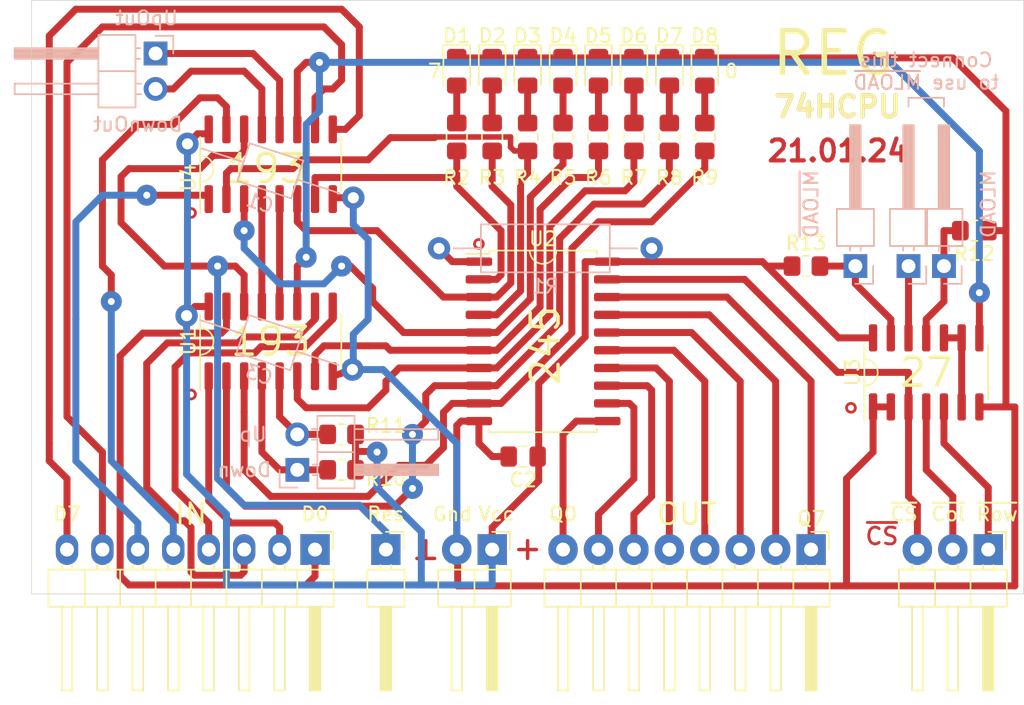
<source format=kicad_pcb>
(kicad_pcb (version 20171130) (host pcbnew "(5.1.8)-1")

  (general
    (thickness 1.6)
    (drawings 45)
    (tracks 391)
    (zones 0)
    (modules 38)
    (nets 51)
  )

  (page A4 portrait)
  (layers
    (0 F.Cu signal)
    (31 B.Cu signal)
    (32 B.Adhes user)
    (33 F.Adhes user)
    (34 B.Paste user)
    (35 F.Paste user)
    (36 B.SilkS user)
    (37 F.SilkS user)
    (38 B.Mask user)
    (39 F.Mask user)
    (40 Dwgs.User user)
    (41 Cmts.User user)
    (42 Eco1.User user)
    (43 Eco2.User user)
    (44 Edge.Cuts user)
    (45 Margin user)
    (46 B.CrtYd user)
    (47 F.CrtYd user)
    (48 B.Fab user)
    (49 F.Fab user)
  )

  (setup
    (last_trace_width 0.5)
    (user_trace_width 0.4)
    (user_trace_width 0.5)
    (user_trace_width 0.6)
    (trace_clearance 0.2)
    (zone_clearance 0.508)
    (zone_45_only no)
    (trace_min 0.2)
    (via_size 0.8)
    (via_drill 0.4)
    (via_min_size 0.4)
    (via_min_drill 0.3)
    (user_via 1.5 0.5)
    (uvia_size 0.3)
    (uvia_drill 0.1)
    (uvias_allowed no)
    (uvia_min_size 0.2)
    (uvia_min_drill 0.1)
    (edge_width 0.05)
    (segment_width 0.5)
    (pcb_text_width 0.3)
    (pcb_text_size 1.5 1.5)
    (mod_edge_width 0.12)
    (mod_text_size 1 1)
    (mod_text_width 0.15)
    (pad_size 2.2 2.1)
    (pad_drill 1)
    (pad_to_mask_clearance 0)
    (aux_axis_origin 0 0)
    (visible_elements 7FFFFFFF)
    (pcbplotparams
      (layerselection 0x010fc_ffffffff)
      (usegerberextensions false)
      (usegerberattributes false)
      (usegerberadvancedattributes false)
      (creategerberjobfile false)
      (excludeedgelayer true)
      (linewidth 0.100000)
      (plotframeref false)
      (viasonmask false)
      (mode 1)
      (useauxorigin true)
      (hpglpennumber 1)
      (hpglpenspeed 20)
      (hpglpendiameter 15.000000)
      (psnegative false)
      (psa4output false)
      (plotreference true)
      (plotvalue true)
      (plotinvisibletext false)
      (padsonsilk false)
      (subtractmaskfromsilk false)
      (outputformat 1)
      (mirror false)
      (drillshape 0)
      (scaleselection 1)
      (outputdirectory "gerber/"))
  )

  (net 0 "")
  (net 1 VCC)
  (net 2 GND)
  (net 3 /D7)
  (net 4 /D6)
  (net 5 /D5)
  (net 6 /D4)
  (net 7 /D3)
  (net 8 /D2)
  (net 9 /D1)
  (net 10 /D0)
  (net 11 /Q0)
  (net 12 /Q1)
  (net 13 /Q2)
  (net 14 /Q3)
  (net 15 /Q4)
  (net 16 /Q5)
  (net 17 /Q6)
  (net 18 /Q7)
  (net 19 /~Row)
  (net 20 /~Col)
  (net 21 /~CS)
  (net 22 "Net-(D1-Pad2)")
  (net 23 "Net-(D2-Pad2)")
  (net 24 "Net-(D3-Pad2)")
  (net 25 "Net-(D4-Pad2)")
  (net 26 "Net-(D5-Pad2)")
  (net 27 "Net-(D6-Pad2)")
  (net 28 "Net-(D7-Pad2)")
  (net 29 "Net-(D8-Pad2)")
  (net 30 "Net-(R1-Pad1)")
  (net 31 /L0)
  (net 32 /L1)
  (net 33 /L2)
  (net 34 /L3)
  (net 35 /L4)
  (net 36 /L5)
  (net 37 /L6)
  (net 38 /L7)
  (net 39 /Res)
  (net 40 /~LOAD)
  (net 41 /Up)
  (net 42 /Down)
  (net 43 "Net-(U3-Pad10)")
  (net 44 /DownOut)
  (net 45 /UpOut)
  (net 46 /DownLH)
  (net 47 /UpLH)
  (net 48 /MLOAD)
  (net 49 /~MLOAD)
  (net 50 "Net-(J10-Pad1)")

  (net_class Default "This is the default net class."
    (clearance 0.2)
    (trace_width 0.25)
    (via_dia 0.8)
    (via_drill 0.4)
    (uvia_dia 0.3)
    (uvia_drill 0.1)
    (add_net /D0)
    (add_net /D1)
    (add_net /D2)
    (add_net /D3)
    (add_net /D4)
    (add_net /D5)
    (add_net /D6)
    (add_net /D7)
    (add_net /Down)
    (add_net /DownLH)
    (add_net /DownOut)
    (add_net /L0)
    (add_net /L1)
    (add_net /L2)
    (add_net /L3)
    (add_net /L4)
    (add_net /L5)
    (add_net /L6)
    (add_net /L7)
    (add_net /MLOAD)
    (add_net /Q0)
    (add_net /Q1)
    (add_net /Q2)
    (add_net /Q3)
    (add_net /Q4)
    (add_net /Q5)
    (add_net /Q6)
    (add_net /Q7)
    (add_net /Res)
    (add_net /Up)
    (add_net /UpLH)
    (add_net /UpOut)
    (add_net /~CS)
    (add_net /~Col)
    (add_net /~LOAD)
    (add_net /~MLOAD)
    (add_net /~Row)
    (add_net GND)
    (add_net "Net-(D1-Pad2)")
    (add_net "Net-(D2-Pad2)")
    (add_net "Net-(D3-Pad2)")
    (add_net "Net-(D4-Pad2)")
    (add_net "Net-(D5-Pad2)")
    (add_net "Net-(D6-Pad2)")
    (add_net "Net-(D7-Pad2)")
    (add_net "Net-(D8-Pad2)")
    (add_net "Net-(J10-Pad1)")
    (add_net "Net-(R1-Pad1)")
    (add_net "Net-(U3-Pad10)")
    (add_net VCC)
  )

  (module Resistor_SMD:R_0805_2012Metric_Pad1.20x1.40mm_HandSolder (layer F.Cu) (tedit 5F68FEEE) (tstamp 65AD621E)
    (at 106.315 33.02)
    (descr "Resistor SMD 0805 (2012 Metric), square (rectangular) end terminal, IPC_7351 nominal with elongated pad for handsoldering. (Body size source: IPC-SM-782 page 72, https://www.pcb-3d.com/wordpress/wp-content/uploads/ipc-sm-782a_amendment_1_and_2.pdf), generated with kicad-footprint-generator")
    (tags "resistor handsolder")
    (path /65AF401A)
    (attr smd)
    (fp_text reference R13 (at 0 -1.65) (layer F.SilkS)
      (effects (font (size 1 1) (thickness 0.15)))
    )
    (fp_text value 10k (at 0 1.65) (layer F.Fab)
      (effects (font (size 1 1) (thickness 0.15)))
    )
    (fp_text user %R (at 0 0) (layer F.Fab)
      (effects (font (size 0.5 0.5) (thickness 0.08)))
    )
    (fp_line (start -1 0.625) (end -1 -0.625) (layer F.Fab) (width 0.1))
    (fp_line (start -1 -0.625) (end 1 -0.625) (layer F.Fab) (width 0.1))
    (fp_line (start 1 -0.625) (end 1 0.625) (layer F.Fab) (width 0.1))
    (fp_line (start 1 0.625) (end -1 0.625) (layer F.Fab) (width 0.1))
    (fp_line (start -0.227064 -0.735) (end 0.227064 -0.735) (layer F.SilkS) (width 0.12))
    (fp_line (start -0.227064 0.735) (end 0.227064 0.735) (layer F.SilkS) (width 0.12))
    (fp_line (start -1.85 0.95) (end -1.85 -0.95) (layer F.CrtYd) (width 0.05))
    (fp_line (start -1.85 -0.95) (end 1.85 -0.95) (layer F.CrtYd) (width 0.05))
    (fp_line (start 1.85 -0.95) (end 1.85 0.95) (layer F.CrtYd) (width 0.05))
    (fp_line (start 1.85 0.95) (end -1.85 0.95) (layer F.CrtYd) (width 0.05))
    (pad 2 smd roundrect (at 1 0) (size 1.2 1.4) (layers F.Cu F.Paste F.Mask) (roundrect_rratio 0.208333)
      (net 49 /~MLOAD))
    (pad 1 smd roundrect (at -1 0) (size 1.2 1.4) (layers F.Cu F.Paste F.Mask) (roundrect_rratio 0.208333)
      (net 1 VCC))
    (model ${KISYS3DMOD}/Resistor_SMD.3dshapes/R_0805_2012Metric.wrl
      (at (xyz 0 0 0))
      (scale (xyz 1 1 1))
      (rotate (xyz 0 0 0))
    )
  )

  (module Connector_PinHeader_2.54mm:PinHeader_1x01_P2.54mm_Horizontal (layer B.Cu) (tedit 59FED5CB) (tstamp 65AD6081)
    (at 113.665 33.02 90)
    (descr "Through hole angled pin header, 1x01, 2.54mm pitch, 6mm pin length, single row")
    (tags "Through hole angled pin header THT 1x01 2.54mm single row")
    (path /65AF9C4B)
    (fp_text reference J10 (at 5.715 0 270) (layer B.SilkS) hide
      (effects (font (size 1 1) (thickness 0.15)) (justify mirror))
    )
    (fp_text value Conn_01x01_Male (at 4.385 -2.27 270) (layer B.Fab)
      (effects (font (size 1 1) (thickness 0.15)) (justify mirror))
    )
    (fp_text user %R (at 2.77 0) (layer B.Fab)
      (effects (font (size 1 1) (thickness 0.15)) (justify mirror))
    )
    (fp_line (start 2.135 1.27) (end 4.04 1.27) (layer B.Fab) (width 0.1))
    (fp_line (start 4.04 1.27) (end 4.04 -1.27) (layer B.Fab) (width 0.1))
    (fp_line (start 4.04 -1.27) (end 1.5 -1.27) (layer B.Fab) (width 0.1))
    (fp_line (start 1.5 -1.27) (end 1.5 0.635) (layer B.Fab) (width 0.1))
    (fp_line (start 1.5 0.635) (end 2.135 1.27) (layer B.Fab) (width 0.1))
    (fp_line (start -0.32 0.32) (end 1.5 0.32) (layer B.Fab) (width 0.1))
    (fp_line (start -0.32 0.32) (end -0.32 -0.32) (layer B.Fab) (width 0.1))
    (fp_line (start -0.32 -0.32) (end 1.5 -0.32) (layer B.Fab) (width 0.1))
    (fp_line (start 4.04 0.32) (end 10.04 0.32) (layer B.Fab) (width 0.1))
    (fp_line (start 10.04 0.32) (end 10.04 -0.32) (layer B.Fab) (width 0.1))
    (fp_line (start 4.04 -0.32) (end 10.04 -0.32) (layer B.Fab) (width 0.1))
    (fp_line (start 1.44 1.33) (end 1.44 -1.33) (layer B.SilkS) (width 0.12))
    (fp_line (start 1.44 -1.33) (end 4.1 -1.33) (layer B.SilkS) (width 0.12))
    (fp_line (start 4.1 -1.33) (end 4.1 1.33) (layer B.SilkS) (width 0.12))
    (fp_line (start 4.1 1.33) (end 1.44 1.33) (layer B.SilkS) (width 0.12))
    (fp_line (start 4.1 0.38) (end 10.1 0.38) (layer B.SilkS) (width 0.12))
    (fp_line (start 10.1 0.38) (end 10.1 -0.38) (layer B.SilkS) (width 0.12))
    (fp_line (start 10.1 -0.38) (end 4.1 -0.38) (layer B.SilkS) (width 0.12))
    (fp_line (start 4.1 0.32) (end 10.1 0.32) (layer B.SilkS) (width 0.12))
    (fp_line (start 4.1 0.2) (end 10.1 0.2) (layer B.SilkS) (width 0.12))
    (fp_line (start 4.1 0.08) (end 10.1 0.08) (layer B.SilkS) (width 0.12))
    (fp_line (start 4.1 -0.04) (end 10.1 -0.04) (layer B.SilkS) (width 0.12))
    (fp_line (start 4.1 -0.16) (end 10.1 -0.16) (layer B.SilkS) (width 0.12))
    (fp_line (start 4.1 -0.28) (end 10.1 -0.28) (layer B.SilkS) (width 0.12))
    (fp_line (start 1.11 0.38) (end 1.44 0.38) (layer B.SilkS) (width 0.12))
    (fp_line (start 1.11 -0.38) (end 1.44 -0.38) (layer B.SilkS) (width 0.12))
    (fp_line (start -1.27 0) (end -1.27 1.27) (layer B.SilkS) (width 0.12))
    (fp_line (start -1.27 1.27) (end 0 1.27) (layer B.SilkS) (width 0.12))
    (fp_line (start -1.8 1.8) (end -1.8 -1.8) (layer B.CrtYd) (width 0.05))
    (fp_line (start -1.8 -1.8) (end 10.55 -1.8) (layer B.CrtYd) (width 0.05))
    (fp_line (start 10.55 -1.8) (end 10.55 1.8) (layer B.CrtYd) (width 0.05))
    (fp_line (start 10.55 1.8) (end -1.8 1.8) (layer B.CrtYd) (width 0.05))
    (pad 1 thru_hole rect (at 0 0 90) (size 1.7 1.7) (drill 1) (layers *.Cu *.Mask)
      (net 50 "Net-(J10-Pad1)"))
    (model ${KISYS3DMOD}/Connector_PinHeader_2.54mm.3dshapes/PinHeader_1x01_P2.54mm_Horizontal.wrl
      (at (xyz 0 0 0))
      (scale (xyz 1 1 1))
      (rotate (xyz 0 0 0))
    )
  )

  (module Connector_PinHeader_2.54mm:PinHeader_1x01_P2.54mm_Horizontal (layer B.Cu) (tedit 59FED5CB) (tstamp 65AD605B)
    (at 109.855 33.02 90)
    (descr "Through hole angled pin header, 1x01, 2.54mm pitch, 6mm pin length, single row")
    (tags "Through hole angled pin header THT 1x01 2.54mm single row")
    (path /65AF4013)
    (fp_text reference J9 (at 5.715 0 270) (layer B.SilkS) hide
      (effects (font (size 1 1) (thickness 0.15)) (justify mirror))
    )
    (fp_text value Conn_01x01_Male (at 4.385 -2.27 270) (layer B.Fab)
      (effects (font (size 1 1) (thickness 0.15)) (justify mirror))
    )
    (fp_text user %R (at 2.77 0) (layer B.Fab)
      (effects (font (size 1 1) (thickness 0.15)) (justify mirror))
    )
    (fp_line (start 2.135 1.27) (end 4.04 1.27) (layer B.Fab) (width 0.1))
    (fp_line (start 4.04 1.27) (end 4.04 -1.27) (layer B.Fab) (width 0.1))
    (fp_line (start 4.04 -1.27) (end 1.5 -1.27) (layer B.Fab) (width 0.1))
    (fp_line (start 1.5 -1.27) (end 1.5 0.635) (layer B.Fab) (width 0.1))
    (fp_line (start 1.5 0.635) (end 2.135 1.27) (layer B.Fab) (width 0.1))
    (fp_line (start -0.32 0.32) (end 1.5 0.32) (layer B.Fab) (width 0.1))
    (fp_line (start -0.32 0.32) (end -0.32 -0.32) (layer B.Fab) (width 0.1))
    (fp_line (start -0.32 -0.32) (end 1.5 -0.32) (layer B.Fab) (width 0.1))
    (fp_line (start 4.04 0.32) (end 10.04 0.32) (layer B.Fab) (width 0.1))
    (fp_line (start 10.04 0.32) (end 10.04 -0.32) (layer B.Fab) (width 0.1))
    (fp_line (start 4.04 -0.32) (end 10.04 -0.32) (layer B.Fab) (width 0.1))
    (fp_line (start 1.44 1.33) (end 1.44 -1.33) (layer B.SilkS) (width 0.12))
    (fp_line (start 1.44 -1.33) (end 4.1 -1.33) (layer B.SilkS) (width 0.12))
    (fp_line (start 4.1 -1.33) (end 4.1 1.33) (layer B.SilkS) (width 0.12))
    (fp_line (start 4.1 1.33) (end 1.44 1.33) (layer B.SilkS) (width 0.12))
    (fp_line (start 4.1 0.38) (end 10.1 0.38) (layer B.SilkS) (width 0.12))
    (fp_line (start 10.1 0.38) (end 10.1 -0.38) (layer B.SilkS) (width 0.12))
    (fp_line (start 10.1 -0.38) (end 4.1 -0.38) (layer B.SilkS) (width 0.12))
    (fp_line (start 4.1 0.32) (end 10.1 0.32) (layer B.SilkS) (width 0.12))
    (fp_line (start 4.1 0.2) (end 10.1 0.2) (layer B.SilkS) (width 0.12))
    (fp_line (start 4.1 0.08) (end 10.1 0.08) (layer B.SilkS) (width 0.12))
    (fp_line (start 4.1 -0.04) (end 10.1 -0.04) (layer B.SilkS) (width 0.12))
    (fp_line (start 4.1 -0.16) (end 10.1 -0.16) (layer B.SilkS) (width 0.12))
    (fp_line (start 4.1 -0.28) (end 10.1 -0.28) (layer B.SilkS) (width 0.12))
    (fp_line (start 1.11 0.38) (end 1.44 0.38) (layer B.SilkS) (width 0.12))
    (fp_line (start 1.11 -0.38) (end 1.44 -0.38) (layer B.SilkS) (width 0.12))
    (fp_line (start -1.27 0) (end -1.27 1.27) (layer B.SilkS) (width 0.12))
    (fp_line (start -1.27 1.27) (end 0 1.27) (layer B.SilkS) (width 0.12))
    (fp_line (start -1.8 1.8) (end -1.8 -1.8) (layer B.CrtYd) (width 0.05))
    (fp_line (start -1.8 -1.8) (end 10.55 -1.8) (layer B.CrtYd) (width 0.05))
    (fp_line (start 10.55 -1.8) (end 10.55 1.8) (layer B.CrtYd) (width 0.05))
    (fp_line (start 10.55 1.8) (end -1.8 1.8) (layer B.CrtYd) (width 0.05))
    (pad 1 thru_hole rect (at 0 0 90) (size 1.7 1.7) (drill 1) (layers *.Cu *.Mask)
      (net 49 /~MLOAD))
    (model ${KISYS3DMOD}/Connector_PinHeader_2.54mm.3dshapes/PinHeader_1x01_P2.54mm_Horizontal.wrl
      (at (xyz 0 0 0))
      (scale (xyz 1 1 1))
      (rotate (xyz 0 0 0))
    )
  )

  (module Resistor_SMD:R_0805_2012Metric_Pad1.20x1.40mm_HandSolder (layer F.Cu) (tedit 5F68FEEE) (tstamp 65AD2070)
    (at 118.38 30.48 180)
    (descr "Resistor SMD 0805 (2012 Metric), square (rectangular) end terminal, IPC_7351 nominal with elongated pad for handsoldering. (Body size source: IPC-SM-782 page 72, https://www.pcb-3d.com/wordpress/wp-content/uploads/ipc-sm-782a_amendment_1_and_2.pdf), generated with kicad-footprint-generator")
    (tags "resistor handsolder")
    (path /65AD4FBF)
    (attr smd)
    (fp_text reference R12 (at 0 -1.65) (layer F.SilkS)
      (effects (font (size 1 1) (thickness 0.15)))
    )
    (fp_text value 10k (at 0 1.65) (layer F.Fab)
      (effects (font (size 1 1) (thickness 0.15)))
    )
    (fp_text user %R (at 0 0) (layer F.Fab)
      (effects (font (size 0.5 0.5) (thickness 0.08)))
    )
    (fp_line (start -1 0.625) (end -1 -0.625) (layer F.Fab) (width 0.1))
    (fp_line (start -1 -0.625) (end 1 -0.625) (layer F.Fab) (width 0.1))
    (fp_line (start 1 -0.625) (end 1 0.625) (layer F.Fab) (width 0.1))
    (fp_line (start 1 0.625) (end -1 0.625) (layer F.Fab) (width 0.1))
    (fp_line (start -0.227064 -0.735) (end 0.227064 -0.735) (layer F.SilkS) (width 0.12))
    (fp_line (start -0.227064 0.735) (end 0.227064 0.735) (layer F.SilkS) (width 0.12))
    (fp_line (start -1.85 0.95) (end -1.85 -0.95) (layer F.CrtYd) (width 0.05))
    (fp_line (start -1.85 -0.95) (end 1.85 -0.95) (layer F.CrtYd) (width 0.05))
    (fp_line (start 1.85 -0.95) (end 1.85 0.95) (layer F.CrtYd) (width 0.05))
    (fp_line (start 1.85 0.95) (end -1.85 0.95) (layer F.CrtYd) (width 0.05))
    (pad 2 smd roundrect (at 1 0 180) (size 1.2 1.4) (layers F.Cu F.Paste F.Mask) (roundrect_rratio 0.208333)
      (net 48 /MLOAD))
    (pad 1 smd roundrect (at -1 0 180) (size 1.2 1.4) (layers F.Cu F.Paste F.Mask) (roundrect_rratio 0.208333)
      (net 2 GND))
    (model ${KISYS3DMOD}/Resistor_SMD.3dshapes/R_0805_2012Metric.wrl
      (at (xyz 0 0 0))
      (scale (xyz 1 1 1))
      (rotate (xyz 0 0 0))
    )
  )

  (module Connector_PinHeader_2.54mm:PinHeader_1x01_P2.54mm_Horizontal (layer B.Cu) (tedit 59FED5CB) (tstamp 65AD1EED)
    (at 116.205 33.02 90)
    (descr "Through hole angled pin header, 1x01, 2.54mm pitch, 6mm pin length, single row")
    (tags "Through hole angled pin header THT 1x01 2.54mm single row")
    (path /65AD21B9)
    (fp_text reference J8 (at 4.385 2.27 90) (layer B.SilkS) hide
      (effects (font (size 1 1) (thickness 0.15)) (justify mirror))
    )
    (fp_text value Conn_01x01_Male (at 4.385 -2.27 90) (layer B.Fab)
      (effects (font (size 1 1) (thickness 0.15)) (justify mirror))
    )
    (fp_line (start 10.55 1.8) (end -1.8 1.8) (layer B.CrtYd) (width 0.05))
    (fp_line (start 10.55 -1.8) (end 10.55 1.8) (layer B.CrtYd) (width 0.05))
    (fp_line (start -1.8 -1.8) (end 10.55 -1.8) (layer B.CrtYd) (width 0.05))
    (fp_line (start -1.8 1.8) (end -1.8 -1.8) (layer B.CrtYd) (width 0.05))
    (fp_line (start -1.27 1.27) (end 0 1.27) (layer B.SilkS) (width 0.12))
    (fp_line (start -1.27 0) (end -1.27 1.27) (layer B.SilkS) (width 0.12))
    (fp_line (start 1.11 -0.38) (end 1.44 -0.38) (layer B.SilkS) (width 0.12))
    (fp_line (start 1.11 0.38) (end 1.44 0.38) (layer B.SilkS) (width 0.12))
    (fp_line (start 4.1 -0.28) (end 10.1 -0.28) (layer B.SilkS) (width 0.12))
    (fp_line (start 4.1 -0.16) (end 10.1 -0.16) (layer B.SilkS) (width 0.12))
    (fp_line (start 4.1 -0.04) (end 10.1 -0.04) (layer B.SilkS) (width 0.12))
    (fp_line (start 4.1 0.08) (end 10.1 0.08) (layer B.SilkS) (width 0.12))
    (fp_line (start 4.1 0.2) (end 10.1 0.2) (layer B.SilkS) (width 0.12))
    (fp_line (start 4.1 0.32) (end 10.1 0.32) (layer B.SilkS) (width 0.12))
    (fp_line (start 10.1 -0.38) (end 4.1 -0.38) (layer B.SilkS) (width 0.12))
    (fp_line (start 10.1 0.38) (end 10.1 -0.38) (layer B.SilkS) (width 0.12))
    (fp_line (start 4.1 0.38) (end 10.1 0.38) (layer B.SilkS) (width 0.12))
    (fp_line (start 4.1 1.33) (end 1.44 1.33) (layer B.SilkS) (width 0.12))
    (fp_line (start 4.1 -1.33) (end 4.1 1.33) (layer B.SilkS) (width 0.12))
    (fp_line (start 1.44 -1.33) (end 4.1 -1.33) (layer B.SilkS) (width 0.12))
    (fp_line (start 1.44 1.33) (end 1.44 -1.33) (layer B.SilkS) (width 0.12))
    (fp_line (start 4.04 -0.32) (end 10.04 -0.32) (layer B.Fab) (width 0.1))
    (fp_line (start 10.04 0.32) (end 10.04 -0.32) (layer B.Fab) (width 0.1))
    (fp_line (start 4.04 0.32) (end 10.04 0.32) (layer B.Fab) (width 0.1))
    (fp_line (start -0.32 -0.32) (end 1.5 -0.32) (layer B.Fab) (width 0.1))
    (fp_line (start -0.32 0.32) (end -0.32 -0.32) (layer B.Fab) (width 0.1))
    (fp_line (start -0.32 0.32) (end 1.5 0.32) (layer B.Fab) (width 0.1))
    (fp_line (start 1.5 0.635) (end 2.135 1.27) (layer B.Fab) (width 0.1))
    (fp_line (start 1.5 -1.27) (end 1.5 0.635) (layer B.Fab) (width 0.1))
    (fp_line (start 4.04 -1.27) (end 1.5 -1.27) (layer B.Fab) (width 0.1))
    (fp_line (start 4.04 1.27) (end 4.04 -1.27) (layer B.Fab) (width 0.1))
    (fp_line (start 2.135 1.27) (end 4.04 1.27) (layer B.Fab) (width 0.1))
    (fp_text user %R (at 2.77 0 180) (layer B.Fab)
      (effects (font (size 1 1) (thickness 0.15)) (justify mirror))
    )
    (pad 1 thru_hole rect (at 0 0 90) (size 1.7 1.7) (drill 1) (layers *.Cu *.Mask)
      (net 48 /MLOAD))
    (model ${KISYS3DMOD}/Connector_PinHeader_2.54mm.3dshapes/PinHeader_1x01_P2.54mm_Horizontal.wrl
      (at (xyz 0 0 0))
      (scale (xyz 1 1 1))
      (rotate (xyz 0 0 0))
    )
  )

  (module Resistor_SMD:R_0805_2012Metric_Pad1.20x1.40mm_HandSolder (layer F.Cu) (tedit 5F68FEEE) (tstamp 65A325EF)
    (at 73.025 45.085)
    (descr "Resistor SMD 0805 (2012 Metric), square (rectangular) end terminal, IPC_7351 nominal with elongated pad for handsoldering. (Body size source: IPC-SM-782 page 72, https://www.pcb-3d.com/wordpress/wp-content/uploads/ipc-sm-782a_amendment_1_and_2.pdf), generated with kicad-footprint-generator")
    (tags "resistor handsolder")
    (path /65A363AC)
    (attr smd)
    (fp_text reference R11 (at 3.175 -0.635) (layer F.SilkS)
      (effects (font (size 1 1) (thickness 0.15)))
    )
    (fp_text value 10k (at 0 1.65) (layer F.Fab)
      (effects (font (size 1 1) (thickness 0.15)))
    )
    (fp_line (start -1 0.625) (end -1 -0.625) (layer F.Fab) (width 0.1))
    (fp_line (start -1 -0.625) (end 1 -0.625) (layer F.Fab) (width 0.1))
    (fp_line (start 1 -0.625) (end 1 0.625) (layer F.Fab) (width 0.1))
    (fp_line (start 1 0.625) (end -1 0.625) (layer F.Fab) (width 0.1))
    (fp_line (start -0.227064 -0.735) (end 0.227064 -0.735) (layer F.SilkS) (width 0.12))
    (fp_line (start -0.227064 0.735) (end 0.227064 0.735) (layer F.SilkS) (width 0.12))
    (fp_line (start -1.85 0.95) (end -1.85 -0.95) (layer F.CrtYd) (width 0.05))
    (fp_line (start -1.85 -0.95) (end 1.85 -0.95) (layer F.CrtYd) (width 0.05))
    (fp_line (start 1.85 -0.95) (end 1.85 0.95) (layer F.CrtYd) (width 0.05))
    (fp_line (start 1.85 0.95) (end -1.85 0.95) (layer F.CrtYd) (width 0.05))
    (fp_text user %R (at 0 0) (layer F.Fab)
      (effects (font (size 0.5 0.5) (thickness 0.08)))
    )
    (pad 2 smd roundrect (at 1 0) (size 1.2 1.4) (layers F.Cu F.Paste F.Mask) (roundrect_rratio 0.2083325)
      (net 1 VCC))
    (pad 1 smd roundrect (at -1 0) (size 1.2 1.4) (layers F.Cu F.Paste F.Mask) (roundrect_rratio 0.2083325)
      (net 41 /Up))
    (model ${KISYS3DMOD}/Resistor_SMD.3dshapes/R_0805_2012Metric.wrl
      (at (xyz 0 0 0))
      (scale (xyz 1 1 1))
      (rotate (xyz 0 0 0))
    )
  )

  (module Resistor_SMD:R_0805_2012Metric_Pad1.20x1.40mm_HandSolder (layer F.Cu) (tedit 5F68FEEE) (tstamp 65A325DE)
    (at 73.025 47.625)
    (descr "Resistor SMD 0805 (2012 Metric), square (rectangular) end terminal, IPC_7351 nominal with elongated pad for handsoldering. (Body size source: IPC-SM-782 page 72, https://www.pcb-3d.com/wordpress/wp-content/uploads/ipc-sm-782a_amendment_1_and_2.pdf), generated with kicad-footprint-generator")
    (tags "resistor handsolder")
    (path /65A34615)
    (attr smd)
    (fp_text reference R10 (at 3.175 0.635) (layer F.SilkS)
      (effects (font (size 1 1) (thickness 0.15)))
    )
    (fp_text value 10k (at 0 1.65) (layer F.Fab)
      (effects (font (size 1 1) (thickness 0.15)))
    )
    (fp_line (start -1 0.625) (end -1 -0.625) (layer F.Fab) (width 0.1))
    (fp_line (start -1 -0.625) (end 1 -0.625) (layer F.Fab) (width 0.1))
    (fp_line (start 1 -0.625) (end 1 0.625) (layer F.Fab) (width 0.1))
    (fp_line (start 1 0.625) (end -1 0.625) (layer F.Fab) (width 0.1))
    (fp_line (start -0.227064 -0.735) (end 0.227064 -0.735) (layer F.SilkS) (width 0.12))
    (fp_line (start -0.227064 0.735) (end 0.227064 0.735) (layer F.SilkS) (width 0.12))
    (fp_line (start -1.85 0.95) (end -1.85 -0.95) (layer F.CrtYd) (width 0.05))
    (fp_line (start -1.85 -0.95) (end 1.85 -0.95) (layer F.CrtYd) (width 0.05))
    (fp_line (start 1.85 -0.95) (end 1.85 0.95) (layer F.CrtYd) (width 0.05))
    (fp_line (start 1.85 0.95) (end -1.85 0.95) (layer F.CrtYd) (width 0.05))
    (fp_text user %R (at 0 0) (layer F.Fab)
      (effects (font (size 0.5 0.5) (thickness 0.08)))
    )
    (pad 2 smd roundrect (at 1 0) (size 1.2 1.4) (layers F.Cu F.Paste F.Mask) (roundrect_rratio 0.2083325)
      (net 1 VCC))
    (pad 1 smd roundrect (at -1 0) (size 1.2 1.4) (layers F.Cu F.Paste F.Mask) (roundrect_rratio 0.2083325)
      (net 42 /Down))
    (model ${KISYS3DMOD}/Resistor_SMD.3dshapes/R_0805_2012Metric.wrl
      (at (xyz 0 0 0))
      (scale (xyz 1 1 1))
      (rotate (xyz 0 0 0))
    )
  )

  (module Resistor_THT:R_Axial_DIN0309_L9.0mm_D3.2mm_P15.24mm_Horizontal (layer B.Cu) (tedit 5AE5139B) (tstamp 63558200)
    (at 80.01 31.75)
    (descr "Resistor, Axial_DIN0309 series, Axial, Horizontal, pin pitch=15.24mm, 0.5W = 1/2W, length*diameter=9*3.2mm^2, http://cdn-reichelt.de/documents/datenblatt/B400/1_4W%23YAG.pdf")
    (tags "Resistor Axial_DIN0309 series Axial Horizontal pin pitch 15.24mm 0.5W = 1/2W length 9mm diameter 3.2mm")
    (path /635595B9)
    (fp_text reference R1 (at 7.62 2.72) (layer B.SilkS)
      (effects (font (size 1 1) (thickness 0.15)) (justify mirror))
    )
    (fp_text value 10k (at 7.62 -2.72) (layer B.Fab)
      (effects (font (size 1 1) (thickness 0.15)) (justify mirror))
    )
    (fp_line (start 16.29 1.85) (end -1.05 1.85) (layer B.CrtYd) (width 0.05))
    (fp_line (start 16.29 -1.85) (end 16.29 1.85) (layer B.CrtYd) (width 0.05))
    (fp_line (start -1.05 -1.85) (end 16.29 -1.85) (layer B.CrtYd) (width 0.05))
    (fp_line (start -1.05 1.85) (end -1.05 -1.85) (layer B.CrtYd) (width 0.05))
    (fp_line (start 14.2 0) (end 12.24 0) (layer B.SilkS) (width 0.12))
    (fp_line (start 1.04 0) (end 3 0) (layer B.SilkS) (width 0.12))
    (fp_line (start 12.24 1.72) (end 3 1.72) (layer B.SilkS) (width 0.12))
    (fp_line (start 12.24 -1.72) (end 12.24 1.72) (layer B.SilkS) (width 0.12))
    (fp_line (start 3 -1.72) (end 12.24 -1.72) (layer B.SilkS) (width 0.12))
    (fp_line (start 3 1.72) (end 3 -1.72) (layer B.SilkS) (width 0.12))
    (fp_line (start 15.24 0) (end 12.12 0) (layer B.Fab) (width 0.1))
    (fp_line (start 0 0) (end 3.12 0) (layer B.Fab) (width 0.1))
    (fp_line (start 12.12 1.6) (end 3.12 1.6) (layer B.Fab) (width 0.1))
    (fp_line (start 12.12 -1.6) (end 12.12 1.6) (layer B.Fab) (width 0.1))
    (fp_line (start 3.12 -1.6) (end 12.12 -1.6) (layer B.Fab) (width 0.1))
    (fp_line (start 3.12 1.6) (end 3.12 -1.6) (layer B.Fab) (width 0.1))
    (fp_text user %R (at 7.62 0) (layer B.Fab)
      (effects (font (size 1 1) (thickness 0.15)) (justify mirror))
    )
    (pad 2 thru_hole oval (at 15.24 0) (size 1.6 1.6) (drill 0.8) (layers *.Cu *.Mask)
      (net 1 VCC))
    (pad 1 thru_hole circle (at 0 0) (size 1.6 1.6) (drill 0.8) (layers *.Cu *.Mask)
      (net 30 "Net-(R1-Pad1)"))
    (model ${KISYS3DMOD}/Resistor_THT.3dshapes/R_Axial_DIN0309_L9.0mm_D3.2mm_P15.24mm_Horizontal.wrl
      (at (xyz 0 0 0))
      (scale (xyz 1 1 1))
      (rotate (xyz 0 0 0))
    )
  )

  (module Capacitor_THT:C_Axial_L3.8mm_D2.6mm_P12.50mm_Horizontal (layer B.Cu) (tedit 5AE50EF0) (tstamp 64AE1E01)
    (at 61.9125 36.576 342)
    (descr "C, Axial series, Axial, Horizontal, pin pitch=12.5mm, , length*diameter=3.8*2.6mm^2, http://www.vishay.com/docs/45231/arseries.pdf")
    (tags "C Axial series Axial Horizontal pin pitch 12.5mm  length 3.8mm diameter 2.6mm")
    (path /64B68F67)
    (fp_text reference C3 (at 6.25 2.42 342) (layer B.SilkS)
      (effects (font (size 1 1) (thickness 0.15)) (justify mirror))
    )
    (fp_text value 0.1uF (at 6.25 -2.42 342) (layer B.Fab)
      (effects (font (size 1 1) (thickness 0.15)) (justify mirror))
    )
    (fp_line (start 4.35 1.3) (end 4.35 -1.3) (layer B.Fab) (width 0.1))
    (fp_line (start 4.35 -1.3) (end 8.15 -1.3) (layer B.Fab) (width 0.1))
    (fp_line (start 8.15 -1.3) (end 8.15 1.3) (layer B.Fab) (width 0.1))
    (fp_line (start 8.15 1.3) (end 4.35 1.3) (layer B.Fab) (width 0.1))
    (fp_line (start 0 0) (end 4.35 0) (layer B.Fab) (width 0.1))
    (fp_line (start 12.5 0) (end 8.15 0) (layer B.Fab) (width 0.1))
    (fp_line (start 4.23 1.42) (end 4.23 -1.42) (layer B.SilkS) (width 0.12))
    (fp_line (start 4.23 -1.42) (end 8.27 -1.42) (layer B.SilkS) (width 0.12))
    (fp_line (start 8.27 -1.42) (end 8.27 1.42) (layer B.SilkS) (width 0.12))
    (fp_line (start 8.27 1.42) (end 4.23 1.42) (layer B.SilkS) (width 0.12))
    (fp_line (start 1.04 0) (end 4.23 0) (layer B.SilkS) (width 0.12))
    (fp_line (start 11.46 0) (end 8.27 0) (layer B.SilkS) (width 0.12))
    (fp_line (start -1.05 1.55) (end -1.05 -1.55) (layer B.CrtYd) (width 0.05))
    (fp_line (start -1.05 -1.55) (end 13.55 -1.55) (layer B.CrtYd) (width 0.05))
    (fp_line (start 13.55 -1.55) (end 13.55 1.55) (layer B.CrtYd) (width 0.05))
    (fp_line (start 13.55 1.55) (end -1.05 1.55) (layer B.CrtYd) (width 0.05))
    (fp_text user %R (at 6.25 0 342) (layer B.Fab)
      (effects (font (size 0.76 0.76) (thickness 0.114)) (justify mirror))
    )
    (pad 2 thru_hole oval (at 12.5 0 342) (size 1.6 1.6) (drill 0.8) (layers *.Cu *.Mask)
      (net 2 GND))
    (pad 1 thru_hole circle (at 0 0 342) (size 1.6 1.6) (drill 0.8) (layers *.Cu *.Mask)
      (net 1 VCC))
    (model ${KISYS3DMOD}/Capacitor_THT.3dshapes/C_Axial_L3.8mm_D2.6mm_P12.50mm_Horizontal.wrl
      (at (xyz 0 0 0))
      (scale (xyz 1 1 1))
      (rotate (xyz 0 0 0))
    )
  )

  (module Capacitor_THT:C_Axial_L3.8mm_D2.6mm_P12.50mm_Horizontal (layer B.Cu) (tedit 5AE50EF0) (tstamp 628D51CF)
    (at 61.976 24.257 342)
    (descr "C, Axial series, Axial, Horizontal, pin pitch=12.5mm, , length*diameter=3.8*2.6mm^2, http://www.vishay.com/docs/45231/arseries.pdf")
    (tags "C Axial series Axial Horizontal pin pitch 12.5mm  length 3.8mm diameter 2.6mm")
    (path /628F1683)
    (fp_text reference C1 (at 6.25 2.42 342) (layer B.SilkS)
      (effects (font (size 1 1) (thickness 0.15)) (justify mirror))
    )
    (fp_text value 0.1uF (at 6.25 -2.42 342) (layer B.Fab)
      (effects (font (size 1 1) (thickness 0.15)) (justify mirror))
    )
    (fp_line (start 13.55 1.55) (end -1.05 1.55) (layer B.CrtYd) (width 0.05))
    (fp_line (start 13.55 -1.55) (end 13.55 1.55) (layer B.CrtYd) (width 0.05))
    (fp_line (start -1.05 -1.55) (end 13.55 -1.55) (layer B.CrtYd) (width 0.05))
    (fp_line (start -1.05 1.55) (end -1.05 -1.55) (layer B.CrtYd) (width 0.05))
    (fp_line (start 11.46 0) (end 8.27 0) (layer B.SilkS) (width 0.12))
    (fp_line (start 1.04 0) (end 4.23 0) (layer B.SilkS) (width 0.12))
    (fp_line (start 8.27 1.42) (end 4.23 1.42) (layer B.SilkS) (width 0.12))
    (fp_line (start 8.27 -1.42) (end 8.27 1.42) (layer B.SilkS) (width 0.12))
    (fp_line (start 4.23 -1.42) (end 8.27 -1.42) (layer B.SilkS) (width 0.12))
    (fp_line (start 4.23 1.42) (end 4.23 -1.42) (layer B.SilkS) (width 0.12))
    (fp_line (start 12.5 0) (end 8.15 0) (layer B.Fab) (width 0.1))
    (fp_line (start 0 0) (end 4.35 0) (layer B.Fab) (width 0.1))
    (fp_line (start 8.15 1.3) (end 4.35 1.3) (layer B.Fab) (width 0.1))
    (fp_line (start 8.15 -1.3) (end 8.15 1.3) (layer B.Fab) (width 0.1))
    (fp_line (start 4.35 -1.3) (end 8.15 -1.3) (layer B.Fab) (width 0.1))
    (fp_line (start 4.35 1.3) (end 4.35 -1.3) (layer B.Fab) (width 0.1))
    (fp_text user %R (at 6.25 0 342) (layer B.Fab)
      (effects (font (size 0.76 0.76) (thickness 0.114)) (justify mirror))
    )
    (pad 2 thru_hole oval (at 12.5 0 342) (size 1.6 1.6) (drill 0.8) (layers *.Cu *.Mask)
      (net 2 GND))
    (pad 1 thru_hole circle (at 0 0 342) (size 1.6 1.6) (drill 0.8) (layers *.Cu *.Mask)
      (net 1 VCC))
    (model ${KISYS3DMOD}/Capacitor_THT.3dshapes/C_Axial_L3.8mm_D2.6mm_P12.50mm_Horizontal.wrl
      (at (xyz 0 0 0))
      (scale (xyz 1 1 1))
      (rotate (xyz 0 0 0))
    )
  )

  (module Package_SO:SOP-16_3.9x9.9mm_P1.27mm (layer F.Cu) (tedit 5F476169) (tstamp 64AC9477)
    (at 67.945 25.7175 90)
    (descr "SOP, 16 Pin (https://www.diodes.com/assets/Datasheets/PAM8403.pdf), generated with kicad-footprint-generator ipc_gullwing_generator.py")
    (tags "SOP SO")
    (path /64AD324A)
    (attr smd)
    (fp_text reference U4 (at -0.9525 -5.9 90) (layer F.SilkS)
      (effects (font (size 1 1) (thickness 0.15)))
    )
    (fp_text value 74LS193 (at 0 1.27) (layer F.Fab)
      (effects (font (size 1 1) (thickness 0.15)))
    )
    (fp_line (start 3.75 -5.2) (end -3.75 -5.2) (layer F.CrtYd) (width 0.05))
    (fp_line (start 3.75 5.2) (end 3.75 -5.2) (layer F.CrtYd) (width 0.05))
    (fp_line (start -3.75 5.2) (end 3.75 5.2) (layer F.CrtYd) (width 0.05))
    (fp_line (start -3.75 -5.2) (end -3.75 5.2) (layer F.CrtYd) (width 0.05))
    (fp_line (start -1.95 -3.975) (end -0.975 -4.95) (layer F.Fab) (width 0.1))
    (fp_line (start -1.95 4.95) (end -1.95 -3.975) (layer F.Fab) (width 0.1))
    (fp_line (start 1.95 4.95) (end -1.95 4.95) (layer F.Fab) (width 0.1))
    (fp_line (start 1.95 -4.95) (end 1.95 4.95) (layer F.Fab) (width 0.1))
    (fp_line (start -0.975 -4.95) (end 1.95 -4.95) (layer F.Fab) (width 0.1))
    (fp_line (start 0 -5.06) (end -3.5 -5.06) (layer F.SilkS) (width 0.12))
    (fp_line (start 0 -5.06) (end 1.95 -5.06) (layer F.SilkS) (width 0.12))
    (fp_line (start 0 5.06) (end -1.95 5.06) (layer F.SilkS) (width 0.12))
    (fp_line (start 0 5.06) (end 1.95 5.06) (layer F.SilkS) (width 0.12))
    (fp_text user %R (at 0 0 90) (layer F.Fab)
      (effects (font (size 0.98 0.98) (thickness 0.15)))
    )
    (pad 16 smd roundrect (at 2.5 -4.445 90) (size 2 0.6) (layers F.Cu F.Paste F.Mask) (roundrect_rratio 0.25)
      (net 1 VCC))
    (pad 15 smd roundrect (at 2.5 -3.175 90) (size 2 0.6) (layers F.Cu F.Paste F.Mask) (roundrect_rratio 0.25)
      (net 6 /D4))
    (pad 14 smd roundrect (at 2.5 -1.905 90) (size 2 0.6) (layers F.Cu F.Paste F.Mask) (roundrect_rratio 0.25)
      (net 39 /Res))
    (pad 13 smd roundrect (at 2.5 -0.635 90) (size 2 0.6) (layers F.Cu F.Paste F.Mask) (roundrect_rratio 0.25)
      (net 44 /DownOut))
    (pad 12 smd roundrect (at 2.5 0.635 90) (size 2 0.6) (layers F.Cu F.Paste F.Mask) (roundrect_rratio 0.25)
      (net 45 /UpOut))
    (pad 11 smd roundrect (at 2.5 1.905 90) (size 2 0.6) (layers F.Cu F.Paste F.Mask) (roundrect_rratio 0.25)
      (net 40 /~LOAD))
    (pad 10 smd roundrect (at 2.5 3.175 90) (size 2 0.6) (layers F.Cu F.Paste F.Mask) (roundrect_rratio 0.25)
      (net 4 /D6))
    (pad 9 smd roundrect (at 2.5 4.445 90) (size 2 0.6) (layers F.Cu F.Paste F.Mask) (roundrect_rratio 0.25)
      (net 3 /D7))
    (pad 8 smd roundrect (at -2.5 4.445 90) (size 2 0.6) (layers F.Cu F.Paste F.Mask) (roundrect_rratio 0.25)
      (net 2 GND))
    (pad 7 smd roundrect (at -2.5 3.175 90) (size 2 0.6) (layers F.Cu F.Paste F.Mask) (roundrect_rratio 0.25)
      (net 38 /L7))
    (pad 6 smd roundrect (at -2.5 1.905 90) (size 2 0.6) (layers F.Cu F.Paste F.Mask) (roundrect_rratio 0.25)
      (net 37 /L6))
    (pad 5 smd roundrect (at -2.5 0.635 90) (size 2 0.6) (layers F.Cu F.Paste F.Mask) (roundrect_rratio 0.25)
      (net 47 /UpLH))
    (pad 4 smd roundrect (at -2.5 -0.635 90) (size 2 0.6) (layers F.Cu F.Paste F.Mask) (roundrect_rratio 0.25)
      (net 46 /DownLH))
    (pad 3 smd roundrect (at -2.5 -1.905 90) (size 2 0.6) (layers F.Cu F.Paste F.Mask) (roundrect_rratio 0.25)
      (net 35 /L4))
    (pad 2 smd roundrect (at -2.5 -3.175 90) (size 2 0.6) (layers F.Cu F.Paste F.Mask) (roundrect_rratio 0.25)
      (net 36 /L5))
    (pad 1 smd roundrect (at -2.5 -4.445 90) (size 2 0.6) (layers F.Cu F.Paste F.Mask) (roundrect_rratio 0.25)
      (net 5 /D5))
    (model ${KISYS3DMOD}/Package_SO.3dshapes/SOP-16_3.9x9.9mm_P1.27mm.wrl
      (at (xyz 0 0 0))
      (scale (xyz 1 1 1))
      (rotate (xyz 0 0 0))
    )
  )

  (module Package_SO:SOP-16_3.9x9.9mm_P1.27mm (layer F.Cu) (tedit 5F476169) (tstamp 64AC93C3)
    (at 67.945 38.4175 90)
    (descr "SOP, 16 Pin (https://www.diodes.com/assets/Datasheets/PAM8403.pdf), generated with kicad-footprint-generator ipc_gullwing_generator.py")
    (tags "SOP SO")
    (path /64ACA6DA)
    (attr smd)
    (fp_text reference U1 (at 0 -5.9 90) (layer F.SilkS)
      (effects (font (size 1 1) (thickness 0.15)))
    )
    (fp_text value 74LS193 (at 0 0) (layer F.Fab)
      (effects (font (size 1 1) (thickness 0.15)))
    )
    (fp_line (start 3.75 -5.2) (end -3.75 -5.2) (layer F.CrtYd) (width 0.05))
    (fp_line (start 3.75 5.2) (end 3.75 -5.2) (layer F.CrtYd) (width 0.05))
    (fp_line (start -3.75 5.2) (end 3.75 5.2) (layer F.CrtYd) (width 0.05))
    (fp_line (start -3.75 -5.2) (end -3.75 5.2) (layer F.CrtYd) (width 0.05))
    (fp_line (start -1.95 -3.975) (end -0.975 -4.95) (layer F.Fab) (width 0.1))
    (fp_line (start -1.95 4.95) (end -1.95 -3.975) (layer F.Fab) (width 0.1))
    (fp_line (start 1.95 4.95) (end -1.95 4.95) (layer F.Fab) (width 0.1))
    (fp_line (start 1.95 -4.95) (end 1.95 4.95) (layer F.Fab) (width 0.1))
    (fp_line (start -0.975 -4.95) (end 1.95 -4.95) (layer F.Fab) (width 0.1))
    (fp_line (start 0 -5.06) (end -3.5 -5.06) (layer F.SilkS) (width 0.12))
    (fp_line (start 0 -5.06) (end 1.95 -5.06) (layer F.SilkS) (width 0.12))
    (fp_line (start 0 5.06) (end -1.95 5.06) (layer F.SilkS) (width 0.12))
    (fp_line (start 0 5.06) (end 1.95 5.06) (layer F.SilkS) (width 0.12))
    (fp_text user %R (at 0 0 90) (layer F.Fab)
      (effects (font (size 0.98 0.98) (thickness 0.15)))
    )
    (pad 16 smd roundrect (at 2.5 -4.445 90) (size 2 0.6) (layers F.Cu F.Paste F.Mask) (roundrect_rratio 0.25)
      (net 1 VCC))
    (pad 15 smd roundrect (at 2.5 -3.175 90) (size 2 0.6) (layers F.Cu F.Paste F.Mask) (roundrect_rratio 0.25)
      (net 10 /D0))
    (pad 14 smd roundrect (at 2.5 -1.905 90) (size 2 0.6) (layers F.Cu F.Paste F.Mask) (roundrect_rratio 0.25)
      (net 39 /Res))
    (pad 13 smd roundrect (at 2.5 -0.635 90) (size 2 0.6) (layers F.Cu F.Paste F.Mask) (roundrect_rratio 0.25)
      (net 46 /DownLH))
    (pad 12 smd roundrect (at 2.5 0.635 90) (size 2 0.6) (layers F.Cu F.Paste F.Mask) (roundrect_rratio 0.25)
      (net 47 /UpLH))
    (pad 11 smd roundrect (at 2.5 1.905 90) (size 2 0.6) (layers F.Cu F.Paste F.Mask) (roundrect_rratio 0.25)
      (net 40 /~LOAD))
    (pad 10 smd roundrect (at 2.5 3.175 90) (size 2 0.6) (layers F.Cu F.Paste F.Mask) (roundrect_rratio 0.25)
      (net 8 /D2))
    (pad 9 smd roundrect (at 2.5 4.445 90) (size 2 0.6) (layers F.Cu F.Paste F.Mask) (roundrect_rratio 0.25)
      (net 7 /D3))
    (pad 8 smd roundrect (at -2.5 4.445 90) (size 2 0.6) (layers F.Cu F.Paste F.Mask) (roundrect_rratio 0.25)
      (net 2 GND))
    (pad 7 smd roundrect (at -2.5 3.175 90) (size 2 0.6) (layers F.Cu F.Paste F.Mask) (roundrect_rratio 0.25)
      (net 34 /L3))
    (pad 6 smd roundrect (at -2.5 1.905 90) (size 2 0.6) (layers F.Cu F.Paste F.Mask) (roundrect_rratio 0.25)
      (net 33 /L2))
    (pad 5 smd roundrect (at -2.5 0.635 90) (size 2 0.6) (layers F.Cu F.Paste F.Mask) (roundrect_rratio 0.25)
      (net 41 /Up))
    (pad 4 smd roundrect (at -2.5 -0.635 90) (size 2 0.6) (layers F.Cu F.Paste F.Mask) (roundrect_rratio 0.25)
      (net 42 /Down))
    (pad 3 smd roundrect (at -2.5 -1.905 90) (size 2 0.6) (layers F.Cu F.Paste F.Mask) (roundrect_rratio 0.25)
      (net 31 /L0))
    (pad 2 smd roundrect (at -2.5 -3.175 90) (size 2 0.6) (layers F.Cu F.Paste F.Mask) (roundrect_rratio 0.25)
      (net 32 /L1))
    (pad 1 smd roundrect (at -2.5 -4.445 90) (size 2 0.6) (layers F.Cu F.Paste F.Mask) (roundrect_rratio 0.25)
      (net 9 /D1))
    (model ${KISYS3DMOD}/Package_SO.3dshapes/SOP-16_3.9x9.9mm_P1.27mm.wrl
      (at (xyz 0 0 0))
      (scale (xyz 1 1 1))
      (rotate (xyz 0 0 0))
    )
  )

  (module Capacitor_SMD:C_0805_2012Metric_Pad1.18x1.45mm_HandSolder (layer F.Cu) (tedit 5F68FEEF) (tstamp 636EB57C)
    (at 86.0425 46.6725 180)
    (descr "Capacitor SMD 0805 (2012 Metric), square (rectangular) end terminal, IPC_7351 nominal with elongated pad for handsoldering. (Body size source: IPC-SM-782 page 76, https://www.pcb-3d.com/wordpress/wp-content/uploads/ipc-sm-782a_amendment_1_and_2.pdf, https://docs.google.com/spreadsheets/d/1BsfQQcO9C6DZCsRaXUlFlo91Tg2WpOkGARC1WS5S8t0/edit?usp=sharing), generated with kicad-footprint-generator")
    (tags "capacitor handsolder")
    (path /636EBD1D)
    (attr smd)
    (fp_text reference C2 (at 0 -1.68) (layer F.SilkS)
      (effects (font (size 1 1) (thickness 0.15)))
    )
    (fp_text value 0.1uF (at 0 1.68) (layer F.Fab)
      (effects (font (size 1 1) (thickness 0.15)))
    )
    (fp_line (start 1.88 0.98) (end -1.88 0.98) (layer F.CrtYd) (width 0.05))
    (fp_line (start 1.88 -0.98) (end 1.88 0.98) (layer F.CrtYd) (width 0.05))
    (fp_line (start -1.88 -0.98) (end 1.88 -0.98) (layer F.CrtYd) (width 0.05))
    (fp_line (start -1.88 0.98) (end -1.88 -0.98) (layer F.CrtYd) (width 0.05))
    (fp_line (start -0.261252 0.735) (end 0.261252 0.735) (layer F.SilkS) (width 0.12))
    (fp_line (start -0.261252 -0.735) (end 0.261252 -0.735) (layer F.SilkS) (width 0.12))
    (fp_line (start 1 0.625) (end -1 0.625) (layer F.Fab) (width 0.1))
    (fp_line (start 1 -0.625) (end 1 0.625) (layer F.Fab) (width 0.1))
    (fp_line (start -1 -0.625) (end 1 -0.625) (layer F.Fab) (width 0.1))
    (fp_line (start -1 0.625) (end -1 -0.625) (layer F.Fab) (width 0.1))
    (fp_text user %R (at 0 0) (layer F.Fab)
      (effects (font (size 0.5 0.5) (thickness 0.08)))
    )
    (pad 2 smd roundrect (at 1.0375 0 180) (size 1.175 1.45) (layers F.Cu F.Paste F.Mask) (roundrect_rratio 0.2127659574468085)
      (net 2 GND))
    (pad 1 smd roundrect (at -1.0375 0 180) (size 1.175 1.45) (layers F.Cu F.Paste F.Mask) (roundrect_rratio 0.2127659574468085)
      (net 1 VCC))
    (model ${KISYS3DMOD}/Capacitor_SMD.3dshapes/C_0805_2012Metric.wrl
      (at (xyz 0 0 0))
      (scale (xyz 1 1 1))
      (rotate (xyz 0 0 0))
    )
  )

  (module Resistor_SMD:R_0805_2012Metric_Pad1.20x1.40mm_HandSolder (layer F.Cu) (tedit 5F68FEEE) (tstamp 63558288)
    (at 99.06 23.765 90)
    (descr "Resistor SMD 0805 (2012 Metric), square (rectangular) end terminal, IPC_7351 nominal with elongated pad for handsoldering. (Body size source: IPC-SM-782 page 72, https://www.pcb-3d.com/wordpress/wp-content/uploads/ipc-sm-782a_amendment_1_and_2.pdf), generated with kicad-footprint-generator")
    (tags "resistor handsolder")
    (path /6357BAE6)
    (attr smd)
    (fp_text reference R9 (at -2.905 0 180) (layer F.SilkS)
      (effects (font (size 1 1) (thickness 0.15)))
    )
    (fp_text value 1k (at 0 1.65 90) (layer F.Fab)
      (effects (font (size 1 1) (thickness 0.15)))
    )
    (fp_line (start -1 0.625) (end -1 -0.625) (layer F.Fab) (width 0.1))
    (fp_line (start -1 -0.625) (end 1 -0.625) (layer F.Fab) (width 0.1))
    (fp_line (start 1 -0.625) (end 1 0.625) (layer F.Fab) (width 0.1))
    (fp_line (start 1 0.625) (end -1 0.625) (layer F.Fab) (width 0.1))
    (fp_line (start -0.227064 -0.735) (end 0.227064 -0.735) (layer F.SilkS) (width 0.12))
    (fp_line (start -0.227064 0.735) (end 0.227064 0.735) (layer F.SilkS) (width 0.12))
    (fp_line (start -1.85 0.95) (end -1.85 -0.95) (layer F.CrtYd) (width 0.05))
    (fp_line (start -1.85 -0.95) (end 1.85 -0.95) (layer F.CrtYd) (width 0.05))
    (fp_line (start 1.85 -0.95) (end 1.85 0.95) (layer F.CrtYd) (width 0.05))
    (fp_line (start 1.85 0.95) (end -1.85 0.95) (layer F.CrtYd) (width 0.05))
    (fp_text user %R (at 0 0 90) (layer F.Fab)
      (effects (font (size 0.5 0.5) (thickness 0.08)))
    )
    (pad 2 smd roundrect (at 1 0 90) (size 1.2 1.4) (layers F.Cu F.Paste F.Mask) (roundrect_rratio 0.2083325)
      (net 29 "Net-(D8-Pad2)"))
    (pad 1 smd roundrect (at -1 0 90) (size 1.2 1.4) (layers F.Cu F.Paste F.Mask) (roundrect_rratio 0.2083325)
      (net 31 /L0))
    (model ${KISYS3DMOD}/Resistor_SMD.3dshapes/R_0805_2012Metric.wrl
      (at (xyz 0 0 0))
      (scale (xyz 1 1 1))
      (rotate (xyz 0 0 0))
    )
  )

  (module Resistor_SMD:R_0805_2012Metric_Pad1.20x1.40mm_HandSolder (layer F.Cu) (tedit 5F68FEEE) (tstamp 63558277)
    (at 96.52 23.765 90)
    (descr "Resistor SMD 0805 (2012 Metric), square (rectangular) end terminal, IPC_7351 nominal with elongated pad for handsoldering. (Body size source: IPC-SM-782 page 72, https://www.pcb-3d.com/wordpress/wp-content/uploads/ipc-sm-782a_amendment_1_and_2.pdf), generated with kicad-footprint-generator")
    (tags "resistor handsolder")
    (path /6357BAD4)
    (attr smd)
    (fp_text reference R8 (at -2.905 0 180) (layer F.SilkS)
      (effects (font (size 1 1) (thickness 0.15)))
    )
    (fp_text value 1k (at 0 1.65 90) (layer F.Fab)
      (effects (font (size 1 1) (thickness 0.15)))
    )
    (fp_line (start -1 0.625) (end -1 -0.625) (layer F.Fab) (width 0.1))
    (fp_line (start -1 -0.625) (end 1 -0.625) (layer F.Fab) (width 0.1))
    (fp_line (start 1 -0.625) (end 1 0.625) (layer F.Fab) (width 0.1))
    (fp_line (start 1 0.625) (end -1 0.625) (layer F.Fab) (width 0.1))
    (fp_line (start -0.227064 -0.735) (end 0.227064 -0.735) (layer F.SilkS) (width 0.12))
    (fp_line (start -0.227064 0.735) (end 0.227064 0.735) (layer F.SilkS) (width 0.12))
    (fp_line (start -1.85 0.95) (end -1.85 -0.95) (layer F.CrtYd) (width 0.05))
    (fp_line (start -1.85 -0.95) (end 1.85 -0.95) (layer F.CrtYd) (width 0.05))
    (fp_line (start 1.85 -0.95) (end 1.85 0.95) (layer F.CrtYd) (width 0.05))
    (fp_line (start 1.85 0.95) (end -1.85 0.95) (layer F.CrtYd) (width 0.05))
    (fp_text user %R (at 0 0 90) (layer F.Fab)
      (effects (font (size 0.5 0.5) (thickness 0.08)))
    )
    (pad 2 smd roundrect (at 1 0 90) (size 1.2 1.4) (layers F.Cu F.Paste F.Mask) (roundrect_rratio 0.2083325)
      (net 28 "Net-(D7-Pad2)"))
    (pad 1 smd roundrect (at -1 0 90) (size 1.2 1.4) (layers F.Cu F.Paste F.Mask) (roundrect_rratio 0.2083325)
      (net 32 /L1))
    (model ${KISYS3DMOD}/Resistor_SMD.3dshapes/R_0805_2012Metric.wrl
      (at (xyz 0 0 0))
      (scale (xyz 1 1 1))
      (rotate (xyz 0 0 0))
    )
  )

  (module Resistor_SMD:R_0805_2012Metric_Pad1.20x1.40mm_HandSolder (layer F.Cu) (tedit 5F68FEEE) (tstamp 63558266)
    (at 93.98 23.765 90)
    (descr "Resistor SMD 0805 (2012 Metric), square (rectangular) end terminal, IPC_7351 nominal with elongated pad for handsoldering. (Body size source: IPC-SM-782 page 72, https://www.pcb-3d.com/wordpress/wp-content/uploads/ipc-sm-782a_amendment_1_and_2.pdf), generated with kicad-footprint-generator")
    (tags "resistor handsolder")
    (path /6357BAC2)
    (attr smd)
    (fp_text reference R7 (at -2.905 0 180) (layer F.SilkS)
      (effects (font (size 1 1) (thickness 0.15)))
    )
    (fp_text value 1k (at 0 1.65 90) (layer F.Fab)
      (effects (font (size 1 1) (thickness 0.15)))
    )
    (fp_line (start -1 0.625) (end -1 -0.625) (layer F.Fab) (width 0.1))
    (fp_line (start -1 -0.625) (end 1 -0.625) (layer F.Fab) (width 0.1))
    (fp_line (start 1 -0.625) (end 1 0.625) (layer F.Fab) (width 0.1))
    (fp_line (start 1 0.625) (end -1 0.625) (layer F.Fab) (width 0.1))
    (fp_line (start -0.227064 -0.735) (end 0.227064 -0.735) (layer F.SilkS) (width 0.12))
    (fp_line (start -0.227064 0.735) (end 0.227064 0.735) (layer F.SilkS) (width 0.12))
    (fp_line (start -1.85 0.95) (end -1.85 -0.95) (layer F.CrtYd) (width 0.05))
    (fp_line (start -1.85 -0.95) (end 1.85 -0.95) (layer F.CrtYd) (width 0.05))
    (fp_line (start 1.85 -0.95) (end 1.85 0.95) (layer F.CrtYd) (width 0.05))
    (fp_line (start 1.85 0.95) (end -1.85 0.95) (layer F.CrtYd) (width 0.05))
    (fp_text user %R (at 0 0 90) (layer F.Fab)
      (effects (font (size 0.5 0.5) (thickness 0.08)))
    )
    (pad 2 smd roundrect (at 1 0 90) (size 1.2 1.4) (layers F.Cu F.Paste F.Mask) (roundrect_rratio 0.2083325)
      (net 27 "Net-(D6-Pad2)"))
    (pad 1 smd roundrect (at -1 0 90) (size 1.2 1.4) (layers F.Cu F.Paste F.Mask) (roundrect_rratio 0.2083325)
      (net 33 /L2))
    (model ${KISYS3DMOD}/Resistor_SMD.3dshapes/R_0805_2012Metric.wrl
      (at (xyz 0 0 0))
      (scale (xyz 1 1 1))
      (rotate (xyz 0 0 0))
    )
  )

  (module Resistor_SMD:R_0805_2012Metric_Pad1.20x1.40mm_HandSolder (layer F.Cu) (tedit 5F68FEEE) (tstamp 63558255)
    (at 91.44 23.765 90)
    (descr "Resistor SMD 0805 (2012 Metric), square (rectangular) end terminal, IPC_7351 nominal with elongated pad for handsoldering. (Body size source: IPC-SM-782 page 72, https://www.pcb-3d.com/wordpress/wp-content/uploads/ipc-sm-782a_amendment_1_and_2.pdf), generated with kicad-footprint-generator")
    (tags "resistor handsolder")
    (path /6357BAB0)
    (attr smd)
    (fp_text reference R6 (at -2.905 0 180) (layer F.SilkS)
      (effects (font (size 1 1) (thickness 0.15)))
    )
    (fp_text value 1k (at 0 1.65 90) (layer F.Fab)
      (effects (font (size 1 1) (thickness 0.15)))
    )
    (fp_line (start -1 0.625) (end -1 -0.625) (layer F.Fab) (width 0.1))
    (fp_line (start -1 -0.625) (end 1 -0.625) (layer F.Fab) (width 0.1))
    (fp_line (start 1 -0.625) (end 1 0.625) (layer F.Fab) (width 0.1))
    (fp_line (start 1 0.625) (end -1 0.625) (layer F.Fab) (width 0.1))
    (fp_line (start -0.227064 -0.735) (end 0.227064 -0.735) (layer F.SilkS) (width 0.12))
    (fp_line (start -0.227064 0.735) (end 0.227064 0.735) (layer F.SilkS) (width 0.12))
    (fp_line (start -1.85 0.95) (end -1.85 -0.95) (layer F.CrtYd) (width 0.05))
    (fp_line (start -1.85 -0.95) (end 1.85 -0.95) (layer F.CrtYd) (width 0.05))
    (fp_line (start 1.85 -0.95) (end 1.85 0.95) (layer F.CrtYd) (width 0.05))
    (fp_line (start 1.85 0.95) (end -1.85 0.95) (layer F.CrtYd) (width 0.05))
    (fp_text user %R (at 0 0 90) (layer F.Fab)
      (effects (font (size 0.5 0.5) (thickness 0.08)))
    )
    (pad 2 smd roundrect (at 1 0 90) (size 1.2 1.4) (layers F.Cu F.Paste F.Mask) (roundrect_rratio 0.2083325)
      (net 26 "Net-(D5-Pad2)"))
    (pad 1 smd roundrect (at -1 0 90) (size 1.2 1.4) (layers F.Cu F.Paste F.Mask) (roundrect_rratio 0.2083325)
      (net 34 /L3))
    (model ${KISYS3DMOD}/Resistor_SMD.3dshapes/R_0805_2012Metric.wrl
      (at (xyz 0 0 0))
      (scale (xyz 1 1 1))
      (rotate (xyz 0 0 0))
    )
  )

  (module Resistor_SMD:R_0805_2012Metric_Pad1.20x1.40mm_HandSolder (layer F.Cu) (tedit 5F68FEEE) (tstamp 63558244)
    (at 88.9 23.765 90)
    (descr "Resistor SMD 0805 (2012 Metric), square (rectangular) end terminal, IPC_7351 nominal with elongated pad for handsoldering. (Body size source: IPC-SM-782 page 72, https://www.pcb-3d.com/wordpress/wp-content/uploads/ipc-sm-782a_amendment_1_and_2.pdf), generated with kicad-footprint-generator")
    (tags "resistor handsolder")
    (path /63577066)
    (attr smd)
    (fp_text reference R5 (at -2.905 0 180) (layer F.SilkS)
      (effects (font (size 1 1) (thickness 0.15)))
    )
    (fp_text value 1k (at 0 1.65 90) (layer F.Fab)
      (effects (font (size 1 1) (thickness 0.15)))
    )
    (fp_line (start -1 0.625) (end -1 -0.625) (layer F.Fab) (width 0.1))
    (fp_line (start -1 -0.625) (end 1 -0.625) (layer F.Fab) (width 0.1))
    (fp_line (start 1 -0.625) (end 1 0.625) (layer F.Fab) (width 0.1))
    (fp_line (start 1 0.625) (end -1 0.625) (layer F.Fab) (width 0.1))
    (fp_line (start -0.227064 -0.735) (end 0.227064 -0.735) (layer F.SilkS) (width 0.12))
    (fp_line (start -0.227064 0.735) (end 0.227064 0.735) (layer F.SilkS) (width 0.12))
    (fp_line (start -1.85 0.95) (end -1.85 -0.95) (layer F.CrtYd) (width 0.05))
    (fp_line (start -1.85 -0.95) (end 1.85 -0.95) (layer F.CrtYd) (width 0.05))
    (fp_line (start 1.85 -0.95) (end 1.85 0.95) (layer F.CrtYd) (width 0.05))
    (fp_line (start 1.85 0.95) (end -1.85 0.95) (layer F.CrtYd) (width 0.05))
    (fp_text user %R (at 0 0 90) (layer F.Fab)
      (effects (font (size 0.5 0.5) (thickness 0.08)))
    )
    (pad 2 smd roundrect (at 1 0 90) (size 1.2 1.4) (layers F.Cu F.Paste F.Mask) (roundrect_rratio 0.2083325)
      (net 25 "Net-(D4-Pad2)"))
    (pad 1 smd roundrect (at -1 0 90) (size 1.2 1.4) (layers F.Cu F.Paste F.Mask) (roundrect_rratio 0.2083325)
      (net 35 /L4))
    (model ${KISYS3DMOD}/Resistor_SMD.3dshapes/R_0805_2012Metric.wrl
      (at (xyz 0 0 0))
      (scale (xyz 1 1 1))
      (rotate (xyz 0 0 0))
    )
  )

  (module Resistor_SMD:R_0805_2012Metric_Pad1.20x1.40mm_HandSolder (layer F.Cu) (tedit 5F68FEEE) (tstamp 63558233)
    (at 86.36 23.765 90)
    (descr "Resistor SMD 0805 (2012 Metric), square (rectangular) end terminal, IPC_7351 nominal with elongated pad for handsoldering. (Body size source: IPC-SM-782 page 72, https://www.pcb-3d.com/wordpress/wp-content/uploads/ipc-sm-782a_amendment_1_and_2.pdf), generated with kicad-footprint-generator")
    (tags "resistor handsolder")
    (path /635717BE)
    (attr smd)
    (fp_text reference R4 (at -2.905 0 180) (layer F.SilkS)
      (effects (font (size 1 1) (thickness 0.15)))
    )
    (fp_text value 1k (at 0 1.65 90) (layer F.Fab)
      (effects (font (size 1 1) (thickness 0.15)))
    )
    (fp_line (start -1 0.625) (end -1 -0.625) (layer F.Fab) (width 0.1))
    (fp_line (start -1 -0.625) (end 1 -0.625) (layer F.Fab) (width 0.1))
    (fp_line (start 1 -0.625) (end 1 0.625) (layer F.Fab) (width 0.1))
    (fp_line (start 1 0.625) (end -1 0.625) (layer F.Fab) (width 0.1))
    (fp_line (start -0.227064 -0.735) (end 0.227064 -0.735) (layer F.SilkS) (width 0.12))
    (fp_line (start -0.227064 0.735) (end 0.227064 0.735) (layer F.SilkS) (width 0.12))
    (fp_line (start -1.85 0.95) (end -1.85 -0.95) (layer F.CrtYd) (width 0.05))
    (fp_line (start -1.85 -0.95) (end 1.85 -0.95) (layer F.CrtYd) (width 0.05))
    (fp_line (start 1.85 -0.95) (end 1.85 0.95) (layer F.CrtYd) (width 0.05))
    (fp_line (start 1.85 0.95) (end -1.85 0.95) (layer F.CrtYd) (width 0.05))
    (fp_text user %R (at 0 0 90) (layer F.Fab)
      (effects (font (size 0.5 0.5) (thickness 0.08)))
    )
    (pad 2 smd roundrect (at 1 0 90) (size 1.2 1.4) (layers F.Cu F.Paste F.Mask) (roundrect_rratio 0.2083325)
      (net 24 "Net-(D3-Pad2)"))
    (pad 1 smd roundrect (at -1 0 90) (size 1.2 1.4) (layers F.Cu F.Paste F.Mask) (roundrect_rratio 0.2083325)
      (net 36 /L5))
    (model ${KISYS3DMOD}/Resistor_SMD.3dshapes/R_0805_2012Metric.wrl
      (at (xyz 0 0 0))
      (scale (xyz 1 1 1))
      (rotate (xyz 0 0 0))
    )
  )

  (module Resistor_SMD:R_0805_2012Metric_Pad1.20x1.40mm_HandSolder (layer F.Cu) (tedit 5F68FEEE) (tstamp 63558222)
    (at 83.82 23.765 90)
    (descr "Resistor SMD 0805 (2012 Metric), square (rectangular) end terminal, IPC_7351 nominal with elongated pad for handsoldering. (Body size source: IPC-SM-782 page 72, https://www.pcb-3d.com/wordpress/wp-content/uploads/ipc-sm-782a_amendment_1_and_2.pdf), generated with kicad-footprint-generator")
    (tags "resistor handsolder")
    (path /6357062C)
    (attr smd)
    (fp_text reference R3 (at -2.905 0 180) (layer F.SilkS)
      (effects (font (size 1 1) (thickness 0.15)))
    )
    (fp_text value 1k (at 0 1.65 90) (layer F.Fab)
      (effects (font (size 1 1) (thickness 0.15)))
    )
    (fp_line (start -1 0.625) (end -1 -0.625) (layer F.Fab) (width 0.1))
    (fp_line (start -1 -0.625) (end 1 -0.625) (layer F.Fab) (width 0.1))
    (fp_line (start 1 -0.625) (end 1 0.625) (layer F.Fab) (width 0.1))
    (fp_line (start 1 0.625) (end -1 0.625) (layer F.Fab) (width 0.1))
    (fp_line (start -0.227064 -0.735) (end 0.227064 -0.735) (layer F.SilkS) (width 0.12))
    (fp_line (start -0.227064 0.735) (end 0.227064 0.735) (layer F.SilkS) (width 0.12))
    (fp_line (start -1.85 0.95) (end -1.85 -0.95) (layer F.CrtYd) (width 0.05))
    (fp_line (start -1.85 -0.95) (end 1.85 -0.95) (layer F.CrtYd) (width 0.05))
    (fp_line (start 1.85 -0.95) (end 1.85 0.95) (layer F.CrtYd) (width 0.05))
    (fp_line (start 1.85 0.95) (end -1.85 0.95) (layer F.CrtYd) (width 0.05))
    (fp_text user %R (at 0 0 90) (layer F.Fab)
      (effects (font (size 0.5 0.5) (thickness 0.08)))
    )
    (pad 2 smd roundrect (at 1 0 90) (size 1.2 1.4) (layers F.Cu F.Paste F.Mask) (roundrect_rratio 0.2083325)
      (net 23 "Net-(D2-Pad2)"))
    (pad 1 smd roundrect (at -1 0 90) (size 1.2 1.4) (layers F.Cu F.Paste F.Mask) (roundrect_rratio 0.2083325)
      (net 37 /L6))
    (model ${KISYS3DMOD}/Resistor_SMD.3dshapes/R_0805_2012Metric.wrl
      (at (xyz 0 0 0))
      (scale (xyz 1 1 1))
      (rotate (xyz 0 0 0))
    )
  )

  (module Resistor_SMD:R_0805_2012Metric_Pad1.20x1.40mm_HandSolder (layer F.Cu) (tedit 5F68FEEE) (tstamp 63558211)
    (at 81.28 23.765 90)
    (descr "Resistor SMD 0805 (2012 Metric), square (rectangular) end terminal, IPC_7351 nominal with elongated pad for handsoldering. (Body size source: IPC-SM-782 page 72, https://www.pcb-3d.com/wordpress/wp-content/uploads/ipc-sm-782a_amendment_1_and_2.pdf), generated with kicad-footprint-generator")
    (tags "resistor handsolder")
    (path /6356A96D)
    (attr smd)
    (fp_text reference R2 (at -2.905 0 180) (layer F.SilkS)
      (effects (font (size 1 1) (thickness 0.15)))
    )
    (fp_text value 1k (at 0 1.65 90) (layer F.Fab)
      (effects (font (size 1 1) (thickness 0.15)))
    )
    (fp_line (start -1 0.625) (end -1 -0.625) (layer F.Fab) (width 0.1))
    (fp_line (start -1 -0.625) (end 1 -0.625) (layer F.Fab) (width 0.1))
    (fp_line (start 1 -0.625) (end 1 0.625) (layer F.Fab) (width 0.1))
    (fp_line (start 1 0.625) (end -1 0.625) (layer F.Fab) (width 0.1))
    (fp_line (start -0.227064 -0.735) (end 0.227064 -0.735) (layer F.SilkS) (width 0.12))
    (fp_line (start -0.227064 0.735) (end 0.227064 0.735) (layer F.SilkS) (width 0.12))
    (fp_line (start -1.85 0.95) (end -1.85 -0.95) (layer F.CrtYd) (width 0.05))
    (fp_line (start -1.85 -0.95) (end 1.85 -0.95) (layer F.CrtYd) (width 0.05))
    (fp_line (start 1.85 -0.95) (end 1.85 0.95) (layer F.CrtYd) (width 0.05))
    (fp_line (start 1.85 0.95) (end -1.85 0.95) (layer F.CrtYd) (width 0.05))
    (fp_text user %R (at 0 0 90) (layer F.Fab)
      (effects (font (size 0.5 0.5) (thickness 0.08)))
    )
    (pad 2 smd roundrect (at 1 0 90) (size 1.2 1.4) (layers F.Cu F.Paste F.Mask) (roundrect_rratio 0.2083325)
      (net 22 "Net-(D1-Pad2)"))
    (pad 1 smd roundrect (at -1 0 90) (size 1.2 1.4) (layers F.Cu F.Paste F.Mask) (roundrect_rratio 0.2083325)
      (net 38 /L7))
    (model ${KISYS3DMOD}/Resistor_SMD.3dshapes/R_0805_2012Metric.wrl
      (at (xyz 0 0 0))
      (scale (xyz 1 1 1))
      (rotate (xyz 0 0 0))
    )
  )

  (module LED_SMD:LED_0805_2012Metric_Pad1.15x1.40mm_HandSolder (layer F.Cu) (tedit 5F68FEF1) (tstamp 63557F0D)
    (at 99.06 19.05 270)
    (descr "LED SMD 0805 (2012 Metric), square (rectangular) end terminal, IPC_7351 nominal, (Body size source: https://docs.google.com/spreadsheets/d/1BsfQQcO9C6DZCsRaXUlFlo91Tg2WpOkGARC1WS5S8t0/edit?usp=sharing), generated with kicad-footprint-generator")
    (tags "LED handsolder")
    (path /6357BAEC)
    (attr smd)
    (fp_text reference D8 (at -2.54 0 180) (layer F.SilkS)
      (effects (font (size 1 1) (thickness 0.15)))
    )
    (fp_text value LED (at 0 1.65 90) (layer F.Fab)
      (effects (font (size 1 1) (thickness 0.15)))
    )
    (fp_line (start 1 -0.6) (end -0.7 -0.6) (layer F.Fab) (width 0.1))
    (fp_line (start -0.7 -0.6) (end -1 -0.3) (layer F.Fab) (width 0.1))
    (fp_line (start -1 -0.3) (end -1 0.6) (layer F.Fab) (width 0.1))
    (fp_line (start -1 0.6) (end 1 0.6) (layer F.Fab) (width 0.1))
    (fp_line (start 1 0.6) (end 1 -0.6) (layer F.Fab) (width 0.1))
    (fp_line (start 1 -0.96) (end -1.86 -0.96) (layer F.SilkS) (width 0.12))
    (fp_line (start -1.86 -0.96) (end -1.86 0.96) (layer F.SilkS) (width 0.12))
    (fp_line (start -1.86 0.96) (end 1 0.96) (layer F.SilkS) (width 0.12))
    (fp_line (start -1.85 0.95) (end -1.85 -0.95) (layer F.CrtYd) (width 0.05))
    (fp_line (start -1.85 -0.95) (end 1.85 -0.95) (layer F.CrtYd) (width 0.05))
    (fp_line (start 1.85 -0.95) (end 1.85 0.95) (layer F.CrtYd) (width 0.05))
    (fp_line (start 1.85 0.95) (end -1.85 0.95) (layer F.CrtYd) (width 0.05))
    (fp_text user %R (at 0 0 90) (layer F.Fab)
      (effects (font (size 0.5 0.5) (thickness 0.08)))
    )
    (pad 2 smd roundrect (at 1.025 0 270) (size 1.15 1.4) (layers F.Cu F.Paste F.Mask) (roundrect_rratio 0.2173904347826087)
      (net 29 "Net-(D8-Pad2)"))
    (pad 1 smd roundrect (at -1.025 0 270) (size 1.15 1.4) (layers F.Cu F.Paste F.Mask) (roundrect_rratio 0.2173904347826087)
      (net 2 GND))
    (model ${KISYS3DMOD}/LED_SMD.3dshapes/LED_0805_2012Metric.wrl
      (at (xyz 0 0 0))
      (scale (xyz 1 1 1))
      (rotate (xyz 0 0 0))
    )
  )

  (module LED_SMD:LED_0805_2012Metric_Pad1.15x1.40mm_HandSolder (layer F.Cu) (tedit 5F68FEF1) (tstamp 63557EFA)
    (at 96.52 19.05 270)
    (descr "LED SMD 0805 (2012 Metric), square (rectangular) end terminal, IPC_7351 nominal, (Body size source: https://docs.google.com/spreadsheets/d/1BsfQQcO9C6DZCsRaXUlFlo91Tg2WpOkGARC1WS5S8t0/edit?usp=sharing), generated with kicad-footprint-generator")
    (tags "LED handsolder")
    (path /6357BADA)
    (attr smd)
    (fp_text reference D7 (at -2.54 0 180) (layer F.SilkS)
      (effects (font (size 1 1) (thickness 0.15)))
    )
    (fp_text value LED (at 0 1.65 90) (layer F.Fab)
      (effects (font (size 1 1) (thickness 0.15)))
    )
    (fp_line (start 1 -0.6) (end -0.7 -0.6) (layer F.Fab) (width 0.1))
    (fp_line (start -0.7 -0.6) (end -1 -0.3) (layer F.Fab) (width 0.1))
    (fp_line (start -1 -0.3) (end -1 0.6) (layer F.Fab) (width 0.1))
    (fp_line (start -1 0.6) (end 1 0.6) (layer F.Fab) (width 0.1))
    (fp_line (start 1 0.6) (end 1 -0.6) (layer F.Fab) (width 0.1))
    (fp_line (start 1 -0.96) (end -1.86 -0.96) (layer F.SilkS) (width 0.12))
    (fp_line (start -1.86 -0.96) (end -1.86 0.96) (layer F.SilkS) (width 0.12))
    (fp_line (start -1.86 0.96) (end 1 0.96) (layer F.SilkS) (width 0.12))
    (fp_line (start -1.85 0.95) (end -1.85 -0.95) (layer F.CrtYd) (width 0.05))
    (fp_line (start -1.85 -0.95) (end 1.85 -0.95) (layer F.CrtYd) (width 0.05))
    (fp_line (start 1.85 -0.95) (end 1.85 0.95) (layer F.CrtYd) (width 0.05))
    (fp_line (start 1.85 0.95) (end -1.85 0.95) (layer F.CrtYd) (width 0.05))
    (fp_text user %R (at 0 0 90) (layer F.Fab)
      (effects (font (size 0.5 0.5) (thickness 0.08)))
    )
    (pad 2 smd roundrect (at 1.025 0 270) (size 1.15 1.4) (layers F.Cu F.Paste F.Mask) (roundrect_rratio 0.2173904347826087)
      (net 28 "Net-(D7-Pad2)"))
    (pad 1 smd roundrect (at -1.025 0 270) (size 1.15 1.4) (layers F.Cu F.Paste F.Mask) (roundrect_rratio 0.2173904347826087)
      (net 2 GND))
    (model ${KISYS3DMOD}/LED_SMD.3dshapes/LED_0805_2012Metric.wrl
      (at (xyz 0 0 0))
      (scale (xyz 1 1 1))
      (rotate (xyz 0 0 0))
    )
  )

  (module LED_SMD:LED_0805_2012Metric_Pad1.15x1.40mm_HandSolder (layer F.Cu) (tedit 5F68FEF1) (tstamp 63557EE7)
    (at 93.98 19.05 270)
    (descr "LED SMD 0805 (2012 Metric), square (rectangular) end terminal, IPC_7351 nominal, (Body size source: https://docs.google.com/spreadsheets/d/1BsfQQcO9C6DZCsRaXUlFlo91Tg2WpOkGARC1WS5S8t0/edit?usp=sharing), generated with kicad-footprint-generator")
    (tags "LED handsolder")
    (path /6357BAC8)
    (attr smd)
    (fp_text reference D6 (at -2.54 0 180) (layer F.SilkS)
      (effects (font (size 1 1) (thickness 0.15)))
    )
    (fp_text value LED (at 0 1.65 90) (layer F.Fab)
      (effects (font (size 1 1) (thickness 0.15)))
    )
    (fp_line (start 1 -0.6) (end -0.7 -0.6) (layer F.Fab) (width 0.1))
    (fp_line (start -0.7 -0.6) (end -1 -0.3) (layer F.Fab) (width 0.1))
    (fp_line (start -1 -0.3) (end -1 0.6) (layer F.Fab) (width 0.1))
    (fp_line (start -1 0.6) (end 1 0.6) (layer F.Fab) (width 0.1))
    (fp_line (start 1 0.6) (end 1 -0.6) (layer F.Fab) (width 0.1))
    (fp_line (start 1 -0.96) (end -1.86 -0.96) (layer F.SilkS) (width 0.12))
    (fp_line (start -1.86 -0.96) (end -1.86 0.96) (layer F.SilkS) (width 0.12))
    (fp_line (start -1.86 0.96) (end 1 0.96) (layer F.SilkS) (width 0.12))
    (fp_line (start -1.85 0.95) (end -1.85 -0.95) (layer F.CrtYd) (width 0.05))
    (fp_line (start -1.85 -0.95) (end 1.85 -0.95) (layer F.CrtYd) (width 0.05))
    (fp_line (start 1.85 -0.95) (end 1.85 0.95) (layer F.CrtYd) (width 0.05))
    (fp_line (start 1.85 0.95) (end -1.85 0.95) (layer F.CrtYd) (width 0.05))
    (fp_text user %R (at 0 0 90) (layer F.Fab)
      (effects (font (size 0.5 0.5) (thickness 0.08)))
    )
    (pad 2 smd roundrect (at 1.025 0 270) (size 1.15 1.4) (layers F.Cu F.Paste F.Mask) (roundrect_rratio 0.2173904347826087)
      (net 27 "Net-(D6-Pad2)"))
    (pad 1 smd roundrect (at -1.025 0 270) (size 1.15 1.4) (layers F.Cu F.Paste F.Mask) (roundrect_rratio 0.2173904347826087)
      (net 2 GND))
    (model ${KISYS3DMOD}/LED_SMD.3dshapes/LED_0805_2012Metric.wrl
      (at (xyz 0 0 0))
      (scale (xyz 1 1 1))
      (rotate (xyz 0 0 0))
    )
  )

  (module LED_SMD:LED_0805_2012Metric_Pad1.15x1.40mm_HandSolder (layer F.Cu) (tedit 5F68FEF1) (tstamp 63557ED4)
    (at 91.44 19.05 270)
    (descr "LED SMD 0805 (2012 Metric), square (rectangular) end terminal, IPC_7351 nominal, (Body size source: https://docs.google.com/spreadsheets/d/1BsfQQcO9C6DZCsRaXUlFlo91Tg2WpOkGARC1WS5S8t0/edit?usp=sharing), generated with kicad-footprint-generator")
    (tags "LED handsolder")
    (path /6357BAB6)
    (attr smd)
    (fp_text reference D5 (at -2.54 0 180) (layer F.SilkS)
      (effects (font (size 1 1) (thickness 0.15)))
    )
    (fp_text value LED (at 0 1.65 90) (layer F.Fab)
      (effects (font (size 1 1) (thickness 0.15)))
    )
    (fp_line (start 1 -0.6) (end -0.7 -0.6) (layer F.Fab) (width 0.1))
    (fp_line (start -0.7 -0.6) (end -1 -0.3) (layer F.Fab) (width 0.1))
    (fp_line (start -1 -0.3) (end -1 0.6) (layer F.Fab) (width 0.1))
    (fp_line (start -1 0.6) (end 1 0.6) (layer F.Fab) (width 0.1))
    (fp_line (start 1 0.6) (end 1 -0.6) (layer F.Fab) (width 0.1))
    (fp_line (start 1 -0.96) (end -1.86 -0.96) (layer F.SilkS) (width 0.12))
    (fp_line (start -1.86 -0.96) (end -1.86 0.96) (layer F.SilkS) (width 0.12))
    (fp_line (start -1.86 0.96) (end 1 0.96) (layer F.SilkS) (width 0.12))
    (fp_line (start -1.85 0.95) (end -1.85 -0.95) (layer F.CrtYd) (width 0.05))
    (fp_line (start -1.85 -0.95) (end 1.85 -0.95) (layer F.CrtYd) (width 0.05))
    (fp_line (start 1.85 -0.95) (end 1.85 0.95) (layer F.CrtYd) (width 0.05))
    (fp_line (start 1.85 0.95) (end -1.85 0.95) (layer F.CrtYd) (width 0.05))
    (fp_text user %R (at 0 0 90) (layer F.Fab)
      (effects (font (size 0.5 0.5) (thickness 0.08)))
    )
    (pad 2 smd roundrect (at 1.025 0 270) (size 1.15 1.4) (layers F.Cu F.Paste F.Mask) (roundrect_rratio 0.2173904347826087)
      (net 26 "Net-(D5-Pad2)"))
    (pad 1 smd roundrect (at -1.025 0 270) (size 1.15 1.4) (layers F.Cu F.Paste F.Mask) (roundrect_rratio 0.2173904347826087)
      (net 2 GND))
    (model ${KISYS3DMOD}/LED_SMD.3dshapes/LED_0805_2012Metric.wrl
      (at (xyz 0 0 0))
      (scale (xyz 1 1 1))
      (rotate (xyz 0 0 0))
    )
  )

  (module LED_SMD:LED_0805_2012Metric_Pad1.15x1.40mm_HandSolder (layer F.Cu) (tedit 5F68FEF1) (tstamp 63557EC1)
    (at 88.9 19.05 270)
    (descr "LED SMD 0805 (2012 Metric), square (rectangular) end terminal, IPC_7351 nominal, (Body size source: https://docs.google.com/spreadsheets/d/1BsfQQcO9C6DZCsRaXUlFlo91Tg2WpOkGARC1WS5S8t0/edit?usp=sharing), generated with kicad-footprint-generator")
    (tags "LED handsolder")
    (path /6357706C)
    (attr smd)
    (fp_text reference D4 (at -2.54 0 180) (layer F.SilkS)
      (effects (font (size 1 1) (thickness 0.15)))
    )
    (fp_text value LED (at 0 1.65 90) (layer F.Fab)
      (effects (font (size 1 1) (thickness 0.15)))
    )
    (fp_line (start 1 -0.6) (end -0.7 -0.6) (layer F.Fab) (width 0.1))
    (fp_line (start -0.7 -0.6) (end -1 -0.3) (layer F.Fab) (width 0.1))
    (fp_line (start -1 -0.3) (end -1 0.6) (layer F.Fab) (width 0.1))
    (fp_line (start -1 0.6) (end 1 0.6) (layer F.Fab) (width 0.1))
    (fp_line (start 1 0.6) (end 1 -0.6) (layer F.Fab) (width 0.1))
    (fp_line (start 1 -0.96) (end -1.86 -0.96) (layer F.SilkS) (width 0.12))
    (fp_line (start -1.86 -0.96) (end -1.86 0.96) (layer F.SilkS) (width 0.12))
    (fp_line (start -1.86 0.96) (end 1 0.96) (layer F.SilkS) (width 0.12))
    (fp_line (start -1.85 0.95) (end -1.85 -0.95) (layer F.CrtYd) (width 0.05))
    (fp_line (start -1.85 -0.95) (end 1.85 -0.95) (layer F.CrtYd) (width 0.05))
    (fp_line (start 1.85 -0.95) (end 1.85 0.95) (layer F.CrtYd) (width 0.05))
    (fp_line (start 1.85 0.95) (end -1.85 0.95) (layer F.CrtYd) (width 0.05))
    (fp_text user %R (at 0 0 90) (layer F.Fab)
      (effects (font (size 0.5 0.5) (thickness 0.08)))
    )
    (pad 2 smd roundrect (at 1.025 0 270) (size 1.15 1.4) (layers F.Cu F.Paste F.Mask) (roundrect_rratio 0.2173904347826087)
      (net 25 "Net-(D4-Pad2)"))
    (pad 1 smd roundrect (at -1.025 0 270) (size 1.15 1.4) (layers F.Cu F.Paste F.Mask) (roundrect_rratio 0.2173904347826087)
      (net 2 GND))
    (model ${KISYS3DMOD}/LED_SMD.3dshapes/LED_0805_2012Metric.wrl
      (at (xyz 0 0 0))
      (scale (xyz 1 1 1))
      (rotate (xyz 0 0 0))
    )
  )

  (module LED_SMD:LED_0805_2012Metric_Pad1.15x1.40mm_HandSolder (layer F.Cu) (tedit 5F68FEF1) (tstamp 63557EAE)
    (at 86.36 19.05 270)
    (descr "LED SMD 0805 (2012 Metric), square (rectangular) end terminal, IPC_7351 nominal, (Body size source: https://docs.google.com/spreadsheets/d/1BsfQQcO9C6DZCsRaXUlFlo91Tg2WpOkGARC1WS5S8t0/edit?usp=sharing), generated with kicad-footprint-generator")
    (tags "LED handsolder")
    (path /635717C4)
    (attr smd)
    (fp_text reference D3 (at -2.54 0 180) (layer F.SilkS)
      (effects (font (size 1 1) (thickness 0.15)))
    )
    (fp_text value LED (at 0 1.65 90) (layer F.Fab)
      (effects (font (size 1 1) (thickness 0.15)))
    )
    (fp_line (start 1 -0.6) (end -0.7 -0.6) (layer F.Fab) (width 0.1))
    (fp_line (start -0.7 -0.6) (end -1 -0.3) (layer F.Fab) (width 0.1))
    (fp_line (start -1 -0.3) (end -1 0.6) (layer F.Fab) (width 0.1))
    (fp_line (start -1 0.6) (end 1 0.6) (layer F.Fab) (width 0.1))
    (fp_line (start 1 0.6) (end 1 -0.6) (layer F.Fab) (width 0.1))
    (fp_line (start 1 -0.96) (end -1.86 -0.96) (layer F.SilkS) (width 0.12))
    (fp_line (start -1.86 -0.96) (end -1.86 0.96) (layer F.SilkS) (width 0.12))
    (fp_line (start -1.86 0.96) (end 1 0.96) (layer F.SilkS) (width 0.12))
    (fp_line (start -1.85 0.95) (end -1.85 -0.95) (layer F.CrtYd) (width 0.05))
    (fp_line (start -1.85 -0.95) (end 1.85 -0.95) (layer F.CrtYd) (width 0.05))
    (fp_line (start 1.85 -0.95) (end 1.85 0.95) (layer F.CrtYd) (width 0.05))
    (fp_line (start 1.85 0.95) (end -1.85 0.95) (layer F.CrtYd) (width 0.05))
    (fp_text user %R (at 0 0 90) (layer F.Fab)
      (effects (font (size 0.5 0.5) (thickness 0.08)))
    )
    (pad 2 smd roundrect (at 1.025 0 270) (size 1.15 1.4) (layers F.Cu F.Paste F.Mask) (roundrect_rratio 0.2173904347826087)
      (net 24 "Net-(D3-Pad2)"))
    (pad 1 smd roundrect (at -1.025 0 270) (size 1.15 1.4) (layers F.Cu F.Paste F.Mask) (roundrect_rratio 0.2173904347826087)
      (net 2 GND))
    (model ${KISYS3DMOD}/LED_SMD.3dshapes/LED_0805_2012Metric.wrl
      (at (xyz 0 0 0))
      (scale (xyz 1 1 1))
      (rotate (xyz 0 0 0))
    )
  )

  (module LED_SMD:LED_0805_2012Metric_Pad1.15x1.40mm_HandSolder (layer F.Cu) (tedit 5F68FEF1) (tstamp 63557E9B)
    (at 83.82 19.05 270)
    (descr "LED SMD 0805 (2012 Metric), square (rectangular) end terminal, IPC_7351 nominal, (Body size source: https://docs.google.com/spreadsheets/d/1BsfQQcO9C6DZCsRaXUlFlo91Tg2WpOkGARC1WS5S8t0/edit?usp=sharing), generated with kicad-footprint-generator")
    (tags "LED handsolder")
    (path /63570632)
    (attr smd)
    (fp_text reference D2 (at -2.54 0 180) (layer F.SilkS)
      (effects (font (size 1 1) (thickness 0.15)))
    )
    (fp_text value LED (at 0 1.65 90) (layer F.Fab)
      (effects (font (size 1 1) (thickness 0.15)))
    )
    (fp_line (start 1 -0.6) (end -0.7 -0.6) (layer F.Fab) (width 0.1))
    (fp_line (start -0.7 -0.6) (end -1 -0.3) (layer F.Fab) (width 0.1))
    (fp_line (start -1 -0.3) (end -1 0.6) (layer F.Fab) (width 0.1))
    (fp_line (start -1 0.6) (end 1 0.6) (layer F.Fab) (width 0.1))
    (fp_line (start 1 0.6) (end 1 -0.6) (layer F.Fab) (width 0.1))
    (fp_line (start 1 -0.96) (end -1.86 -0.96) (layer F.SilkS) (width 0.12))
    (fp_line (start -1.86 -0.96) (end -1.86 0.96) (layer F.SilkS) (width 0.12))
    (fp_line (start -1.86 0.96) (end 1 0.96) (layer F.SilkS) (width 0.12))
    (fp_line (start -1.85 0.95) (end -1.85 -0.95) (layer F.CrtYd) (width 0.05))
    (fp_line (start -1.85 -0.95) (end 1.85 -0.95) (layer F.CrtYd) (width 0.05))
    (fp_line (start 1.85 -0.95) (end 1.85 0.95) (layer F.CrtYd) (width 0.05))
    (fp_line (start 1.85 0.95) (end -1.85 0.95) (layer F.CrtYd) (width 0.05))
    (fp_text user %R (at 0 0 90) (layer F.Fab)
      (effects (font (size 0.5 0.5) (thickness 0.08)))
    )
    (pad 2 smd roundrect (at 1.025 0 270) (size 1.15 1.4) (layers F.Cu F.Paste F.Mask) (roundrect_rratio 0.2173904347826087)
      (net 23 "Net-(D2-Pad2)"))
    (pad 1 smd roundrect (at -1.025 0 270) (size 1.15 1.4) (layers F.Cu F.Paste F.Mask) (roundrect_rratio 0.2173904347826087)
      (net 2 GND))
    (model ${KISYS3DMOD}/LED_SMD.3dshapes/LED_0805_2012Metric.wrl
      (at (xyz 0 0 0))
      (scale (xyz 1 1 1))
      (rotate (xyz 0 0 0))
    )
  )

  (module LED_SMD:LED_0805_2012Metric_Pad1.15x1.40mm_HandSolder (layer F.Cu) (tedit 5F68FEF1) (tstamp 63557E88)
    (at 81.28 19.05 270)
    (descr "LED SMD 0805 (2012 Metric), square (rectangular) end terminal, IPC_7351 nominal, (Body size source: https://docs.google.com/spreadsheets/d/1BsfQQcO9C6DZCsRaXUlFlo91Tg2WpOkGARC1WS5S8t0/edit?usp=sharing), generated with kicad-footprint-generator")
    (tags "LED handsolder")
    (path /6356B1AB)
    (attr smd)
    (fp_text reference D1 (at -2.54 0 180) (layer F.SilkS)
      (effects (font (size 1 1) (thickness 0.15)))
    )
    (fp_text value LED (at 0 1.65 90) (layer F.Fab)
      (effects (font (size 1 1) (thickness 0.15)))
    )
    (fp_line (start 1 -0.6) (end -0.7 -0.6) (layer F.Fab) (width 0.1))
    (fp_line (start -0.7 -0.6) (end -1 -0.3) (layer F.Fab) (width 0.1))
    (fp_line (start -1 -0.3) (end -1 0.6) (layer F.Fab) (width 0.1))
    (fp_line (start -1 0.6) (end 1 0.6) (layer F.Fab) (width 0.1))
    (fp_line (start 1 0.6) (end 1 -0.6) (layer F.Fab) (width 0.1))
    (fp_line (start 1 -0.96) (end -1.86 -0.96) (layer F.SilkS) (width 0.12))
    (fp_line (start -1.86 -0.96) (end -1.86 0.96) (layer F.SilkS) (width 0.12))
    (fp_line (start -1.86 0.96) (end 1 0.96) (layer F.SilkS) (width 0.12))
    (fp_line (start -1.85 0.95) (end -1.85 -0.95) (layer F.CrtYd) (width 0.05))
    (fp_line (start -1.85 -0.95) (end 1.85 -0.95) (layer F.CrtYd) (width 0.05))
    (fp_line (start 1.85 -0.95) (end 1.85 0.95) (layer F.CrtYd) (width 0.05))
    (fp_line (start 1.85 0.95) (end -1.85 0.95) (layer F.CrtYd) (width 0.05))
    (fp_text user %R (at 0 0 90) (layer F.Fab)
      (effects (font (size 0.5 0.5) (thickness 0.08)))
    )
    (pad 2 smd roundrect (at 1.025 0 270) (size 1.15 1.4) (layers F.Cu F.Paste F.Mask) (roundrect_rratio 0.2173904347826087)
      (net 22 "Net-(D1-Pad2)"))
    (pad 1 smd roundrect (at -1.025 0 270) (size 1.15 1.4) (layers F.Cu F.Paste F.Mask) (roundrect_rratio 0.2173904347826087)
      (net 2 GND))
    (model ${KISYS3DMOD}/LED_SMD.3dshapes/LED_0805_2012Metric.wrl
      (at (xyz 0 0 0))
      (scale (xyz 1 1 1))
      (rotate (xyz 0 0 0))
    )
  )

  (module Connector_PinHeader_2.54mm:PinHeader_1x08_P2.54mm_Horizontal (layer F.Cu) (tedit 64AD7EFF) (tstamp 628D5250)
    (at 71.12 53.34 270)
    (descr "Through hole angled pin header, 1x08, 2.54mm pitch, 6mm pin length, single row")
    (tags "Through hole angled pin header THT 1x08 2.54mm single row")
    (path /628F385A)
    (fp_text reference J1 (at 0 -2.54 90) (layer F.SilkS) hide
      (effects (font (size 1 1) (thickness 0.15)))
    )
    (fp_text value Conn_01x08_Male (at 1.905 9.525 180) (layer F.Fab)
      (effects (font (size 1 1) (thickness 0.15)))
    )
    (fp_line (start 10.55 -1.8) (end -1.8 -1.8) (layer F.CrtYd) (width 0.05))
    (fp_line (start 10.55 19.55) (end 10.55 -1.8) (layer F.CrtYd) (width 0.05))
    (fp_line (start -1.8 19.55) (end 10.55 19.55) (layer F.CrtYd) (width 0.05))
    (fp_line (start -1.8 -1.8) (end -1.8 19.55) (layer F.CrtYd) (width 0.05))
    (fp_line (start -1.27 -1.27) (end 0 -1.27) (layer F.SilkS) (width 0.12))
    (fp_line (start -1.27 0) (end -1.27 -1.27) (layer F.SilkS) (width 0.12))
    (fp_line (start 1.042929 18.16) (end 1.44 18.16) (layer F.SilkS) (width 0.12))
    (fp_line (start 1.042929 17.4) (end 1.44 17.4) (layer F.SilkS) (width 0.12))
    (fp_line (start 10.1 18.16) (end 4.1 18.16) (layer F.SilkS) (width 0.12))
    (fp_line (start 10.1 17.4) (end 10.1 18.16) (layer F.SilkS) (width 0.12))
    (fp_line (start 4.1 17.4) (end 10.1 17.4) (layer F.SilkS) (width 0.12))
    (fp_line (start 1.44 16.51) (end 4.1 16.51) (layer F.SilkS) (width 0.12))
    (fp_line (start 1.042929 15.62) (end 1.44 15.62) (layer F.SilkS) (width 0.12))
    (fp_line (start 1.042929 14.86) (end 1.44 14.86) (layer F.SilkS) (width 0.12))
    (fp_line (start 10.1 15.62) (end 4.1 15.62) (layer F.SilkS) (width 0.12))
    (fp_line (start 10.1 14.86) (end 10.1 15.62) (layer F.SilkS) (width 0.12))
    (fp_line (start 4.1 14.86) (end 10.1 14.86) (layer F.SilkS) (width 0.12))
    (fp_line (start 1.44 13.97) (end 4.1 13.97) (layer F.SilkS) (width 0.12))
    (fp_line (start 1.042929 13.08) (end 1.44 13.08) (layer F.SilkS) (width 0.12))
    (fp_line (start 1.042929 12.32) (end 1.44 12.32) (layer F.SilkS) (width 0.12))
    (fp_line (start 10.1 13.08) (end 4.1 13.08) (layer F.SilkS) (width 0.12))
    (fp_line (start 10.1 12.32) (end 10.1 13.08) (layer F.SilkS) (width 0.12))
    (fp_line (start 4.1 12.32) (end 10.1 12.32) (layer F.SilkS) (width 0.12))
    (fp_line (start 1.44 11.43) (end 4.1 11.43) (layer F.SilkS) (width 0.12))
    (fp_line (start 1.042929 10.54) (end 1.44 10.54) (layer F.SilkS) (width 0.12))
    (fp_line (start 1.042929 9.78) (end 1.44 9.78) (layer F.SilkS) (width 0.12))
    (fp_line (start 10.1 10.54) (end 4.1 10.54) (layer F.SilkS) (width 0.12))
    (fp_line (start 10.1 9.78) (end 10.1 10.54) (layer F.SilkS) (width 0.12))
    (fp_line (start 4.1 9.78) (end 10.1 9.78) (layer F.SilkS) (width 0.12))
    (fp_line (start 1.44 8.89) (end 4.1 8.89) (layer F.SilkS) (width 0.12))
    (fp_line (start 1.042929 8) (end 1.44 8) (layer F.SilkS) (width 0.12))
    (fp_line (start 1.042929 7.24) (end 1.44 7.24) (layer F.SilkS) (width 0.12))
    (fp_line (start 10.1 8) (end 4.1 8) (layer F.SilkS) (width 0.12))
    (fp_line (start 10.1 7.24) (end 10.1 8) (layer F.SilkS) (width 0.12))
    (fp_line (start 4.1 7.24) (end 10.1 7.24) (layer F.SilkS) (width 0.12))
    (fp_line (start 1.44 6.35) (end 4.1 6.35) (layer F.SilkS) (width 0.12))
    (fp_line (start 1.042929 5.46) (end 1.44 5.46) (layer F.SilkS) (width 0.12))
    (fp_line (start 1.042929 4.7) (end 1.44 4.7) (layer F.SilkS) (width 0.12))
    (fp_line (start 10.1 5.46) (end 4.1 5.46) (layer F.SilkS) (width 0.12))
    (fp_line (start 10.1 4.7) (end 10.1 5.46) (layer F.SilkS) (width 0.12))
    (fp_line (start 4.1 4.7) (end 10.1 4.7) (layer F.SilkS) (width 0.12))
    (fp_line (start 1.44 3.81) (end 4.1 3.81) (layer F.SilkS) (width 0.12))
    (fp_line (start 1.042929 2.92) (end 1.44 2.92) (layer F.SilkS) (width 0.12))
    (fp_line (start 1.042929 2.16) (end 1.44 2.16) (layer F.SilkS) (width 0.12))
    (fp_line (start 10.1 2.92) (end 4.1 2.92) (layer F.SilkS) (width 0.12))
    (fp_line (start 10.1 2.16) (end 10.1 2.92) (layer F.SilkS) (width 0.12))
    (fp_line (start 4.1 2.16) (end 10.1 2.16) (layer F.SilkS) (width 0.12))
    (fp_line (start 1.44 1.27) (end 4.1 1.27) (layer F.SilkS) (width 0.12))
    (fp_line (start 1.11 0.38) (end 1.44 0.38) (layer F.SilkS) (width 0.12))
    (fp_line (start 1.11 -0.38) (end 1.44 -0.38) (layer F.SilkS) (width 0.12))
    (fp_line (start 4.1 0.28) (end 10.1 0.28) (layer F.SilkS) (width 0.12))
    (fp_line (start 4.1 0.16) (end 10.1 0.16) (layer F.SilkS) (width 0.12))
    (fp_line (start 4.1 0.04) (end 10.1 0.04) (layer F.SilkS) (width 0.12))
    (fp_line (start 4.1 -0.08) (end 10.1 -0.08) (layer F.SilkS) (width 0.12))
    (fp_line (start 4.1 -0.2) (end 10.1 -0.2) (layer F.SilkS) (width 0.12))
    (fp_line (start 4.1 -0.32) (end 10.1 -0.32) (layer F.SilkS) (width 0.12))
    (fp_line (start 10.1 0.38) (end 4.1 0.38) (layer F.SilkS) (width 0.12))
    (fp_line (start 10.1 -0.38) (end 10.1 0.38) (layer F.SilkS) (width 0.12))
    (fp_line (start 4.1 -0.38) (end 10.1 -0.38) (layer F.SilkS) (width 0.12))
    (fp_line (start 4.1 -1.33) (end 1.44 -1.33) (layer F.SilkS) (width 0.12))
    (fp_line (start 4.1 19.11) (end 4.1 -1.33) (layer F.SilkS) (width 0.12))
    (fp_line (start 1.44 19.11) (end 4.1 19.11) (layer F.SilkS) (width 0.12))
    (fp_line (start 1.44 -1.33) (end 1.44 19.11) (layer F.SilkS) (width 0.12))
    (fp_line (start 4.04 18.1) (end 10.04 18.1) (layer F.Fab) (width 0.1))
    (fp_line (start 10.04 17.46) (end 10.04 18.1) (layer F.Fab) (width 0.1))
    (fp_line (start 4.04 17.46) (end 10.04 17.46) (layer F.Fab) (width 0.1))
    (fp_line (start -0.32 18.1) (end 1.5 18.1) (layer F.Fab) (width 0.1))
    (fp_line (start -0.32 17.46) (end -0.32 18.1) (layer F.Fab) (width 0.1))
    (fp_line (start -0.32 17.46) (end 1.5 17.46) (layer F.Fab) (width 0.1))
    (fp_line (start 4.04 15.56) (end 10.04 15.56) (layer F.Fab) (width 0.1))
    (fp_line (start 10.04 14.92) (end 10.04 15.56) (layer F.Fab) (width 0.1))
    (fp_line (start 4.04 14.92) (end 10.04 14.92) (layer F.Fab) (width 0.1))
    (fp_line (start -0.32 15.56) (end 1.5 15.56) (layer F.Fab) (width 0.1))
    (fp_line (start -0.32 14.92) (end -0.32 15.56) (layer F.Fab) (width 0.1))
    (fp_line (start -0.32 14.92) (end 1.5 14.92) (layer F.Fab) (width 0.1))
    (fp_line (start 4.04 13.02) (end 10.04 13.02) (layer F.Fab) (width 0.1))
    (fp_line (start 10.04 12.38) (end 10.04 13.02) (layer F.Fab) (width 0.1))
    (fp_line (start 4.04 12.38) (end 10.04 12.38) (layer F.Fab) (width 0.1))
    (fp_line (start -0.32 13.02) (end 1.5 13.02) (layer F.Fab) (width 0.1))
    (fp_line (start -0.32 12.38) (end -0.32 13.02) (layer F.Fab) (width 0.1))
    (fp_line (start -0.32 12.38) (end 1.5 12.38) (layer F.Fab) (width 0.1))
    (fp_line (start 4.04 10.48) (end 10.04 10.48) (layer F.Fab) (width 0.1))
    (fp_line (start 10.04 9.84) (end 10.04 10.48) (layer F.Fab) (width 0.1))
    (fp_line (start 4.04 9.84) (end 10.04 9.84) (layer F.Fab) (width 0.1))
    (fp_line (start -0.32 10.48) (end 1.5 10.48) (layer F.Fab) (width 0.1))
    (fp_line (start -0.32 9.84) (end -0.32 10.48) (layer F.Fab) (width 0.1))
    (fp_line (start -0.32 9.84) (end 1.5 9.84) (layer F.Fab) (width 0.1))
    (fp_line (start 4.04 7.94) (end 10.04 7.94) (layer F.Fab) (width 0.1))
    (fp_line (start 10.04 7.3) (end 10.04 7.94) (layer F.Fab) (width 0.1))
    (fp_line (start 4.04 7.3) (end 10.04 7.3) (layer F.Fab) (width 0.1))
    (fp_line (start -0.32 7.94) (end 1.5 7.94) (layer F.Fab) (width 0.1))
    (fp_line (start -0.32 7.3) (end -0.32 7.94) (layer F.Fab) (width 0.1))
    (fp_line (start -0.32 7.3) (end 1.5 7.3) (layer F.Fab) (width 0.1))
    (fp_line (start 4.04 5.4) (end 10.04 5.4) (layer F.Fab) (width 0.1))
    (fp_line (start 10.04 4.76) (end 10.04 5.4) (layer F.Fab) (width 0.1))
    (fp_line (start 4.04 4.76) (end 10.04 4.76) (layer F.Fab) (width 0.1))
    (fp_line (start -0.32 5.4) (end 1.5 5.4) (layer F.Fab) (width 0.1))
    (fp_line (start -0.32 4.76) (end -0.32 5.4) (layer F.Fab) (width 0.1))
    (fp_line (start -0.32 4.76) (end 1.5 4.76) (layer F.Fab) (width 0.1))
    (fp_line (start 4.04 2.86) (end 10.04 2.86) (layer F.Fab) (width 0.1))
    (fp_line (start 10.04 2.22) (end 10.04 2.86) (layer F.Fab) (width 0.1))
    (fp_line (start 4.04 2.22) (end 10.04 2.22) (layer F.Fab) (width 0.1))
    (fp_line (start -0.32 2.86) (end 1.5 2.86) (layer F.Fab) (width 0.1))
    (fp_line (start -0.32 2.22) (end -0.32 2.86) (layer F.Fab) (width 0.1))
    (fp_line (start -0.32 2.22) (end 1.5 2.22) (layer F.Fab) (width 0.1))
    (fp_line (start 4.04 0.32) (end 10.04 0.32) (layer F.Fab) (width 0.1))
    (fp_line (start 10.04 -0.32) (end 10.04 0.32) (layer F.Fab) (width 0.1))
    (fp_line (start 4.04 -0.32) (end 10.04 -0.32) (layer F.Fab) (width 0.1))
    (fp_line (start -0.32 0.32) (end 1.5 0.32) (layer F.Fab) (width 0.1))
    (fp_line (start -0.32 -0.32) (end -0.32 0.32) (layer F.Fab) (width 0.1))
    (fp_line (start -0.32 -0.32) (end 1.5 -0.32) (layer F.Fab) (width 0.1))
    (fp_line (start 1.5 -0.635) (end 2.135 -1.27) (layer F.Fab) (width 0.1))
    (fp_line (start 1.5 19.05) (end 1.5 -0.635) (layer F.Fab) (width 0.1))
    (fp_line (start 4.04 19.05) (end 1.5 19.05) (layer F.Fab) (width 0.1))
    (fp_line (start 4.04 -1.27) (end 4.04 19.05) (layer F.Fab) (width 0.1))
    (fp_line (start 2.135 -1.27) (end 4.04 -1.27) (layer F.Fab) (width 0.1))
    (fp_text user %R (at 2.77 8.89) (layer F.Fab)
      (effects (font (size 1 1) (thickness 0.15)))
    )
    (pad 1 thru_hole rect (at 0 0 270) (size 2.2 2.1) (drill 1) (layers *.Cu *.Mask)
      (net 10 /D0))
    (pad 2 thru_hole oval (at 0 2.54 270) (size 2.2 1.6) (drill 1) (layers *.Cu *.Mask)
      (net 9 /D1))
    (pad 3 thru_hole oval (at 0 5.08 270) (size 2.2 1.6) (drill 1) (layers *.Cu *.Mask)
      (net 8 /D2))
    (pad 4 thru_hole oval (at 0 7.62 270) (size 2.2 1.6) (drill 1) (layers *.Cu *.Mask)
      (net 7 /D3))
    (pad 5 thru_hole oval (at 0 10.16 270) (size 2.2 1.6) (drill 1) (layers *.Cu *.Mask)
      (net 6 /D4))
    (pad 6 thru_hole oval (at 0 12.7 270) (size 2.2 1.6) (drill 1) (layers *.Cu *.Mask)
      (net 5 /D5))
    (pad 7 thru_hole oval (at 0 15.24 270) (size 2.2 1.6) (drill 1) (layers *.Cu *.Mask)
      (net 4 /D6))
    (pad 8 thru_hole oval (at 0 17.78 270) (size 2.2 1.6) (drill 1) (layers *.Cu *.Mask)
      (net 3 /D7))
    (model ${KISYS3DMOD}/Connector_PinHeader_2.54mm.3dshapes/PinHeader_1x08_P2.54mm_Horizontal.wrl
      (at (xyz 0 0 0))
      (scale (xyz 1 1 1))
      (rotate (xyz 0 0 0))
    )
  )

  (module Connector_PinHeader_2.54mm:PinHeader_1x08_P2.54mm_Horizontal (layer F.Cu) (tedit 59FED5CB) (tstamp 628D52D1)
    (at 106.68 53.34 270)
    (descr "Through hole angled pin header, 1x08, 2.54mm pitch, 6mm pin length, single row")
    (tags "Through hole angled pin header THT 1x08 2.54mm single row")
    (path /628F627D)
    (fp_text reference J2 (at 0 -2.54 90) (layer F.SilkS) hide
      (effects (font (size 1 1) (thickness 0.15)))
    )
    (fp_text value Conn_01x08_Male (at 1.905 8.89 180) (layer F.Fab)
      (effects (font (size 1 1) (thickness 0.15)))
    )
    (fp_line (start 2.135 -1.27) (end 4.04 -1.27) (layer F.Fab) (width 0.1))
    (fp_line (start 4.04 -1.27) (end 4.04 19.05) (layer F.Fab) (width 0.1))
    (fp_line (start 4.04 19.05) (end 1.5 19.05) (layer F.Fab) (width 0.1))
    (fp_line (start 1.5 19.05) (end 1.5 -0.635) (layer F.Fab) (width 0.1))
    (fp_line (start 1.5 -0.635) (end 2.135 -1.27) (layer F.Fab) (width 0.1))
    (fp_line (start -0.32 -0.32) (end 1.5 -0.32) (layer F.Fab) (width 0.1))
    (fp_line (start -0.32 -0.32) (end -0.32 0.32) (layer F.Fab) (width 0.1))
    (fp_line (start -0.32 0.32) (end 1.5 0.32) (layer F.Fab) (width 0.1))
    (fp_line (start 4.04 -0.32) (end 10.04 -0.32) (layer F.Fab) (width 0.1))
    (fp_line (start 10.04 -0.32) (end 10.04 0.32) (layer F.Fab) (width 0.1))
    (fp_line (start 4.04 0.32) (end 10.04 0.32) (layer F.Fab) (width 0.1))
    (fp_line (start -0.32 2.22) (end 1.5 2.22) (layer F.Fab) (width 0.1))
    (fp_line (start -0.32 2.22) (end -0.32 2.86) (layer F.Fab) (width 0.1))
    (fp_line (start -0.32 2.86) (end 1.5 2.86) (layer F.Fab) (width 0.1))
    (fp_line (start 4.04 2.22) (end 10.04 2.22) (layer F.Fab) (width 0.1))
    (fp_line (start 10.04 2.22) (end 10.04 2.86) (layer F.Fab) (width 0.1))
    (fp_line (start 4.04 2.86) (end 10.04 2.86) (layer F.Fab) (width 0.1))
    (fp_line (start -0.32 4.76) (end 1.5 4.76) (layer F.Fab) (width 0.1))
    (fp_line (start -0.32 4.76) (end -0.32 5.4) (layer F.Fab) (width 0.1))
    (fp_line (start -0.32 5.4) (end 1.5 5.4) (layer F.Fab) (width 0.1))
    (fp_line (start 4.04 4.76) (end 10.04 4.76) (layer F.Fab) (width 0.1))
    (fp_line (start 10.04 4.76) (end 10.04 5.4) (layer F.Fab) (width 0.1))
    (fp_line (start 4.04 5.4) (end 10.04 5.4) (layer F.Fab) (width 0.1))
    (fp_line (start -0.32 7.3) (end 1.5 7.3) (layer F.Fab) (width 0.1))
    (fp_line (start -0.32 7.3) (end -0.32 7.94) (layer F.Fab) (width 0.1))
    (fp_line (start -0.32 7.94) (end 1.5 7.94) (layer F.Fab) (width 0.1))
    (fp_line (start 4.04 7.3) (end 10.04 7.3) (layer F.Fab) (width 0.1))
    (fp_line (start 10.04 7.3) (end 10.04 7.94) (layer F.Fab) (width 0.1))
    (fp_line (start 4.04 7.94) (end 10.04 7.94) (layer F.Fab) (width 0.1))
    (fp_line (start -0.32 9.84) (end 1.5 9.84) (layer F.Fab) (width 0.1))
    (fp_line (start -0.32 9.84) (end -0.32 10.48) (layer F.Fab) (width 0.1))
    (fp_line (start -0.32 10.48) (end 1.5 10.48) (layer F.Fab) (width 0.1))
    (fp_line (start 4.04 9.84) (end 10.04 9.84) (layer F.Fab) (width 0.1))
    (fp_line (start 10.04 9.84) (end 10.04 10.48) (layer F.Fab) (width 0.1))
    (fp_line (start 4.04 10.48) (end 10.04 10.48) (layer F.Fab) (width 0.1))
    (fp_line (start -0.32 12.38) (end 1.5 12.38) (layer F.Fab) (width 0.1))
    (fp_line (start -0.32 12.38) (end -0.32 13.02) (layer F.Fab) (width 0.1))
    (fp_line (start -0.32 13.02) (end 1.5 13.02) (layer F.Fab) (width 0.1))
    (fp_line (start 4.04 12.38) (end 10.04 12.38) (layer F.Fab) (width 0.1))
    (fp_line (start 10.04 12.38) (end 10.04 13.02) (layer F.Fab) (width 0.1))
    (fp_line (start 4.04 13.02) (end 10.04 13.02) (layer F.Fab) (width 0.1))
    (fp_line (start -0.32 14.92) (end 1.5 14.92) (layer F.Fab) (width 0.1))
    (fp_line (start -0.32 14.92) (end -0.32 15.56) (layer F.Fab) (width 0.1))
    (fp_line (start -0.32 15.56) (end 1.5 15.56) (layer F.Fab) (width 0.1))
    (fp_line (start 4.04 14.92) (end 10.04 14.92) (layer F.Fab) (width 0.1))
    (fp_line (start 10.04 14.92) (end 10.04 15.56) (layer F.Fab) (width 0.1))
    (fp_line (start 4.04 15.56) (end 10.04 15.56) (layer F.Fab) (width 0.1))
    (fp_line (start -0.32 17.46) (end 1.5 17.46) (layer F.Fab) (width 0.1))
    (fp_line (start -0.32 17.46) (end -0.32 18.1) (layer F.Fab) (width 0.1))
    (fp_line (start -0.32 18.1) (end 1.5 18.1) (layer F.Fab) (width 0.1))
    (fp_line (start 4.04 17.46) (end 10.04 17.46) (layer F.Fab) (width 0.1))
    (fp_line (start 10.04 17.46) (end 10.04 18.1) (layer F.Fab) (width 0.1))
    (fp_line (start 4.04 18.1) (end 10.04 18.1) (layer F.Fab) (width 0.1))
    (fp_line (start 1.44 -1.33) (end 1.44 19.11) (layer F.SilkS) (width 0.12))
    (fp_line (start 1.44 19.11) (end 4.1 19.11) (layer F.SilkS) (width 0.12))
    (fp_line (start 4.1 19.11) (end 4.1 -1.33) (layer F.SilkS) (width 0.12))
    (fp_line (start 4.1 -1.33) (end 1.44 -1.33) (layer F.SilkS) (width 0.12))
    (fp_line (start 4.1 -0.38) (end 10.1 -0.38) (layer F.SilkS) (width 0.12))
    (fp_line (start 10.1 -0.38) (end 10.1 0.38) (layer F.SilkS) (width 0.12))
    (fp_line (start 10.1 0.38) (end 4.1 0.38) (layer F.SilkS) (width 0.12))
    (fp_line (start 4.1 -0.32) (end 10.1 -0.32) (layer F.SilkS) (width 0.12))
    (fp_line (start 4.1 -0.2) (end 10.1 -0.2) (layer F.SilkS) (width 0.12))
    (fp_line (start 4.1 -0.08) (end 10.1 -0.08) (layer F.SilkS) (width 0.12))
    (fp_line (start 4.1 0.04) (end 10.1 0.04) (layer F.SilkS) (width 0.12))
    (fp_line (start 4.1 0.16) (end 10.1 0.16) (layer F.SilkS) (width 0.12))
    (fp_line (start 4.1 0.28) (end 10.1 0.28) (layer F.SilkS) (width 0.12))
    (fp_line (start 1.11 -0.38) (end 1.44 -0.38) (layer F.SilkS) (width 0.12))
    (fp_line (start 1.11 0.38) (end 1.44 0.38) (layer F.SilkS) (width 0.12))
    (fp_line (start 1.44 1.27) (end 4.1 1.27) (layer F.SilkS) (width 0.12))
    (fp_line (start 4.1 2.16) (end 10.1 2.16) (layer F.SilkS) (width 0.12))
    (fp_line (start 10.1 2.16) (end 10.1 2.92) (layer F.SilkS) (width 0.12))
    (fp_line (start 10.1 2.92) (end 4.1 2.92) (layer F.SilkS) (width 0.12))
    (fp_line (start 1.042929 2.16) (end 1.44 2.16) (layer F.SilkS) (width 0.12))
    (fp_line (start 1.042929 2.92) (end 1.44 2.92) (layer F.SilkS) (width 0.12))
    (fp_line (start 1.44 3.81) (end 4.1 3.81) (layer F.SilkS) (width 0.12))
    (fp_line (start 4.1 4.7) (end 10.1 4.7) (layer F.SilkS) (width 0.12))
    (fp_line (start 10.1 4.7) (end 10.1 5.46) (layer F.SilkS) (width 0.12))
    (fp_line (start 10.1 5.46) (end 4.1 5.46) (layer F.SilkS) (width 0.12))
    (fp_line (start 1.042929 4.7) (end 1.44 4.7) (layer F.SilkS) (width 0.12))
    (fp_line (start 1.042929 5.46) (end 1.44 5.46) (layer F.SilkS) (width 0.12))
    (fp_line (start 1.44 6.35) (end 4.1 6.35) (layer F.SilkS) (width 0.12))
    (fp_line (start 4.1 7.24) (end 10.1 7.24) (layer F.SilkS) (width 0.12))
    (fp_line (start 10.1 7.24) (end 10.1 8) (layer F.SilkS) (width 0.12))
    (fp_line (start 10.1 8) (end 4.1 8) (layer F.SilkS) (width 0.12))
    (fp_line (start 1.042929 7.24) (end 1.44 7.24) (layer F.SilkS) (width 0.12))
    (fp_line (start 1.042929 8) (end 1.44 8) (layer F.SilkS) (width 0.12))
    (fp_line (start 1.44 8.89) (end 4.1 8.89) (layer F.SilkS) (width 0.12))
    (fp_line (start 4.1 9.78) (end 10.1 9.78) (layer F.SilkS) (width 0.12))
    (fp_line (start 10.1 9.78) (end 10.1 10.54) (layer F.SilkS) (width 0.12))
    (fp_line (start 10.1 10.54) (end 4.1 10.54) (layer F.SilkS) (width 0.12))
    (fp_line (start 1.042929 9.78) (end 1.44 9.78) (layer F.SilkS) (width 0.12))
    (fp_line (start 1.042929 10.54) (end 1.44 10.54) (layer F.SilkS) (width 0.12))
    (fp_line (start 1.44 11.43) (end 4.1 11.43) (layer F.SilkS) (width 0.12))
    (fp_line (start 4.1 12.32) (end 10.1 12.32) (layer F.SilkS) (width 0.12))
    (fp_line (start 10.1 12.32) (end 10.1 13.08) (layer F.SilkS) (width 0.12))
    (fp_line (start 10.1 13.08) (end 4.1 13.08) (layer F.SilkS) (width 0.12))
    (fp_line (start 1.042929 12.32) (end 1.44 12.32) (layer F.SilkS) (width 0.12))
    (fp_line (start 1.042929 13.08) (end 1.44 13.08) (layer F.SilkS) (width 0.12))
    (fp_line (start 1.44 13.97) (end 4.1 13.97) (layer F.SilkS) (width 0.12))
    (fp_line (start 4.1 14.86) (end 10.1 14.86) (layer F.SilkS) (width 0.12))
    (fp_line (start 10.1 14.86) (end 10.1 15.62) (layer F.SilkS) (width 0.12))
    (fp_line (start 10.1 15.62) (end 4.1 15.62) (layer F.SilkS) (width 0.12))
    (fp_line (start 1.042929 14.86) (end 1.44 14.86) (layer F.SilkS) (width 0.12))
    (fp_line (start 1.042929 15.62) (end 1.44 15.62) (layer F.SilkS) (width 0.12))
    (fp_line (start 1.44 16.51) (end 4.1 16.51) (layer F.SilkS) (width 0.12))
    (fp_line (start 4.1 17.4) (end 10.1 17.4) (layer F.SilkS) (width 0.12))
    (fp_line (start 10.1 17.4) (end 10.1 18.16) (layer F.SilkS) (width 0.12))
    (fp_line (start 10.1 18.16) (end 4.1 18.16) (layer F.SilkS) (width 0.12))
    (fp_line (start 1.042929 17.4) (end 1.44 17.4) (layer F.SilkS) (width 0.12))
    (fp_line (start 1.042929 18.16) (end 1.44 18.16) (layer F.SilkS) (width 0.12))
    (fp_line (start -1.27 0) (end -1.27 -1.27) (layer F.SilkS) (width 0.12))
    (fp_line (start -1.27 -1.27) (end 0 -1.27) (layer F.SilkS) (width 0.12))
    (fp_line (start -1.8 -1.8) (end -1.8 19.55) (layer F.CrtYd) (width 0.05))
    (fp_line (start -1.8 19.55) (end 10.55 19.55) (layer F.CrtYd) (width 0.05))
    (fp_line (start 10.55 19.55) (end 10.55 -1.8) (layer F.CrtYd) (width 0.05))
    (fp_line (start 10.55 -1.8) (end -1.8 -1.8) (layer F.CrtYd) (width 0.05))
    (fp_text user %R (at 2.77 8.89) (layer F.Fab)
      (effects (font (size 1 1) (thickness 0.15)))
    )
    (pad 8 thru_hole oval (at 0 17.78 270) (size 2.2 2.1) (drill 1) (layers *.Cu *.Mask)
      (net 11 /Q0))
    (pad 7 thru_hole oval (at 0 15.24 270) (size 2.2 2.1) (drill 1) (layers *.Cu *.Mask)
      (net 12 /Q1))
    (pad 6 thru_hole oval (at 0 12.7 270) (size 2.2 2.1) (drill 1) (layers *.Cu *.Mask)
      (net 13 /Q2))
    (pad 5 thru_hole oval (at 0 10.16 270) (size 2.2 2.1) (drill 1) (layers *.Cu *.Mask)
      (net 14 /Q3))
    (pad 4 thru_hole oval (at 0 7.62 270) (size 2.2 2.1) (drill 1) (layers *.Cu *.Mask)
      (net 15 /Q4))
    (pad 3 thru_hole oval (at 0 5.08 270) (size 2.2 2.1) (drill 1) (layers *.Cu *.Mask)
      (net 16 /Q5))
    (pad 2 thru_hole oval (at 0 2.54 270) (size 2.2 2.1) (drill 1) (layers *.Cu *.Mask)
      (net 17 /Q6))
    (pad 1 thru_hole rect (at 0 0 270) (size 2.2 2.1) (drill 1) (layers *.Cu *.Mask)
      (net 18 /Q7))
    (model ${KISYS3DMOD}/Connector_PinHeader_2.54mm.3dshapes/PinHeader_1x08_P2.54mm_Horizontal.wrl
      (at (xyz 0 0 0))
      (scale (xyz 1 1 1))
      (rotate (xyz 0 0 0))
    )
  )

  (module Connector_PinHeader_2.54mm:PinHeader_1x02_P2.54mm_Horizontal (layer F.Cu) (tedit 59FED5CB) (tstamp 628D5304)
    (at 83.82 53.34 270)
    (descr "Through hole angled pin header, 1x02, 2.54mm pitch, 6mm pin length, single row")
    (tags "Through hole angled pin header THT 1x02 2.54mm single row")
    (path /628F7D39)
    (fp_text reference J3 (at 0 -2.27 90) (layer F.SilkS) hide
      (effects (font (size 1 1) (thickness 0.15)))
    )
    (fp_text value Conn_01x02_Male (at 1.905 1.905 180) (layer F.Fab)
      (effects (font (size 1 1) (thickness 0.15)))
    )
    (fp_line (start 10.55 -1.8) (end -1.8 -1.8) (layer F.CrtYd) (width 0.05))
    (fp_line (start 10.55 4.35) (end 10.55 -1.8) (layer F.CrtYd) (width 0.05))
    (fp_line (start -1.8 4.35) (end 10.55 4.35) (layer F.CrtYd) (width 0.05))
    (fp_line (start -1.8 -1.8) (end -1.8 4.35) (layer F.CrtYd) (width 0.05))
    (fp_line (start -1.27 -1.27) (end 0 -1.27) (layer F.SilkS) (width 0.12))
    (fp_line (start -1.27 0) (end -1.27 -1.27) (layer F.SilkS) (width 0.12))
    (fp_line (start 1.042929 2.92) (end 1.44 2.92) (layer F.SilkS) (width 0.12))
    (fp_line (start 1.042929 2.16) (end 1.44 2.16) (layer F.SilkS) (width 0.12))
    (fp_line (start 10.1 2.92) (end 4.1 2.92) (layer F.SilkS) (width 0.12))
    (fp_line (start 10.1 2.16) (end 10.1 2.92) (layer F.SilkS) (width 0.12))
    (fp_line (start 4.1 2.16) (end 10.1 2.16) (layer F.SilkS) (width 0.12))
    (fp_line (start 1.44 1.27) (end 4.1 1.27) (layer F.SilkS) (width 0.12))
    (fp_line (start 1.11 0.38) (end 1.44 0.38) (layer F.SilkS) (width 0.12))
    (fp_line (start 1.11 -0.38) (end 1.44 -0.38) (layer F.SilkS) (width 0.12))
    (fp_line (start 4.1 0.28) (end 10.1 0.28) (layer F.SilkS) (width 0.12))
    (fp_line (start 4.1 0.16) (end 10.1 0.16) (layer F.SilkS) (width 0.12))
    (fp_line (start 4.1 0.04) (end 10.1 0.04) (layer F.SilkS) (width 0.12))
    (fp_line (start 4.1 -0.08) (end 10.1 -0.08) (layer F.SilkS) (width 0.12))
    (fp_line (start 4.1 -0.2) (end 10.1 -0.2) (layer F.SilkS) (width 0.12))
    (fp_line (start 4.1 -0.32) (end 10.1 -0.32) (layer F.SilkS) (width 0.12))
    (fp_line (start 10.1 0.38) (end 4.1 0.38) (layer F.SilkS) (width 0.12))
    (fp_line (start 10.1 -0.38) (end 10.1 0.38) (layer F.SilkS) (width 0.12))
    (fp_line (start 4.1 -0.38) (end 10.1 -0.38) (layer F.SilkS) (width 0.12))
    (fp_line (start 4.1 -1.33) (end 1.44 -1.33) (layer F.SilkS) (width 0.12))
    (fp_line (start 4.1 3.87) (end 4.1 -1.33) (layer F.SilkS) (width 0.12))
    (fp_line (start 1.44 3.87) (end 4.1 3.87) (layer F.SilkS) (width 0.12))
    (fp_line (start 1.44 -1.33) (end 1.44 3.87) (layer F.SilkS) (width 0.12))
    (fp_line (start 4.04 2.86) (end 10.04 2.86) (layer F.Fab) (width 0.1))
    (fp_line (start 10.04 2.22) (end 10.04 2.86) (layer F.Fab) (width 0.1))
    (fp_line (start 4.04 2.22) (end 10.04 2.22) (layer F.Fab) (width 0.1))
    (fp_line (start -0.32 2.86) (end 1.5 2.86) (layer F.Fab) (width 0.1))
    (fp_line (start -0.32 2.22) (end -0.32 2.86) (layer F.Fab) (width 0.1))
    (fp_line (start -0.32 2.22) (end 1.5 2.22) (layer F.Fab) (width 0.1))
    (fp_line (start 4.04 0.32) (end 10.04 0.32) (layer F.Fab) (width 0.1))
    (fp_line (start 10.04 -0.32) (end 10.04 0.32) (layer F.Fab) (width 0.1))
    (fp_line (start 4.04 -0.32) (end 10.04 -0.32) (layer F.Fab) (width 0.1))
    (fp_line (start -0.32 0.32) (end 1.5 0.32) (layer F.Fab) (width 0.1))
    (fp_line (start -0.32 -0.32) (end -0.32 0.32) (layer F.Fab) (width 0.1))
    (fp_line (start -0.32 -0.32) (end 1.5 -0.32) (layer F.Fab) (width 0.1))
    (fp_line (start 1.5 -0.635) (end 2.135 -1.27) (layer F.Fab) (width 0.1))
    (fp_line (start 1.5 3.81) (end 1.5 -0.635) (layer F.Fab) (width 0.1))
    (fp_line (start 4.04 3.81) (end 1.5 3.81) (layer F.Fab) (width 0.1))
    (fp_line (start 4.04 -1.27) (end 4.04 3.81) (layer F.Fab) (width 0.1))
    (fp_line (start 2.135 -1.27) (end 4.04 -1.27) (layer F.Fab) (width 0.1))
    (fp_text user %R (at 2.77 1.27) (layer F.Fab)
      (effects (font (size 1 1) (thickness 0.15)))
    )
    (pad 1 thru_hole rect (at 0 0 270) (size 2.2 2.1) (drill 1) (layers *.Cu *.Mask)
      (net 1 VCC))
    (pad 2 thru_hole oval (at 0 2.54 270) (size 2.2 2.1) (drill 1) (layers *.Cu *.Mask)
      (net 2 GND))
    (model ${KISYS3DMOD}/Connector_PinHeader_2.54mm.3dshapes/PinHeader_1x02_P2.54mm_Horizontal.wrl
      (at (xyz 0 0 0))
      (scale (xyz 1 1 1))
      (rotate (xyz 0 0 0))
    )
  )

  (module Package_SO:SO-14_3.9x8.65mm_P1.27mm (layer F.Cu) (tedit 5F427CE7) (tstamp 6291B67F)
    (at 114.935 40.64 90)
    (descr "SO, 14 Pin (https://www.st.com/resource/en/datasheet/l6491.pdf), generated with kicad-footprint-generator ipc_gullwing_generator.py")
    (tags "SO SO")
    (path /6296B95D)
    (attr smd)
    (fp_text reference U3 (at 0 -5.28 90) (layer F.SilkS)
      (effects (font (size 1 1) (thickness 0.15)))
    )
    (fp_text value 74LS27 (at 0 5.28 90) (layer F.Fab)
      (effects (font (size 1 1) (thickness 0.15)))
    )
    (fp_line (start 0 4.435) (end 1.95 4.435) (layer F.SilkS) (width 0.12))
    (fp_line (start 0 4.435) (end -1.95 4.435) (layer F.SilkS) (width 0.12))
    (fp_line (start 0 -4.435) (end 1.95 -4.435) (layer F.SilkS) (width 0.12))
    (fp_line (start 0 -4.435) (end -3.45 -4.435) (layer F.SilkS) (width 0.12))
    (fp_line (start -0.975 -4.325) (end 1.95 -4.325) (layer F.Fab) (width 0.1))
    (fp_line (start 1.95 -4.325) (end 1.95 4.325) (layer F.Fab) (width 0.1))
    (fp_line (start 1.95 4.325) (end -1.95 4.325) (layer F.Fab) (width 0.1))
    (fp_line (start -1.95 4.325) (end -1.95 -3.35) (layer F.Fab) (width 0.1))
    (fp_line (start -1.95 -3.35) (end -0.975 -4.325) (layer F.Fab) (width 0.1))
    (fp_line (start -3.7 -4.58) (end -3.7 4.58) (layer F.CrtYd) (width 0.05))
    (fp_line (start -3.7 4.58) (end 3.7 4.58) (layer F.CrtYd) (width 0.05))
    (fp_line (start 3.7 4.58) (end 3.7 -4.58) (layer F.CrtYd) (width 0.05))
    (fp_line (start 3.7 -4.58) (end -3.7 -4.58) (layer F.CrtYd) (width 0.05))
    (fp_text user %R (at 0 0 90) (layer F.Fab)
      (effects (font (size 0.98 0.98) (thickness 0.15)))
    )
    (pad 1 smd roundrect (at -2.475 -3.81 90) (size 1.95 0.6) (layers F.Cu F.Paste F.Mask) (roundrect_rratio 0.25)
      (net 2 GND))
    (pad 2 smd roundrect (at -2.475 -2.54 90) (size 1.95 0.6) (layers F.Cu F.Paste F.Mask) (roundrect_rratio 0.25)
      (net 2 GND))
    (pad 3 smd roundrect (at -2.475 -1.27 90) (size 1.95 0.6) (layers F.Cu F.Paste F.Mask) (roundrect_rratio 0.25)
      (net 21 /~CS))
    (pad 4 smd roundrect (at -2.475 0 90) (size 1.95 0.6) (layers F.Cu F.Paste F.Mask) (roundrect_rratio 0.25)
      (net 20 /~Col))
    (pad 5 smd roundrect (at -2.475 1.27 90) (size 1.95 0.6) (layers F.Cu F.Paste F.Mask) (roundrect_rratio 0.25)
      (net 19 /~Row))
    (pad 6 smd roundrect (at -2.475 2.54 90) (size 1.95 0.6) (layers F.Cu F.Paste F.Mask) (roundrect_rratio 0.25)
      (net 43 "Net-(U3-Pad10)"))
    (pad 7 smd roundrect (at -2.475 3.81 90) (size 1.95 0.6) (layers F.Cu F.Paste F.Mask) (roundrect_rratio 0.25)
      (net 2 GND))
    (pad 8 smd roundrect (at 2.475 3.81 90) (size 1.95 0.6) (layers F.Cu F.Paste F.Mask) (roundrect_rratio 0.25)
      (net 40 /~LOAD))
    (pad 9 smd roundrect (at 2.475 2.54 90) (size 1.95 0.6) (layers F.Cu F.Paste F.Mask) (roundrect_rratio 0.25)
      (net 43 "Net-(U3-Pad10)"))
    (pad 10 smd roundrect (at 2.475 1.27 90) (size 1.95 0.6) (layers F.Cu F.Paste F.Mask) (roundrect_rratio 0.25)
      (net 43 "Net-(U3-Pad10)"))
    (pad 11 smd roundrect (at 2.475 0 90) (size 1.95 0.6) (layers F.Cu F.Paste F.Mask) (roundrect_rratio 0.25)
      (net 48 /MLOAD))
    (pad 12 smd roundrect (at 2.475 -1.27 90) (size 1.95 0.6) (layers F.Cu F.Paste F.Mask) (roundrect_rratio 0.25)
      (net 50 "Net-(J10-Pad1)"))
    (pad 13 smd roundrect (at 2.475 -2.54 90) (size 1.95 0.6) (layers F.Cu F.Paste F.Mask) (roundrect_rratio 0.25)
      (net 49 /~MLOAD))
    (pad 14 smd roundrect (at 2.475 -3.81 90) (size 1.95 0.6) (layers F.Cu F.Paste F.Mask) (roundrect_rratio 0.25)
      (net 1 VCC))
    (model ${KISYS3DMOD}/Package_SO.3dshapes/SO-14_3.9x8.65mm_P1.27mm.wrl
      (at (xyz 0 0 0))
      (scale (xyz 1 1 1))
      (rotate (xyz 0 0 0))
    )
  )

  (module Package_SO:SOP-20_7.5x12.8mm_P1.27mm (layer F.Cu) (tedit 5F4D0A3D) (tstamp 6342C49F)
    (at 87.4675 38.4175)
    (descr "SOP, 20 Pin (https://www.holtek.com/documents/10179/116723/sop20-300.pdf), generated with kicad-footprint-generator ipc_gullwing_generator.py")
    (tags "SOP SO")
    (path /6342C9AB)
    (attr smd)
    (fp_text reference U2 (at 0 -7.35) (layer F.SilkS)
      (effects (font (size 1 1) (thickness 0.15)))
    )
    (fp_text value 74HC245 (at 0 7.35) (layer F.Fab)
      (effects (font (size 1 1) (thickness 0.15)))
    )
    (fp_line (start 5.8 -6.65) (end -5.8 -6.65) (layer F.CrtYd) (width 0.05))
    (fp_line (start 5.8 6.65) (end 5.8 -6.65) (layer F.CrtYd) (width 0.05))
    (fp_line (start -5.8 6.65) (end 5.8 6.65) (layer F.CrtYd) (width 0.05))
    (fp_line (start -5.8 -6.65) (end -5.8 6.65) (layer F.CrtYd) (width 0.05))
    (fp_line (start -3.75 -5.4) (end -2.75 -6.4) (layer F.Fab) (width 0.1))
    (fp_line (start -3.75 6.4) (end -3.75 -5.4) (layer F.Fab) (width 0.1))
    (fp_line (start 3.75 6.4) (end -3.75 6.4) (layer F.Fab) (width 0.1))
    (fp_line (start 3.75 -6.4) (end 3.75 6.4) (layer F.Fab) (width 0.1))
    (fp_line (start -2.75 -6.4) (end 3.75 -6.4) (layer F.Fab) (width 0.1))
    (fp_line (start -3.86 -6.275) (end -5.55 -6.275) (layer F.SilkS) (width 0.12))
    (fp_line (start -3.86 -6.51) (end -3.86 -6.275) (layer F.SilkS) (width 0.12))
    (fp_line (start 0 -6.51) (end -3.86 -6.51) (layer F.SilkS) (width 0.12))
    (fp_line (start 3.86 -6.51) (end 3.86 -6.275) (layer F.SilkS) (width 0.12))
    (fp_line (start 0 -6.51) (end 3.86 -6.51) (layer F.SilkS) (width 0.12))
    (fp_line (start -3.86 6.51) (end -3.86 6.275) (layer F.SilkS) (width 0.12))
    (fp_line (start 0 6.51) (end -3.86 6.51) (layer F.SilkS) (width 0.12))
    (fp_line (start 3.86 6.51) (end 3.86 6.275) (layer F.SilkS) (width 0.12))
    (fp_line (start 0 6.51) (end 3.86 6.51) (layer F.SilkS) (width 0.12))
    (fp_text user %R (at 0 0) (layer F.Fab)
      (effects (font (size 1 1) (thickness 0.15)))
    )
    (pad 1 smd roundrect (at -4.6 -5.715) (size 1.9 0.6) (layers F.Cu F.Paste F.Mask) (roundrect_rratio 0.25)
      (net 30 "Net-(R1-Pad1)"))
    (pad 2 smd roundrect (at -4.6 -4.445) (size 1.9 0.6) (layers F.Cu F.Paste F.Mask) (roundrect_rratio 0.25)
      (net 38 /L7))
    (pad 3 smd roundrect (at -4.6 -3.175) (size 1.9 0.6) (layers F.Cu F.Paste F.Mask) (roundrect_rratio 0.25)
      (net 37 /L6))
    (pad 4 smd roundrect (at -4.6 -1.905) (size 1.9 0.6) (layers F.Cu F.Paste F.Mask) (roundrect_rratio 0.25)
      (net 36 /L5))
    (pad 5 smd roundrect (at -4.6 -0.635) (size 1.9 0.6) (layers F.Cu F.Paste F.Mask) (roundrect_rratio 0.25)
      (net 35 /L4))
    (pad 6 smd roundrect (at -4.6 0.635) (size 1.9 0.6) (layers F.Cu F.Paste F.Mask) (roundrect_rratio 0.25)
      (net 34 /L3))
    (pad 7 smd roundrect (at -4.6 1.905) (size 1.9 0.6) (layers F.Cu F.Paste F.Mask) (roundrect_rratio 0.25)
      (net 33 /L2))
    (pad 8 smd roundrect (at -4.6 3.175) (size 1.9 0.6) (layers F.Cu F.Paste F.Mask) (roundrect_rratio 0.25)
      (net 32 /L1))
    (pad 9 smd roundrect (at -4.6 4.445) (size 1.9 0.6) (layers F.Cu F.Paste F.Mask) (roundrect_rratio 0.25)
      (net 31 /L0))
    (pad 10 smd roundrect (at -4.6 5.715) (size 1.9 0.6) (layers F.Cu F.Paste F.Mask) (roundrect_rratio 0.25)
      (net 2 GND))
    (pad 11 smd roundrect (at 4.6 5.715) (size 1.9 0.6) (layers F.Cu F.Paste F.Mask) (roundrect_rratio 0.25)
      (net 11 /Q0))
    (pad 12 smd roundrect (at 4.6 4.445) (size 1.9 0.6) (layers F.Cu F.Paste F.Mask) (roundrect_rratio 0.25)
      (net 12 /Q1))
    (pad 13 smd roundrect (at 4.6 3.175) (size 1.9 0.6) (layers F.Cu F.Paste F.Mask) (roundrect_rratio 0.25)
      (net 13 /Q2))
    (pad 14 smd roundrect (at 4.6 1.905) (size 1.9 0.6) (layers F.Cu F.Paste F.Mask) (roundrect_rratio 0.25)
      (net 14 /Q3))
    (pad 15 smd roundrect (at 4.6 0.635) (size 1.9 0.6) (layers F.Cu F.Paste F.Mask) (roundrect_rratio 0.25)
      (net 15 /Q4))
    (pad 16 smd roundrect (at 4.6 -0.635) (size 1.9 0.6) (layers F.Cu F.Paste F.Mask) (roundrect_rratio 0.25)
      (net 16 /Q5))
    (pad 17 smd roundrect (at 4.6 -1.905) (size 1.9 0.6) (layers F.Cu F.Paste F.Mask) (roundrect_rratio 0.25)
      (net 17 /Q6))
    (pad 18 smd roundrect (at 4.6 -3.175) (size 1.9 0.6) (layers F.Cu F.Paste F.Mask) (roundrect_rratio 0.25)
      (net 18 /Q7))
    (pad 19 smd roundrect (at 4.6 -4.445) (size 1.9 0.6) (layers F.Cu F.Paste F.Mask) (roundrect_rratio 0.25)
      (net 21 /~CS))
    (pad 20 smd roundrect (at 4.6 -5.715) (size 1.9 0.6) (layers F.Cu F.Paste F.Mask) (roundrect_rratio 0.25)
      (net 1 VCC))
    (model ${KISYS3DMOD}/Package_SO.3dshapes/SOP-20_7.5x12.8mm_P1.27mm.wrl
      (at (xyz 0 0 0))
      (scale (xyz 1 1 1))
      (rotate (xyz 0 0 0))
    )
  )

  (module Connector_PinHeader_2.54mm:PinHeader_1x03_P2.54mm_Horizontal (layer F.Cu) (tedit 64AE91E9) (tstamp 64AD7763)
    (at 119.38 53.34 270)
    (descr "Through hole angled pin header, 1x03, 2.54mm pitch, 6mm pin length, single row")
    (tags "Through hole angled pin header THT 1x03 2.54mm single row")
    (path /64AF9615)
    (fp_text reference J4 (at 1.27 7.62 90) (layer F.SilkS) hide
      (effects (font (size 1 1) (thickness 0.15)))
    )
    (fp_text value Conn_01x03_Male (at 4.385 7.35 90) (layer F.Fab)
      (effects (font (size 1 1) (thickness 0.15)))
    )
    (fp_line (start 10.55 -1.8) (end -1.8 -1.8) (layer F.CrtYd) (width 0.05))
    (fp_line (start 10.55 6.85) (end 10.55 -1.8) (layer F.CrtYd) (width 0.05))
    (fp_line (start -1.8 6.85) (end 10.55 6.85) (layer F.CrtYd) (width 0.05))
    (fp_line (start -1.8 -1.8) (end -1.8 6.85) (layer F.CrtYd) (width 0.05))
    (fp_line (start -1.27 -1.27) (end 0 -1.27) (layer F.SilkS) (width 0.12))
    (fp_line (start -1.27 0) (end -1.27 -1.27) (layer F.SilkS) (width 0.12))
    (fp_line (start 1.042929 5.46) (end 1.44 5.46) (layer F.SilkS) (width 0.12))
    (fp_line (start 1.042929 4.7) (end 1.44 4.7) (layer F.SilkS) (width 0.12))
    (fp_line (start 10.1 5.46) (end 4.1 5.46) (layer F.SilkS) (width 0.12))
    (fp_line (start 10.1 4.7) (end 10.1 5.46) (layer F.SilkS) (width 0.12))
    (fp_line (start 4.1 4.7) (end 10.1 4.7) (layer F.SilkS) (width 0.12))
    (fp_line (start 1.44 3.81) (end 4.1 3.81) (layer F.SilkS) (width 0.12))
    (fp_line (start 1.042929 2.92) (end 1.44 2.92) (layer F.SilkS) (width 0.12))
    (fp_line (start 1.042929 2.16) (end 1.44 2.16) (layer F.SilkS) (width 0.12))
    (fp_line (start 10.1 2.92) (end 4.1 2.92) (layer F.SilkS) (width 0.12))
    (fp_line (start 10.1 2.16) (end 10.1 2.92) (layer F.SilkS) (width 0.12))
    (fp_line (start 4.1 2.16) (end 10.1 2.16) (layer F.SilkS) (width 0.12))
    (fp_line (start 1.44 1.27) (end 4.1 1.27) (layer F.SilkS) (width 0.12))
    (fp_line (start 1.11 0.38) (end 1.44 0.38) (layer F.SilkS) (width 0.12))
    (fp_line (start 1.11 -0.38) (end 1.44 -0.38) (layer F.SilkS) (width 0.12))
    (fp_line (start 4.1 0.28) (end 10.1 0.28) (layer F.SilkS) (width 0.12))
    (fp_line (start 4.1 0.16) (end 10.1 0.16) (layer F.SilkS) (width 0.12))
    (fp_line (start 4.1 0.04) (end 10.1 0.04) (layer F.SilkS) (width 0.12))
    (fp_line (start 4.1 -0.08) (end 10.1 -0.08) (layer F.SilkS) (width 0.12))
    (fp_line (start 4.1 -0.2) (end 10.1 -0.2) (layer F.SilkS) (width 0.12))
    (fp_line (start 4.1 -0.32) (end 10.1 -0.32) (layer F.SilkS) (width 0.12))
    (fp_line (start 10.1 0.38) (end 4.1 0.38) (layer F.SilkS) (width 0.12))
    (fp_line (start 10.1 -0.38) (end 10.1 0.38) (layer F.SilkS) (width 0.12))
    (fp_line (start 4.1 -0.38) (end 10.1 -0.38) (layer F.SilkS) (width 0.12))
    (fp_line (start 4.1 -1.33) (end 1.44 -1.33) (layer F.SilkS) (width 0.12))
    (fp_line (start 4.1 6.41) (end 4.1 -1.33) (layer F.SilkS) (width 0.12))
    (fp_line (start 1.44 6.41) (end 4.1 6.41) (layer F.SilkS) (width 0.12))
    (fp_line (start 1.44 -1.33) (end 1.44 6.41) (layer F.SilkS) (width 0.12))
    (fp_line (start 4.04 5.4) (end 10.04 5.4) (layer F.Fab) (width 0.1))
    (fp_line (start 10.04 4.76) (end 10.04 5.4) (layer F.Fab) (width 0.1))
    (fp_line (start 4.04 4.76) (end 10.04 4.76) (layer F.Fab) (width 0.1))
    (fp_line (start -0.32 5.4) (end 1.5 5.4) (layer F.Fab) (width 0.1))
    (fp_line (start -0.32 4.76) (end -0.32 5.4) (layer F.Fab) (width 0.1))
    (fp_line (start -0.32 4.76) (end 1.5 4.76) (layer F.Fab) (width 0.1))
    (fp_line (start 4.04 2.86) (end 10.04 2.86) (layer F.Fab) (width 0.1))
    (fp_line (start 10.04 2.22) (end 10.04 2.86) (layer F.Fab) (width 0.1))
    (fp_line (start 4.04 2.22) (end 10.04 2.22) (layer F.Fab) (width 0.1))
    (fp_line (start -0.32 2.86) (end 1.5 2.86) (layer F.Fab) (width 0.1))
    (fp_line (start -0.32 2.22) (end -0.32 2.86) (layer F.Fab) (width 0.1))
    (fp_line (start -0.32 2.22) (end 1.5 2.22) (layer F.Fab) (width 0.1))
    (fp_line (start 4.04 0.32) (end 10.04 0.32) (layer F.Fab) (width 0.1))
    (fp_line (start 10.04 -0.32) (end 10.04 0.32) (layer F.Fab) (width 0.1))
    (fp_line (start 4.04 -0.32) (end 10.04 -0.32) (layer F.Fab) (width 0.1))
    (fp_line (start -0.32 0.32) (end 1.5 0.32) (layer F.Fab) (width 0.1))
    (fp_line (start -0.32 -0.32) (end -0.32 0.32) (layer F.Fab) (width 0.1))
    (fp_line (start -0.32 -0.32) (end 1.5 -0.32) (layer F.Fab) (width 0.1))
    (fp_line (start 1.5 -0.635) (end 2.135 -1.27) (layer F.Fab) (width 0.1))
    (fp_line (start 1.5 6.35) (end 1.5 -0.635) (layer F.Fab) (width 0.1))
    (fp_line (start 4.04 6.35) (end 1.5 6.35) (layer F.Fab) (width 0.1))
    (fp_line (start 4.04 -1.27) (end 4.04 6.35) (layer F.Fab) (width 0.1))
    (fp_line (start 2.135 -1.27) (end 4.04 -1.27) (layer F.Fab) (width 0.1))
    (fp_text user %R (at 2.77 2.54) (layer F.Fab)
      (effects (font (size 1 1) (thickness 0.15)))
    )
    (pad 1 thru_hole rect (at 0 0 270) (size 2.2 2.1) (drill 1) (layers *.Cu *.Mask)
      (net 19 /~Row))
    (pad 2 thru_hole oval (at 0 2.54 270) (size 2.2 2.1) (drill 1) (layers *.Cu *.Mask)
      (net 20 /~Col))
    (pad 3 thru_hole oval (at 0 5.08 270) (size 2.2 2.1) (drill 1) (layers *.Cu *.Mask)
      (net 21 /~CS))
    (model ${KISYS3DMOD}/Connector_PinHeader_2.54mm.3dshapes/PinHeader_1x03_P2.54mm_Horizontal.wrl
      (at (xyz 0 0 0))
      (scale (xyz 1 1 1))
      (rotate (xyz 0 0 0))
    )
  )

  (module Connector_PinHeader_2.54mm:PinHeader_1x02_P2.54mm_Horizontal (layer B.Cu) (tedit 59FED5CB) (tstamp 64AD7796)
    (at 59.69 17.78 180)
    (descr "Through hole angled pin header, 1x02, 2.54mm pitch, 6mm pin length, single row")
    (tags "Through hole angled pin header THT 1x02 2.54mm single row")
    (path /64AE4939)
    (fp_text reference J5 (at 0.449013 2.245064 180) (layer B.SilkS) hide
      (effects (font (size 1 1) (thickness 0.15)) (justify mirror))
    )
    (fp_text value Conn_01x02_Male (at 4.385 -4.81 180) (layer B.Fab)
      (effects (font (size 1 1) (thickness 0.15)) (justify mirror))
    )
    (fp_line (start 2.135 1.27) (end 4.04 1.27) (layer B.Fab) (width 0.1))
    (fp_line (start 4.04 1.27) (end 4.04 -3.81) (layer B.Fab) (width 0.1))
    (fp_line (start 4.04 -3.81) (end 1.5 -3.81) (layer B.Fab) (width 0.1))
    (fp_line (start 1.5 -3.81) (end 1.5 0.635) (layer B.Fab) (width 0.1))
    (fp_line (start 1.5 0.635) (end 2.135 1.27) (layer B.Fab) (width 0.1))
    (fp_line (start -0.32 0.32) (end 1.5 0.32) (layer B.Fab) (width 0.1))
    (fp_line (start -0.32 0.32) (end -0.32 -0.32) (layer B.Fab) (width 0.1))
    (fp_line (start -0.32 -0.32) (end 1.5 -0.32) (layer B.Fab) (width 0.1))
    (fp_line (start 4.04 0.32) (end 10.04 0.32) (layer B.Fab) (width 0.1))
    (fp_line (start 10.04 0.32) (end 10.04 -0.32) (layer B.Fab) (width 0.1))
    (fp_line (start 4.04 -0.32) (end 10.04 -0.32) (layer B.Fab) (width 0.1))
    (fp_line (start -0.32 -2.22) (end 1.5 -2.22) (layer B.Fab) (width 0.1))
    (fp_line (start -0.32 -2.22) (end -0.32 -2.86) (layer B.Fab) (width 0.1))
    (fp_line (start -0.32 -2.86) (end 1.5 -2.86) (layer B.Fab) (width 0.1))
    (fp_line (start 4.04 -2.22) (end 10.04 -2.22) (layer B.Fab) (width 0.1))
    (fp_line (start 10.04 -2.22) (end 10.04 -2.86) (layer B.Fab) (width 0.1))
    (fp_line (start 4.04 -2.86) (end 10.04 -2.86) (layer B.Fab) (width 0.1))
    (fp_line (start 1.44 1.33) (end 1.44 -3.87) (layer B.SilkS) (width 0.12))
    (fp_line (start 1.44 -3.87) (end 4.1 -3.87) (layer B.SilkS) (width 0.12))
    (fp_line (start 4.1 -3.87) (end 4.1 1.33) (layer B.SilkS) (width 0.12))
    (fp_line (start 4.1 1.33) (end 1.44 1.33) (layer B.SilkS) (width 0.12))
    (fp_line (start 4.1 0.38) (end 10.1 0.38) (layer B.SilkS) (width 0.12))
    (fp_line (start 10.1 0.38) (end 10.1 -0.38) (layer B.SilkS) (width 0.12))
    (fp_line (start 10.1 -0.38) (end 4.1 -0.38) (layer B.SilkS) (width 0.12))
    (fp_line (start 4.1 0.32) (end 10.1 0.32) (layer B.SilkS) (width 0.12))
    (fp_line (start 4.1 0.2) (end 10.1 0.2) (layer B.SilkS) (width 0.12))
    (fp_line (start 4.1 0.08) (end 10.1 0.08) (layer B.SilkS) (width 0.12))
    (fp_line (start 4.1 -0.04) (end 10.1 -0.04) (layer B.SilkS) (width 0.12))
    (fp_line (start 4.1 -0.16) (end 10.1 -0.16) (layer B.SilkS) (width 0.12))
    (fp_line (start 4.1 -0.28) (end 10.1 -0.28) (layer B.SilkS) (width 0.12))
    (fp_line (start 1.11 0.38) (end 1.44 0.38) (layer B.SilkS) (width 0.12))
    (fp_line (start 1.11 -0.38) (end 1.44 -0.38) (layer B.SilkS) (width 0.12))
    (fp_line (start 1.44 -1.27) (end 4.1 -1.27) (layer B.SilkS) (width 0.12))
    (fp_line (start 4.1 -2.16) (end 10.1 -2.16) (layer B.SilkS) (width 0.12))
    (fp_line (start 10.1 -2.16) (end 10.1 -2.92) (layer B.SilkS) (width 0.12))
    (fp_line (start 10.1 -2.92) (end 4.1 -2.92) (layer B.SilkS) (width 0.12))
    (fp_line (start 1.042929 -2.16) (end 1.44 -2.16) (layer B.SilkS) (width 0.12))
    (fp_line (start 1.042929 -2.92) (end 1.44 -2.92) (layer B.SilkS) (width 0.12))
    (fp_line (start -1.27 0) (end -1.27 1.27) (layer B.SilkS) (width 0.12))
    (fp_line (start -1.27 1.27) (end 0 1.27) (layer B.SilkS) (width 0.12))
    (fp_line (start -1.8 1.8) (end -1.8 -4.35) (layer B.CrtYd) (width 0.05))
    (fp_line (start -1.8 -4.35) (end 10.55 -4.35) (layer B.CrtYd) (width 0.05))
    (fp_line (start 10.55 -4.35) (end 10.55 1.8) (layer B.CrtYd) (width 0.05))
    (fp_line (start 10.55 1.8) (end -1.8 1.8) (layer B.CrtYd) (width 0.05))
    (fp_text user %R (at 2.77 -1.27 270) (layer B.Fab)
      (effects (font (size 1 1) (thickness 0.15)) (justify mirror))
    )
    (pad 2 thru_hole oval (at 0 -2.54 180) (size 1.7 1.7) (drill 1) (layers *.Cu *.Mask)
      (net 44 /DownOut))
    (pad 1 thru_hole rect (at 0 0 180) (size 1.7 1.7) (drill 1) (layers *.Cu *.Mask)
      (net 45 /UpOut))
    (model ${KISYS3DMOD}/Connector_PinHeader_2.54mm.3dshapes/PinHeader_1x02_P2.54mm_Horizontal.wrl
      (at (xyz 0 0 0))
      (scale (xyz 1 1 1))
      (rotate (xyz 0 0 0))
    )
  )

  (module Connector_PinHeader_2.54mm:PinHeader_1x02_P2.54mm_Horizontal (layer B.Cu) (tedit 59FED5CB) (tstamp 64AD77C9)
    (at 69.85 47.625)
    (descr "Through hole angled pin header, 1x02, 2.54mm pitch, 6mm pin length, single row")
    (tags "Through hole angled pin header THT 1x02 2.54mm single row")
    (path /64AE137A)
    (fp_text reference J6 (at 1.796051 2.694077 180) (layer B.SilkS) hide
      (effects (font (size 1 1) (thickness 0.15)) (justify mirror))
    )
    (fp_text value Conn_01x02_Male (at 4.385 -4.81 180) (layer B.Fab)
      (effects (font (size 1 1) (thickness 0.15)) (justify mirror))
    )
    (fp_line (start 10.55 1.8) (end -1.8 1.8) (layer B.CrtYd) (width 0.05))
    (fp_line (start 10.55 -4.35) (end 10.55 1.8) (layer B.CrtYd) (width 0.05))
    (fp_line (start -1.8 -4.35) (end 10.55 -4.35) (layer B.CrtYd) (width 0.05))
    (fp_line (start -1.8 1.8) (end -1.8 -4.35) (layer B.CrtYd) (width 0.05))
    (fp_line (start -1.27 1.27) (end 0 1.27) (layer B.SilkS) (width 0.12))
    (fp_line (start -1.27 0) (end -1.27 1.27) (layer B.SilkS) (width 0.12))
    (fp_line (start 1.042929 -2.92) (end 1.44 -2.92) (layer B.SilkS) (width 0.12))
    (fp_line (start 1.042929 -2.16) (end 1.44 -2.16) (layer B.SilkS) (width 0.12))
    (fp_line (start 10.1 -2.92) (end 4.1 -2.92) (layer B.SilkS) (width 0.12))
    (fp_line (start 10.1 -2.16) (end 10.1 -2.92) (layer B.SilkS) (width 0.12))
    (fp_line (start 4.1 -2.16) (end 10.1 -2.16) (layer B.SilkS) (width 0.12))
    (fp_line (start 1.44 -1.27) (end 4.1 -1.27) (layer B.SilkS) (width 0.12))
    (fp_line (start 1.11 -0.38) (end 1.44 -0.38) (layer B.SilkS) (width 0.12))
    (fp_line (start 1.11 0.38) (end 1.44 0.38) (layer B.SilkS) (width 0.12))
    (fp_line (start 4.1 -0.28) (end 10.1 -0.28) (layer B.SilkS) (width 0.12))
    (fp_line (start 4.1 -0.16) (end 10.1 -0.16) (layer B.SilkS) (width 0.12))
    (fp_line (start 4.1 -0.04) (end 10.1 -0.04) (layer B.SilkS) (width 0.12))
    (fp_line (start 4.1 0.08) (end 10.1 0.08) (layer B.SilkS) (width 0.12))
    (fp_line (start 4.1 0.2) (end 10.1 0.2) (layer B.SilkS) (width 0.12))
    (fp_line (start 4.1 0.32) (end 10.1 0.32) (layer B.SilkS) (width 0.12))
    (fp_line (start 10.1 -0.38) (end 4.1 -0.38) (layer B.SilkS) (width 0.12))
    (fp_line (start 10.1 0.38) (end 10.1 -0.38) (layer B.SilkS) (width 0.12))
    (fp_line (start 4.1 0.38) (end 10.1 0.38) (layer B.SilkS) (width 0.12))
    (fp_line (start 4.1 1.33) (end 1.44 1.33) (layer B.SilkS) (width 0.12))
    (fp_line (start 4.1 -3.87) (end 4.1 1.33) (layer B.SilkS) (width 0.12))
    (fp_line (start 1.44 -3.87) (end 4.1 -3.87) (layer B.SilkS) (width 0.12))
    (fp_line (start 1.44 1.33) (end 1.44 -3.87) (layer B.SilkS) (width 0.12))
    (fp_line (start 4.04 -2.86) (end 10.04 -2.86) (layer B.Fab) (width 0.1))
    (fp_line (start 10.04 -2.22) (end 10.04 -2.86) (layer B.Fab) (width 0.1))
    (fp_line (start 4.04 -2.22) (end 10.04 -2.22) (layer B.Fab) (width 0.1))
    (fp_line (start -0.32 -2.86) (end 1.5 -2.86) (layer B.Fab) (width 0.1))
    (fp_line (start -0.32 -2.22) (end -0.32 -2.86) (layer B.Fab) (width 0.1))
    (fp_line (start -0.32 -2.22) (end 1.5 -2.22) (layer B.Fab) (width 0.1))
    (fp_line (start 4.04 -0.32) (end 10.04 -0.32) (layer B.Fab) (width 0.1))
    (fp_line (start 10.04 0.32) (end 10.04 -0.32) (layer B.Fab) (width 0.1))
    (fp_line (start 4.04 0.32) (end 10.04 0.32) (layer B.Fab) (width 0.1))
    (fp_line (start -0.32 -0.32) (end 1.5 -0.32) (layer B.Fab) (width 0.1))
    (fp_line (start -0.32 0.32) (end -0.32 -0.32) (layer B.Fab) (width 0.1))
    (fp_line (start -0.32 0.32) (end 1.5 0.32) (layer B.Fab) (width 0.1))
    (fp_line (start 1.5 0.635) (end 2.135 1.27) (layer B.Fab) (width 0.1))
    (fp_line (start 1.5 -3.81) (end 1.5 0.635) (layer B.Fab) (width 0.1))
    (fp_line (start 4.04 -3.81) (end 1.5 -3.81) (layer B.Fab) (width 0.1))
    (fp_line (start 4.04 1.27) (end 4.04 -3.81) (layer B.Fab) (width 0.1))
    (fp_line (start 2.135 1.27) (end 4.04 1.27) (layer B.Fab) (width 0.1))
    (fp_text user %R (at 2.77 -1.27 270) (layer B.Fab)
      (effects (font (size 1 1) (thickness 0.15)) (justify mirror))
    )
    (pad 1 thru_hole rect (at 0 0) (size 1.7 1.7) (drill 1) (layers *.Cu *.Mask)
      (net 42 /Down))
    (pad 2 thru_hole oval (at 0 -2.54) (size 1.7 1.7) (drill 1) (layers *.Cu *.Mask)
      (net 41 /Up))
    (model ${KISYS3DMOD}/Connector_PinHeader_2.54mm.3dshapes/PinHeader_1x02_P2.54mm_Horizontal.wrl
      (at (xyz 0 0 0))
      (scale (xyz 1 1 1))
      (rotate (xyz 0 0 0))
    )
  )

  (module Connector_PinHeader_2.54mm:PinHeader_1x01_P2.54mm_Horizontal (layer F.Cu) (tedit 64AE9201) (tstamp 64AD77EF)
    (at 76.2 53.34 270)
    (descr "Through hole angled pin header, 1x01, 2.54mm pitch, 6mm pin length, single row")
    (tags "Through hole angled pin header THT 1x01 2.54mm single row")
    (path /64AE1691)
    (fp_text reference J7 (at 1.27 -2.54 90) (layer F.SilkS) hide
      (effects (font (size 1 1) (thickness 0.15)))
    )
    (fp_text value Conn_01x01_Male (at 4.385 2.27 90) (layer F.Fab)
      (effects (font (size 1 1) (thickness 0.15)))
    )
    (fp_line (start 10.55 -1.8) (end -1.8 -1.8) (layer F.CrtYd) (width 0.05))
    (fp_line (start 10.55 1.8) (end 10.55 -1.8) (layer F.CrtYd) (width 0.05))
    (fp_line (start -1.8 1.8) (end 10.55 1.8) (layer F.CrtYd) (width 0.05))
    (fp_line (start -1.8 -1.8) (end -1.8 1.8) (layer F.CrtYd) (width 0.05))
    (fp_line (start -1.27 -1.27) (end 0 -1.27) (layer F.SilkS) (width 0.12))
    (fp_line (start -1.27 0) (end -1.27 -1.27) (layer F.SilkS) (width 0.12))
    (fp_line (start 1.11 0.38) (end 1.44 0.38) (layer F.SilkS) (width 0.12))
    (fp_line (start 1.11 -0.38) (end 1.44 -0.38) (layer F.SilkS) (width 0.12))
    (fp_line (start 4.1 0.28) (end 10.1 0.28) (layer F.SilkS) (width 0.12))
    (fp_line (start 4.1 0.16) (end 10.1 0.16) (layer F.SilkS) (width 0.12))
    (fp_line (start 4.1 0.04) (end 10.1 0.04) (layer F.SilkS) (width 0.12))
    (fp_line (start 4.1 -0.08) (end 10.1 -0.08) (layer F.SilkS) (width 0.12))
    (fp_line (start 4.1 -0.2) (end 10.1 -0.2) (layer F.SilkS) (width 0.12))
    (fp_line (start 4.1 -0.32) (end 10.1 -0.32) (layer F.SilkS) (width 0.12))
    (fp_line (start 10.1 0.38) (end 4.1 0.38) (layer F.SilkS) (width 0.12))
    (fp_line (start 10.1 -0.38) (end 10.1 0.38) (layer F.SilkS) (width 0.12))
    (fp_line (start 4.1 -0.38) (end 10.1 -0.38) (layer F.SilkS) (width 0.12))
    (fp_line (start 4.1 -1.33) (end 1.44 -1.33) (layer F.SilkS) (width 0.12))
    (fp_line (start 4.1 1.33) (end 4.1 -1.33) (layer F.SilkS) (width 0.12))
    (fp_line (start 1.44 1.33) (end 4.1 1.33) (layer F.SilkS) (width 0.12))
    (fp_line (start 1.44 -1.33) (end 1.44 1.33) (layer F.SilkS) (width 0.12))
    (fp_line (start 4.04 0.32) (end 10.04 0.32) (layer F.Fab) (width 0.1))
    (fp_line (start 10.04 -0.32) (end 10.04 0.32) (layer F.Fab) (width 0.1))
    (fp_line (start 4.04 -0.32) (end 10.04 -0.32) (layer F.Fab) (width 0.1))
    (fp_line (start -0.32 0.32) (end 1.5 0.32) (layer F.Fab) (width 0.1))
    (fp_line (start -0.32 -0.32) (end -0.32 0.32) (layer F.Fab) (width 0.1))
    (fp_line (start -0.32 -0.32) (end 1.5 -0.32) (layer F.Fab) (width 0.1))
    (fp_line (start 1.5 -0.635) (end 2.135 -1.27) (layer F.Fab) (width 0.1))
    (fp_line (start 1.5 1.27) (end 1.5 -0.635) (layer F.Fab) (width 0.1))
    (fp_line (start 4.04 1.27) (end 1.5 1.27) (layer F.Fab) (width 0.1))
    (fp_line (start 4.04 -1.27) (end 4.04 1.27) (layer F.Fab) (width 0.1))
    (fp_line (start 2.135 -1.27) (end 4.04 -1.27) (layer F.Fab) (width 0.1))
    (fp_text user %R (at 2.77 0) (layer F.Fab)
      (effects (font (size 1 1) (thickness 0.15)))
    )
    (pad 1 thru_hole rect (at 0 0 270) (size 2.2 2.1) (drill 1) (layers *.Cu *.Mask)
      (net 39 /Res))
    (model ${KISYS3DMOD}/Connector_PinHeader_2.54mm.3dshapes/PinHeader_1x01_P2.54mm_Horizontal.wrl
      (at (xyz 0 0 0))
      (scale (xyz 1 1 1))
      (rotate (xyz 0 0 0))
    )
  )

  (gr_line (start 116.205 20.955) (end 116.205 21.59) (layer B.SilkS) (width 0.12))
  (gr_line (start 113.665 20.955) (end 116.205 20.955) (layer B.SilkS) (width 0.12))
  (gr_line (start 113.665 21.59) (end 113.665 20.955) (layer B.SilkS) (width 0.12))
  (gr_text "Connect this\nto use ~MLOAD" (at 114.935 19.05) (layer B.SilkS)
    (effects (font (size 1 1) (thickness 0.15)) (justify mirror))
  )
  (gr_text ~MLOAD (at 106.68 28.575 90) (layer B.SilkS) (tstamp 65AD6D44)
    (effects (font (size 1 1) (thickness 0.15)) (justify mirror))
  )
  (gr_text MLOAD (at 119.38 28.575 90) (layer B.SilkS)
    (effects (font (size 1 1) (thickness 0.15)) (justify mirror))
  )
  (gr_text 74HCPU (at 108.585 21.59) (layer F.SilkS) (tstamp 65A333B0)
    (effects (font (size 1.5 1.5) (thickness 0.3)))
  )
  (gr_text OUT (at 97.79 50.8) (layer F.SilkS) (tstamp 64AEC1E1)
    (effects (font (size 1.5 1.5) (thickness 0.2)))
  )
  (gr_text IN (at 62.23 50.8) (layer F.SilkS)
    (effects (font (size 1.5 1.5) (thickness 0.2)))
  )
  (gr_text 193 (at 67.6275 26.035) (layer F.SilkS) (tstamp 64AEBFEE)
    (effects (font (size 2 2) (thickness 0.25)))
  )
  (gr_text 193 (at 67.945 38.4175) (layer F.SilkS) (tstamp 64AEBFE7)
    (effects (font (size 2 2) (thickness 0.25)))
  )
  (gr_text 245 (at 87.63 38.735 90) (layer F.SilkS) (tstamp 64AEBFE2)
    (effects (font (size 2 2) (thickness 0.25)))
  )
  (gr_text 27 (at 114.935 40.64) (layer F.SilkS)
    (effects (font (size 2 2) (thickness 0.25)))
  )
  (gr_text REG (at 108.2675 17.78) (layer F.SilkS)
    (effects (font (size 3 3) (thickness 0.4)))
  )
  (gr_text Res (at 76.2 50.8) (layer F.SilkS)
    (effects (font (size 1 1) (thickness 0.15)))
  )
  (gr_text Down (at 66.04 47.625) (layer B.SilkS)
    (effects (font (size 1 1) (thickness 0.15)) (justify mirror))
  )
  (gr_text Up (at 66.675 45.085) (layer B.SilkS)
    (effects (font (size 1 1) (thickness 0.15)) (justify mirror))
  )
  (gr_text UpOut (at 59.055 15.24) (layer B.SilkS)
    (effects (font (size 1 1) (thickness 0.15)) (justify mirror))
  )
  (gr_text DownOut (at 58.42 22.86) (layer B.SilkS)
    (effects (font (size 1 1) (thickness 0.15)) (justify mirror))
  )
  (gr_arc (start 87.4675 31.9075) (end 86.515 31.9075) (angle -180) (layer F.SilkS) (width 0.12) (tstamp 64AEB5AA))
  (gr_arc (start 62.885 38.4175) (end 62.885 39.37) (angle -180) (layer F.SilkS) (width 0.12) (tstamp 64AE8C75))
  (gr_circle (center 62.23 42.2275) (end 62.5475 42.2275) (layer F.Cu) (width 0.2) (tstamp 64AD7CC3))
  (gr_text ~CS (at 111.76 52.3875) (layer F.Cu)
    (effects (font (size 1.2 1.2) (thickness 0.2)))
  )
  (gr_circle (center 82.8675 31.4325) (end 83.185 31.4325) (layer F.Cu) (width 0.2) (tstamp 6355EF55))
  (gr_text 7 (at 79.6925 19.05) (layer F.SilkS)
    (effects (font (size 1 1) (thickness 0.15)))
  )
  (gr_text 0 (at 100.965 19.05) (layer F.SilkS)
    (effects (font (size 1 1) (thickness 0.15)))
  )
  (gr_text 21.01.24 (at 108.585 24.765) (layer F.Cu)
    (effects (font (size 1.5 1.5) (thickness 0.3)))
  )
  (gr_text 74HCPU (at 108.585 21.59) (layer F.Cu)
    (effects (font (size 1.5 1.5) (thickness 0.3)))
  )
  (gr_circle (center 109.5375 43.18) (end 109.855 43.18) (layer F.Cu) (width 0.2) (tstamp 628D7DFF))
  (gr_circle (center 62.23 29.21) (end 62.5475 29.21) (layer F.Cu) (width 0.2))
  (gr_arc (start 110.5 40.64) (end 110.5 41.5925) (angle -180) (layer F.SilkS) (width 0.12) (tstamp 628D7DB3))
  (gr_arc (start 62.885 26.035) (end 62.885 26.9875) (angle -180) (layer F.SilkS) (width 0.12))
  (gr_text ~Row (at 120.015 50.8) (layer F.SilkS)
    (effects (font (size 1 1) (thickness 0.15)))
  )
  (gr_text ~Col (at 116.5225 50.8) (layer F.SilkS)
    (effects (font (size 1 1) (thickness 0.15)))
  )
  (gr_text ~CS (at 113.3475 50.8) (layer F.SilkS)
    (effects (font (size 1 1) (thickness 0.15)))
  )
  (gr_text Q0 (at 88.9 50.8) (layer F.SilkS)
    (effects (font (size 1 1) (thickness 0.15)))
  )
  (gr_text Q7 (at 106.68 51.1175) (layer F.SilkS)
    (effects (font (size 1 1) (thickness 0.15)))
  )
  (gr_text Gnd (at 80.9625 50.8) (layer F.SilkS)
    (effects (font (size 1 1) (thickness 0.15)))
  )
  (gr_text Vcc (at 84.1375 50.8) (layer F.SilkS)
    (effects (font (size 1 1) (thickness 0.15)))
  )
  (gr_text D7 (at 53.34 50.8) (layer F.SilkS)
    (effects (font (size 1 1) (thickness 0.15)))
  )
  (gr_text D0 (at 71.12 50.8) (layer F.SilkS)
    (effects (font (size 1 1) (thickness 0.15)))
  )
  (gr_line (start 50.8 13.97) (end 50.8 56.515) (layer Edge.Cuts) (width 0.05) (tstamp 628D6819))
  (gr_line (start 121.92 13.97) (end 50.8 13.97) (layer Edge.Cuts) (width 0.05))
  (gr_line (start 121.92 56.515) (end 121.92 13.97) (layer Edge.Cuts) (width 0.05))
  (gr_line (start 50.8 56.515) (end 121.92 56.515) (layer Edge.Cuts) (width 0.05))

  (segment (start 85.725 53.34) (end 86.995 53.34) (width 0.25) (layer F.Cu) (net 0))
  (segment (start 86.36 52.705) (end 86.36 53.975) (width 0.25) (layer F.Cu) (net 0))
  (segment (start 79.0575 52.705) (end 79.0575 53.975) (width 0.25) (layer F.Cu) (net 0) (tstamp 6355E840))
  (segment (start 78.4225 53.975) (end 79.6925 53.975) (width 0.25) (layer F.Cu) (net 0) (tstamp 6355E841))
  (segment (start 62.698 23.535) (end 61.976 24.257) (width 0.5) (layer F.Cu) (net 1) (status 20))
  (segment (start 63.5 23.535) (end 62.698 23.535) (width 0.5) (layer F.Cu) (net 1) (status 10))
  (segment (start 62.5075 35.9175) (end 61.9125 36.5125) (width 0.5) (layer F.Cu) (net 1) (status 20))
  (segment (start 63.5 35.9175) (end 62.5075 35.9175) (width 0.5) (layer F.Cu) (net 1) (status 10))
  (segment (start 95.25 31.75) (end 95.25 32.7025) (width 0.5) (layer F.Cu) (net 1) (status 10))
  (segment (start 92.0675 32.7025) (end 95.25 32.7025) (width 0.5) (layer F.Cu) (net 1) (status 10))
  (segment (start 83.82 51.7525) (end 83.82 53.34) (width 0.5) (layer F.Cu) (net 1) (status 20))
  (segment (start 87.15375 41.43375) (end 87.15375 48.41875) (width 0.5) (layer F.Cu) (net 1))
  (segment (start 90.4875 38.1) (end 87.15375 41.43375) (width 0.5) (layer F.Cu) (net 1))
  (segment (start 87.15375 48.41875) (end 83.82 51.7525) (width 0.5) (layer F.Cu) (net 1))
  (segment (start 90.4875 32.7025) (end 90.4875 38.1) (width 0.5) (layer F.Cu) (net 1))
  (segment (start 92.0675 32.7025) (end 90.4875 32.7025) (width 0.5) (layer F.Cu) (net 1) (status 10))
  (segment (start 61.976 36.5125) (end 61.9125 36.576) (width 0.5) (layer B.Cu) (net 1))
  (segment (start 61.976 24.257) (end 61.976 36.5125) (width 0.5) (layer B.Cu) (net 1))
  (segment (start 83.82 55.88) (end 83.82 53.34) (width 0.5) (layer B.Cu) (net 1))
  (segment (start 64.77 50.8) (end 64.77 55.88) (width 0.5) (layer B.Cu) (net 1))
  (segment (start 61.9125 47.9425) (end 64.77 50.8) (width 0.5) (layer B.Cu) (net 1))
  (segment (start 61.9125 36.576) (end 61.9125 47.9425) (width 0.5) (layer B.Cu) (net 1))
  (segment (start 74.025 45.085) (end 74.025 46.3075) (width 0.5) (layer F.Cu) (net 1))
  (segment (start 74.025 46.3075) (end 74.025 47.625) (width 0.5) (layer F.Cu) (net 1) (tstamp 65A32DBC))
  (via (at 75.565 46.355) (size 1.5) (drill 0.5) (layers F.Cu B.Cu) (net 1))
  (segment (start 78.74 55.88) (end 78.74 52.07) (width 0.5) (layer B.Cu) (net 1))
  (segment (start 64.77 55.88) (end 78.74 55.88) (width 0.5) (layer B.Cu) (net 1))
  (segment (start 78.74 55.88) (end 83.82 55.88) (width 0.5) (layer B.Cu) (net 1))
  (segment (start 75.5175 46.3075) (end 75.565 46.355) (width 0.5) (layer F.Cu) (net 1))
  (segment (start 74.025 46.3075) (end 75.5175 46.3075) (width 0.5) (layer F.Cu) (net 1))
  (segment (start 75.565 46.355) (end 75.565 48.895) (width 0.5) (layer B.Cu) (net 1))
  (segment (start 78.74 52.07) (end 75.565 48.895) (width 0.5) (layer B.Cu) (net 1))
  (segment (start 108.65 38.165) (end 111.125 38.165) (width 0.5) (layer F.Cu) (net 1))
  (segment (start 95.25 32.7025) (end 103.1875 32.7025) (width 0.5) (layer F.Cu) (net 1))
  (segment (start 105.315 33.02) (end 103.505 33.02) (width 0.5) (layer F.Cu) (net 1))
  (segment (start 103.505 33.02) (end 108.65 38.165) (width 0.5) (layer F.Cu) (net 1))
  (segment (start 103.1875 32.7025) (end 103.505 33.02) (width 0.5) (layer F.Cu) (net 1))
  (segment (start 81.28 18.0975) (end 99.06 18.0975) (width 0.5) (layer F.Cu) (net 2) (status 30))
  (segment (start 82.8675 44.1325) (end 82.8675 45.72) (width 0.5) (layer F.Cu) (net 2) (status 10))
  (segment (start 83.82 46.6725) (end 85.005 46.6725) (width 0.5) (layer F.Cu) (net 2) (status 20))
  (segment (start 82.8675 45.72) (end 83.82 46.6725) (width 0.5) (layer F.Cu) (net 2))
  (segment (start 111.125 43.115) (end 112.395 43.115) (width 0.5) (layer F.Cu) (net 2) (status 30))
  (segment (start 72.39 40.9175) (end 73.800706 40.438712) (width 0.5) (layer F.Cu) (net 2) (status 30))
  (segment (start 99.06 18.0975) (end 116.695 18.0975) (width 0.5) (layer F.Cu) (net 2) (status 10))
  (segment (start 81.34501 53.40501) (end 81.28 53.34) (width 0.5) (layer F.Cu) (net 2) (status 30))
  (segment (start 81.34501 55.94501) (end 81.34501 53.40501) (width 0.5) (layer F.Cu) (net 2) (status 20))
  (segment (start 111.125 43.115) (end 111.125 46.355) (width 0.5) (layer F.Cu) (net 2) (status 10))
  (segment (start 111.125 46.355) (end 109.22 48.26) (width 0.5) (layer F.Cu) (net 2))
  (segment (start 109.22 55.88) (end 109.28501 55.94501) (width 0.5) (layer F.Cu) (net 2))
  (segment (start 109.22 48.26) (end 109.22 55.88) (width 0.5) (layer F.Cu) (net 2))
  (segment (start 81.34501 55.94501) (end 109.28501 55.94501) (width 0.5) (layer F.Cu) (net 2))
  (segment (start 121.285 43.115) (end 121.285 55.94501) (width 0.5) (layer F.Cu) (net 2))
  (segment (start 109.28501 55.94501) (end 121.285 55.94501) (width 0.5) (layer F.Cu) (net 2))
  (segment (start 120.65 43.05) (end 120.585 43.115) (width 0.5) (layer F.Cu) (net 2))
  (segment (start 120.65 36.195) (end 120.65 43.05) (width 0.5) (layer F.Cu) (net 2))
  (segment (start 120.585 43.115) (end 121.285 43.115) (width 0.5) (layer F.Cu) (net 2))
  (segment (start 118.745 43.115) (end 120.585 43.115) (width 0.5) (layer F.Cu) (net 2) (status 10))
  (segment (start 120.65 36.195) (end 120.65 32.385) (width 0.5) (layer F.Cu) (net 2))
  (segment (start 81.5975 44.1325) (end 82.8675 44.1325) (width 0.5) (layer F.Cu) (net 2))
  (segment (start 81.28 44.45) (end 81.5975 44.1325) (width 0.5) (layer F.Cu) (net 2))
  (segment (start 81.28 53.34) (end 81.28 44.45) (width 0.5) (layer F.Cu) (net 2))
  (segment (start 73.864206 40.375212) (end 73.800706 40.438712) (width 0.5) (layer B.Cu) (net 2))
  (segment (start 72.487788 28.119712) (end 72.39 28.2175) (width 0.5) (layer F.Cu) (net 2))
  (segment (start 73.864206 28.119712) (end 72.487788 28.119712) (width 0.5) (layer F.Cu) (net 2))
  (segment (start 73.800706 40.438712) (end 75.998712 40.438712) (width 0.5) (layer B.Cu) (net 2))
  (segment (start 81.28 45.72) (end 81.28 53.34) (width 0.5) (layer B.Cu) (net 2))
  (segment (start 75.998712 40.438712) (end 81.28 45.72) (width 0.5) (layer B.Cu) (net 2))
  (segment (start 73.864206 30.049206) (end 74.93 31.115) (width 0.5) (layer B.Cu) (net 2))
  (segment (start 73.864206 28.119712) (end 73.864206 30.049206) (width 0.5) (layer B.Cu) (net 2))
  (segment (start 74.93 31.115) (end 74.93 36.83) (width 0.5) (layer B.Cu) (net 2))
  (segment (start 74.93 36.83) (end 73.864206 37.895794) (width 0.5) (layer B.Cu) (net 2))
  (segment (start 73.864206 37.895794) (end 73.864206 40.375212) (width 0.5) (layer B.Cu) (net 2))
  (segment (start 116.695 18.0975) (end 116.84 18.0975) (width 0.5) (layer F.Cu) (net 2))
  (segment (start 116.84 18.0975) (end 120.65 21.9075) (width 0.5) (layer F.Cu) (net 2))
  (segment (start 120.65 30.48) (end 120.65 21.9075) (width 0.5) (layer F.Cu) (net 2))
  (segment (start 119.38 30.48) (end 120.65 30.48) (width 0.5) (layer F.Cu) (net 2))
  (segment (start 120.65 32.385) (end 120.65 30.48) (width 0.5) (layer F.Cu) (net 2))
  (segment (start 53.34 53.34) (end 53.34 48.26) (width 0.5) (layer F.Cu) (net 3))
  (segment (start 74.295 22.225) (end 73.3025 23.2175) (width 0.5) (layer F.Cu) (net 3))
  (segment (start 73.3025 23.2175) (end 72.39 23.2175) (width 0.5) (layer F.Cu) (net 3))
  (segment (start 74.295 15.875) (end 74.295 22.225) (width 0.5) (layer F.Cu) (net 3))
  (segment (start 73.025 14.605) (end 74.295 15.875) (width 0.5) (layer F.Cu) (net 3))
  (segment (start 53.975 14.605) (end 73.025 14.605) (width 0.5) (layer F.Cu) (net 3))
  (segment (start 52.07 16.51) (end 53.975 14.605) (width 0.5) (layer F.Cu) (net 3))
  (segment (start 52.07 45.72) (end 52.07 16.51) (width 0.5) (layer F.Cu) (net 3))
  (segment (start 52.07 45.72) (end 52.07 46.99) (width 0.5) (layer F.Cu) (net 3))
  (segment (start 53.34 48.26) (end 52.07 46.99) (width 0.5) (layer F.Cu) (net 3))
  (segment (start 71.755 20.32) (end 71.12 20.955) (width 0.5) (layer F.Cu) (net 4))
  (segment (start 73.025 17.145) (end 73.025 19.685) (width 0.5) (layer F.Cu) (net 4))
  (segment (start 71.755 15.875) (end 73.025 17.145) (width 0.5) (layer F.Cu) (net 4))
  (segment (start 72.39 20.32) (end 71.755 20.32) (width 0.5) (layer F.Cu) (net 4))
  (segment (start 73.025 19.685) (end 72.39 20.32) (width 0.5) (layer F.Cu) (net 4))
  (segment (start 55.88 46.355) (end 53.34 43.815) (width 0.5) (layer F.Cu) (net 4))
  (segment (start 71.12 20.955) (end 71.12 23.2175) (width 0.5) (layer F.Cu) (net 4))
  (segment (start 55.88 53.34) (end 55.88 46.355) (width 0.5) (layer F.Cu) (net 4))
  (segment (start 53.34 18.415) (end 55.88 15.875) (width 0.5) (layer F.Cu) (net 4))
  (segment (start 55.88 15.875) (end 71.755 15.875) (width 0.5) (layer F.Cu) (net 4))
  (segment (start 53.34 43.815) (end 53.34 18.415) (width 0.5) (layer F.Cu) (net 4))
  (via (at 59.055 27.94) (size 1.5) (drill 0.5) (layers F.Cu B.Cu) (net 5))
  (segment (start 53.975 36.83) (end 53.975 46.99) (width 0.5) (layer B.Cu) (net 5))
  (segment (start 58.42 51.435) (end 58.42 53.34) (width 0.5) (layer B.Cu) (net 5))
  (segment (start 53.975 46.99) (end 58.42 51.435) (width 0.5) (layer B.Cu) (net 5))
  (segment (start 63.5 27.94) (end 59.055 27.94) (width 0.5) (layer F.Cu) (net 5))
  (segment (start 59.055 27.94) (end 55.88 27.94) (width 0.5) (layer B.Cu) (net 5))
  (segment (start 55.88 27.94) (end 53.975 29.845) (width 0.5) (layer B.Cu) (net 5))
  (segment (start 53.975 36.83) (end 53.975 29.845) (width 0.5) (layer B.Cu) (net 5))
  (via (at 56.515 35.56) (size 1.5) (drill 0.5) (layers F.Cu B.Cu) (net 6))
  (segment (start 56.515 35.56) (end 56.515 46.99) (width 0.5) (layer B.Cu) (net 6))
  (segment (start 60.96 51.435) (end 60.96 53.34) (width 0.5) (layer B.Cu) (net 6))
  (segment (start 56.515 46.99) (end 60.96 51.435) (width 0.5) (layer B.Cu) (net 6))
  (segment (start 55.88 25.4) (end 55.88 33.02) (width 0.5) (layer F.Cu) (net 6))
  (segment (start 55.88 33.02) (end 56.515 33.655) (width 0.5) (layer F.Cu) (net 6))
  (segment (start 58.42 22.86) (end 55.88 25.4) (width 0.5) (layer F.Cu) (net 6))
  (segment (start 60.96 22.86) (end 58.42 22.86) (width 0.5) (layer F.Cu) (net 6))
  (segment (start 62.865 20.955) (end 60.96 22.86) (width 0.5) (layer F.Cu) (net 6))
  (segment (start 64.135 20.955) (end 62.865 20.955) (width 0.5) (layer F.Cu) (net 6))
  (segment (start 56.515 33.655) (end 56.515 35.56) (width 0.5) (layer F.Cu) (net 6))
  (segment (start 64.77 21.59) (end 64.135 20.955) (width 0.5) (layer F.Cu) (net 6))
  (segment (start 64.77 23.2175) (end 64.77 21.59) (width 0.5) (layer F.Cu) (net 6))
  (segment (start 63.5 51.435) (end 63.5 53.34) (width 0.5) (layer F.Cu) (net 7))
  (segment (start 61.087 40.259) (end 61.087 49.022) (width 0.5) (layer F.Cu) (net 7))
  (segment (start 66.802 39.243) (end 62.103 39.243) (width 0.5) (layer F.Cu) (net 7))
  (segment (start 67.24499 38.80001) (end 66.802 39.243) (width 0.5) (layer F.Cu) (net 7))
  (segment (start 70.41999 38.80001) (end 67.24499 38.80001) (width 0.5) (layer F.Cu) (net 7))
  (segment (start 61.087 49.022) (end 63.5 51.435) (width 0.5) (layer F.Cu) (net 7))
  (segment (start 62.103 39.243) (end 61.087 40.259) (width 0.5) (layer F.Cu) (net 7))
  (segment (start 72.39 36.83) (end 70.41999 38.80001) (width 0.5) (layer F.Cu) (net 7))
  (segment (start 72.39 35.9175) (end 72.39 36.83) (width 0.5) (layer F.Cu) (net 7))
  (segment (start 66.04 54.9275) (end 66.04 53.34) (width 0.5) (layer F.Cu) (net 8))
  (segment (start 65.78751 55.17999) (end 66.04 54.9275) (width 0.5) (layer F.Cu) (net 8))
  (segment (start 71.12 35.9175) (end 71.12 36.83) (width 0.5) (layer F.Cu) (net 8))
  (segment (start 59.055 48.895) (end 61.43625 51.27625) (width 0.5) (layer F.Cu) (net 8))
  (segment (start 71.12 36.83) (end 69.85 38.1) (width 0.5) (layer F.Cu) (net 8))
  (segment (start 59.055 40.005) (end 59.055 48.895) (width 0.5) (layer F.Cu) (net 8))
  (segment (start 66.04 38.1) (end 65.613989 38.526011) (width 0.5) (layer F.Cu) (net 8))
  (segment (start 65.613989 38.526011) (end 60.533989 38.526011) (width 0.5) (layer F.Cu) (net 8))
  (segment (start 62.48249 55.17999) (end 65.78751 55.17999) (width 0.5) (layer F.Cu) (net 8))
  (segment (start 60.533989 38.526011) (end 59.055 40.005) (width 0.5) (layer F.Cu) (net 8))
  (segment (start 61.43625 51.27625) (end 61.75375 51.27625) (width 0.5) (layer F.Cu) (net 8))
  (segment (start 61.75375 51.27625) (end 62.23 51.7525) (width 0.5) (layer F.Cu) (net 8))
  (segment (start 69.85 38.1) (end 66.04 38.1) (width 0.5) (layer F.Cu) (net 8))
  (segment (start 62.23 51.7525) (end 62.23 54.9275) (width 0.5) (layer F.Cu) (net 8))
  (segment (start 62.23 54.9275) (end 62.48249 55.17999) (width 0.5) (layer F.Cu) (net 8))
  (segment (start 68.58 51.7525) (end 68.58 53.34) (width 0.5) (layer F.Cu) (net 9))
  (segment (start 65.0875 51.435) (end 68.2625 51.435) (width 0.5) (layer F.Cu) (net 9))
  (segment (start 63.5 49.8475) (end 65.0875 51.435) (width 0.5) (layer F.Cu) (net 9))
  (segment (start 68.2625 51.435) (end 68.58 51.7525) (width 0.5) (layer F.Cu) (net 9))
  (segment (start 63.5 40.9175) (end 63.5 49.8475) (width 0.5) (layer F.Cu) (net 9))
  (segment (start 64.408999 37.826001) (end 64.77 37.465) (width 0.5) (layer F.Cu) (net 10))
  (segment (start 64.77 37.465) (end 64.77 35.9175) (width 0.5) (layer F.Cu) (net 10))
  (segment (start 58.781001 37.826001) (end 64.408999 37.826001) (width 0.5) (layer F.Cu) (net 10))
  (segment (start 57.15 39.457002) (end 58.781001 37.826001) (width 0.5) (layer F.Cu) (net 10))
  (segment (start 57.15 55.245) (end 57.15 39.457002) (width 0.5) (layer F.Cu) (net 10))
  (segment (start 57.785 55.88) (end 57.15 55.245) (width 0.5) (layer F.Cu) (net 10))
  (segment (start 70.485 55.88) (end 57.785 55.88) (width 0.5) (layer F.Cu) (net 10))
  (segment (start 71.12 55.245) (end 70.485 55.88) (width 0.5) (layer F.Cu) (net 10))
  (segment (start 71.12 53.34) (end 71.12 55.245) (width 0.5) (layer F.Cu) (net 10))
  (segment (start 92.0675 44.1325) (end 89.8525 44.1325) (width 0.5) (layer F.Cu) (net 11))
  (segment (start 89.8525 44.1325) (end 88.9 45.085) (width 0.5) (layer F.Cu) (net 11))
  (segment (start 88.9 45.085) (end 88.9 53.34) (width 0.5) (layer F.Cu) (net 11))
  (segment (start 92.0675 42.8625) (end 93.6625 42.8625) (width 0.5) (layer F.Cu) (net 12))
  (segment (start 93.6625 42.8625) (end 93.98 43.18) (width 0.5) (layer F.Cu) (net 12))
  (segment (start 93.98 43.18) (end 93.98 48.26) (width 0.5) (layer F.Cu) (net 12))
  (segment (start 91.44 50.8) (end 91.44 53.34) (width 0.5) (layer F.Cu) (net 12))
  (segment (start 93.98 48.26) (end 91.44 50.8) (width 0.5) (layer F.Cu) (net 12))
  (segment (start 93.98 50.8) (end 93.98 53.34) (width 0.5) (layer F.Cu) (net 13))
  (segment (start 95.25 49.53) (end 93.98 50.8) (width 0.5) (layer F.Cu) (net 13))
  (segment (start 95.25 41.91) (end 95.25 49.53) (width 0.5) (layer F.Cu) (net 13))
  (segment (start 94.9325 41.5925) (end 95.25 41.91) (width 0.5) (layer F.Cu) (net 13))
  (segment (start 92.0675 41.5925) (end 94.9325 41.5925) (width 0.5) (layer F.Cu) (net 13))
  (segment (start 95.5675 40.3225) (end 96.52 41.275) (width 0.5) (layer F.Cu) (net 14))
  (segment (start 96.52 41.275) (end 96.52 53.34) (width 0.5) (layer F.Cu) (net 14))
  (segment (start 92.0675 40.3225) (end 95.5675 40.3225) (width 0.5) (layer F.Cu) (net 14))
  (segment (start 99.06 41.275) (end 99.06 53.34) (width 0.5) (layer F.Cu) (net 15))
  (segment (start 96.8375 39.0525) (end 99.06 41.275) (width 0.5) (layer F.Cu) (net 15))
  (segment (start 92.0675 39.0525) (end 96.8375 39.0525) (width 0.5) (layer F.Cu) (net 15))
  (segment (start 101.6 41.275) (end 101.6 53.34) (width 0.5) (layer F.Cu) (net 16))
  (segment (start 98.1075 37.7825) (end 101.6 41.275) (width 0.5) (layer F.Cu) (net 16))
  (segment (start 92.0675 37.7825) (end 98.1075 37.7825) (width 0.5) (layer F.Cu) (net 16))
  (segment (start 104.14 41.275) (end 104.14 53.34) (width 0.5) (layer F.Cu) (net 17))
  (segment (start 99.3775 36.5125) (end 104.14 41.275) (width 0.5) (layer F.Cu) (net 17))
  (segment (start 92.0675 36.5125) (end 99.3775 36.5125) (width 0.5) (layer F.Cu) (net 17))
  (segment (start 106.68 41.275) (end 106.68 53.34) (width 0.5) (layer F.Cu) (net 18))
  (segment (start 100.6475 35.2425) (end 106.68 41.275) (width 0.5) (layer F.Cu) (net 18))
  (segment (start 92.0675 35.2425) (end 100.6475 35.2425) (width 0.5) (layer F.Cu) (net 18))
  (segment (start 119.38 48.895) (end 119.38 53.34) (width 0.5) (layer F.Cu) (net 19) (status 20))
  (segment (start 116.205 45.72) (end 119.38 48.895) (width 0.5) (layer F.Cu) (net 19))
  (segment (start 116.205 43.115) (end 116.205 45.72) (width 0.5) (layer F.Cu) (net 19) (status 10))
  (segment (start 116.84 49.53) (end 116.84 53.34) (width 0.5) (layer F.Cu) (net 20) (status 20))
  (segment (start 114.935 47.625) (end 116.84 49.53) (width 0.5) (layer F.Cu) (net 20))
  (segment (start 114.935 43.115) (end 114.935 47.625) (width 0.5) (layer F.Cu) (net 20) (status 10))
  (segment (start 114.3 50.165) (end 114.3 53.34) (width 0.5) (layer F.Cu) (net 21) (status 20))
  (segment (start 113.665 49.53) (end 114.3 50.165) (width 0.5) (layer F.Cu) (net 21))
  (segment (start 113.665 43.115) (end 113.665 49.53) (width 0.5) (layer F.Cu) (net 21) (status 10))
  (segment (start 113.665 40.64) (end 113.665 43.115) (width 0.5) (layer F.Cu) (net 21))
  (segment (start 108.585 40.64) (end 113.665 40.64) (width 0.5) (layer F.Cu) (net 21))
  (segment (start 101.9175 33.9725) (end 108.585 40.64) (width 0.5) (layer F.Cu) (net 21))
  (segment (start 92.0675 33.9725) (end 101.9175 33.9725) (width 0.5) (layer F.Cu) (net 21))
  (segment (start 81.28 20.075) (end 81.28 22.765) (width 0.5) (layer F.Cu) (net 22))
  (segment (start 83.82 20.075) (end 83.82 22.765) (width 0.5) (layer F.Cu) (net 23))
  (segment (start 86.36 20.075) (end 86.36 22.765) (width 0.5) (layer F.Cu) (net 24))
  (segment (start 88.9 20.075) (end 88.9 22.765) (width 0.5) (layer F.Cu) (net 25))
  (segment (start 91.44 20.075) (end 91.44 22.765) (width 0.5) (layer F.Cu) (net 26))
  (segment (start 93.98 20.075) (end 93.98 22.765) (width 0.5) (layer F.Cu) (net 27))
  (segment (start 96.52 20.075) (end 96.52 22.765) (width 0.5) (layer F.Cu) (net 28))
  (segment (start 99.06 20.075) (end 99.06 22.765) (width 0.5) (layer F.Cu) (net 29))
  (segment (start 80.9625 32.7025) (end 82.8675 32.7025) (width 0.5) (layer F.Cu) (net 30) (status 20))
  (segment (start 80.01 31.75) (end 80.9625 32.7025) (width 0.5) (layer F.Cu) (net 30) (status 10))
  (segment (start 84.455 42.8625) (end 89.535 37.7825) (width 0.5) (layer F.Cu) (net 31))
  (segment (start 82.8675 42.8625) (end 84.455 42.8625) (width 0.5) (layer F.Cu) (net 31) (status 10))
  (segment (start 89.535 37.7825) (end 89.535 31.75) (width 0.5) (layer F.Cu) (net 31))
  (segment (start 89.535 31.75) (end 91.44 29.845) (width 0.5) (layer F.Cu) (net 31))
  (segment (start 91.44 29.845) (end 95.25 29.845) (width 0.5) (layer F.Cu) (net 31))
  (segment (start 99.06 26.035) (end 99.06 24.765) (width 0.5) (layer F.Cu) (net 31) (status 20))
  (segment (start 95.25 29.845) (end 99.06 26.035) (width 0.5) (layer F.Cu) (net 31))
  (segment (start 82.859999 42.870001) (end 82.8675 42.8625) (width 0.5) (layer F.Cu) (net 31) (status 30))
  (segment (start 66.04 43.4975) (end 66.04 43.4975) (width 0.5) (layer F.Cu) (net 31) (tstamp 64AEDE8F))
  (segment (start 80.9625 42.8625) (end 82.8675 42.8625) (width 0.5) (layer F.Cu) (net 31))
  (segment (start 80.3275 46.0375) (end 80.3275 43.4975) (width 0.5) (layer F.Cu) (net 31))
  (segment (start 79.0575 47.3075) (end 80.3275 46.0375) (width 0.5) (layer F.Cu) (net 31))
  (segment (start 80.3275 43.4975) (end 80.9625 42.8625) (width 0.5) (layer F.Cu) (net 31))
  (segment (start 74.93 49.53) (end 77.1525 47.3075) (width 0.5) (layer F.Cu) (net 31))
  (segment (start 77.1525 47.3075) (end 79.0575 47.3075) (width 0.5) (layer F.Cu) (net 31))
  (segment (start 67.945 49.53) (end 74.93 49.53) (width 0.5) (layer F.Cu) (net 31))
  (segment (start 66.04 47.625) (end 67.945 49.53) (width 0.5) (layer F.Cu) (net 31))
  (segment (start 66.04 40.9175) (end 66.04 47.625) (width 0.5) (layer F.Cu) (net 31))
  (segment (start 96.52 26.67) (end 96.52 24.765) (width 0.5) (layer F.Cu) (net 32) (status 20))
  (segment (start 91.1225 28.575) (end 94.615 28.575) (width 0.5) (layer F.Cu) (net 32))
  (segment (start 88.65506 31.04244) (end 91.1225 28.575) (width 0.5) (layer F.Cu) (net 32))
  (segment (start 94.615 28.575) (end 96.52 26.67) (width 0.5) (layer F.Cu) (net 32))
  (segment (start 88.65506 37.07494) (end 88.65506 31.04244) (width 0.5) (layer F.Cu) (net 32))
  (segment (start 84.1375 41.5925) (end 88.65506 37.07494) (width 0.5) (layer F.Cu) (net 32))
  (segment (start 82.8675 41.5925) (end 84.1375 41.5925) (width 0.5) (layer F.Cu) (net 32) (status 10))
  (via (at 78.105 45.085) (size 1.5) (drill 0.5) (layers F.Cu B.Cu) (net 32))
  (via (at 78.105 48.96001) (size 1.5) (drill 0.5) (layers F.Cu B.Cu) (net 32))
  (segment (start 78.105 45.085) (end 78.105 48.96001) (width 0.5) (layer B.Cu) (net 32))
  (segment (start 78.105 45.085) (end 79.0575 44.1325) (width 0.5) (layer F.Cu) (net 32))
  (segment (start 79.0575 42.2275) (end 79.6925 41.5925) (width 0.5) (layer F.Cu) (net 32))
  (segment (start 79.0575 44.1325) (end 79.0575 42.2275) (width 0.5) (layer F.Cu) (net 32))
  (segment (start 79.6925 41.5925) (end 82.8675 41.5925) (width 0.5) (layer F.Cu) (net 32))
  (segment (start 66.10501 50.23001) (end 76.835 50.23001) (width 0.5) (layer F.Cu) (net 32))
  (segment (start 64.77 48.895) (end 66.10501 50.23001) (width 0.5) (layer F.Cu) (net 32))
  (segment (start 76.835 50.23001) (end 78.105 48.96001) (width 0.5) (layer F.Cu) (net 32))
  (segment (start 64.77 40.9175) (end 64.77 48.895) (width 0.5) (layer F.Cu) (net 32))
  (segment (start 84.1375 40.3225) (end 82.8675 40.3225) (width 0.5) (layer F.Cu) (net 33) (status 20))
  (segment (start 87.95505 36.50495) (end 84.1375 40.3225) (width 0.5) (layer F.Cu) (net 33))
  (segment (start 87.95505 36.50495) (end 87.95505 30.15495) (width 0.5) (layer F.Cu) (net 33))
  (segment (start 87.95505 30.15495) (end 90.4875 27.6225) (width 0.5) (layer F.Cu) (net 33))
  (segment (start 90.4875 27.6225) (end 93.345 27.6225) (width 0.5) (layer F.Cu) (net 33))
  (segment (start 93.98 26.9875) (end 93.98 24.765) (width 0.5) (layer F.Cu) (net 33) (status 20))
  (segment (start 93.345 27.6225) (end 93.98 26.9875) (width 0.5) (layer F.Cu) (net 33))
  (segment (start 69.85 42.545) (end 69.85 40.9175) (width 0.5) (layer F.Cu) (net 33))
  (segment (start 70.485 43.18) (end 69.85 42.545) (width 0.5) (layer F.Cu) (net 33))
  (segment (start 77.1525 40.3225) (end 76.2 41.275) (width 0.5) (layer F.Cu) (net 33))
  (segment (start 82.8675 40.3225) (end 77.1525 40.3225) (width 0.5) (layer F.Cu) (net 33))
  (segment (start 76.2 41.91) (end 74.93 43.18) (width 0.5) (layer F.Cu) (net 33))
  (segment (start 74.93 43.18) (end 70.485 43.18) (width 0.5) (layer F.Cu) (net 33))
  (segment (start 76.2 41.275) (end 76.2 41.91) (width 0.5) (layer F.Cu) (net 33))
  (segment (start 84.1375 39.0525) (end 82.8675 39.0525) (width 0.5) (layer F.Cu) (net 34) (status 20))
  (segment (start 87.25504 35.93496) (end 84.1375 39.0525) (width 0.5) (layer F.Cu) (net 34))
  (segment (start 87.25504 35.93496) (end 87.25504 28.94996) (width 0.5) (layer F.Cu) (net 34))
  (segment (start 87.25504 28.94996) (end 89.535 26.67) (width 0.5) (layer F.Cu) (net 34))
  (segment (start 89.535 26.67) (end 91.1225 26.67) (width 0.5) (layer F.Cu) (net 34))
  (segment (start 91.44 26.3525) (end 91.44 24.765) (width 0.5) (layer F.Cu) (net 34) (status 20))
  (segment (start 91.1225 26.67) (end 91.44 26.3525) (width 0.5) (layer F.Cu) (net 34))
  (segment (start 71.12 39.37) (end 71.12 40.9175) (width 0.5) (layer F.Cu) (net 34))
  (segment (start 71.755 38.735) (end 71.12 39.37) (width 0.5) (layer F.Cu) (net 34))
  (segment (start 74.93 38.735) (end 71.755 38.735) (width 0.5) (layer F.Cu) (net 34))
  (segment (start 82.8675 39.0525) (end 76.5175 39.0525) (width 0.5) (layer F.Cu) (net 34))
  (segment (start 76.2 38.735) (end 76.5175 39.0525) (width 0.5) (layer F.Cu) (net 34))
  (segment (start 74.93 38.735) (end 76.2 38.735) (width 0.5) (layer F.Cu) (net 34))
  (segment (start 86.55503 28.06247) (end 88.9 25.7175) (width 0.5) (layer F.Cu) (net 35))
  (segment (start 86.55503 35.36497) (end 86.55503 28.06247) (width 0.5) (layer F.Cu) (net 35))
  (segment (start 88.9 25.7175) (end 88.9 24.765) (width 0.5) (layer F.Cu) (net 35) (status 20))
  (segment (start 84.1375 37.7825) (end 86.55503 35.36497) (width 0.5) (layer F.Cu) (net 35))
  (segment (start 82.8675 37.7825) (end 84.1375 37.7825) (width 0.5) (layer F.Cu) (net 35) (status 10))
  (segment (start 82.8675 37.7825) (end 77.47 37.7825) (width 0.5) (layer F.Cu) (net 35))
  (segment (start 77.47 37.7825) (end 75.2475 35.56) (width 0.5) (layer F.Cu) (net 35))
  (segment (start 75.2475 35.56) (end 75.2475 34.6075) (width 0.5) (layer F.Cu) (net 35))
  (segment (start 75.2475 34.6075) (end 73.66 33.02) (width 0.5) (layer F.Cu) (net 35))
  (segment (start 73.66 33.02) (end 73.025 33.02) (width 0.5) (layer F.Cu) (net 35))
  (segment (start 73.025 33.02) (end 73.025 33.02) (width 0.5) (layer F.Cu) (net 35) (tstamp 64AF1D75))
  (via (at 73.025 33.02) (size 1.5) (drill 0.5) (layers F.Cu B.Cu) (net 35))
  (segment (start 73.025 33.02) (end 71.755 34.29) (width 0.5) (layer B.Cu) (net 35))
  (segment (start 71.755 34.29) (end 69.215 34.29) (width 0.5) (layer B.Cu) (net 35))
  (segment (start 69.215 34.29) (end 68.58 34.29) (width 0.5) (layer B.Cu) (net 35))
  (segment (start 68.58 34.29) (end 66.04 31.75) (width 0.5) (layer B.Cu) (net 35))
  (segment (start 66.04 31.75) (end 66.04 30.48) (width 0.5) (layer B.Cu) (net 35))
  (segment (start 66.04 30.48) (end 66.04 30.48) (width 0.5) (layer B.Cu) (net 35) (tstamp 64AF1DDB))
  (via (at 66.04 30.48) (size 1.5) (drill 0.5) (layers F.Cu B.Cu) (net 35))
  (segment (start 66.04 28.2175) (end 66.04 30.48) (width 0.5) (layer F.Cu) (net 35))
  (segment (start 86.36 26.3525) (end 86.36 24.765) (width 0.5) (layer F.Cu) (net 36) (status 20))
  (segment (start 85.85502 26.85748) (end 86.36 26.3525) (width 0.5) (layer F.Cu) (net 36))
  (segment (start 85.85502 34.79498) (end 85.85502 26.85748) (width 0.5) (layer F.Cu) (net 36))
  (segment (start 84.1375 36.5125) (end 85.85502 34.79498) (width 0.5) (layer F.Cu) (net 36))
  (segment (start 82.8675 36.5125) (end 84.1375 36.5125) (width 0.5) (layer F.Cu) (net 36) (status 10))
  (segment (start 64.77 28.2175) (end 64.77 26.3525) (width 0.5) (layer F.Cu) (net 36))
  (segment (start 64.77 26.3525) (end 65.0875 26.035) (width 0.5) (layer F.Cu) (net 36))
  (segment (start 65.0875 26.035) (end 69.5325 26.035) (width 0.5) (layer F.Cu) (net 36))
  (segment (start 69.5325 26.035) (end 70.1675 25.4) (width 0.5) (layer F.Cu) (net 36))
  (segment (start 70.1675 25.4) (end 74.93 25.4) (width 0.5) (layer F.Cu) (net 36))
  (segment (start 74.93 25.4) (end 76.5175 23.8125) (width 0.5) (layer F.Cu) (net 36))
  (segment (start 76.5175 23.8125) (end 79.6925 23.8125) (width 0.5) (layer F.Cu) (net 36))
  (segment (start 79.74 23.765) (end 79.6925 23.8125) (width 0.4) (layer F.Cu) (net 36))
  (segment (start 85.1375 23.765) (end 85.1375 24.495) (width 0.4) (layer F.Cu) (net 36))
  (segment (start 85.1375 23.765) (end 79.74 23.765) (width 0.4) (layer F.Cu) (net 36))
  (segment (start 85.4075 24.765) (end 86.36 24.765) (width 0.4) (layer F.Cu) (net 36))
  (segment (start 85.1375 24.495) (end 85.4075 24.765) (width 0.4) (layer F.Cu) (net 36))
  (segment (start 82.859999 35.250001) (end 82.8675 35.2425) (width 0.5) (layer F.Cu) (net 37) (status 30))
  (segment (start 83.82 27.305) (end 83.82 24.765) (width 0.5) (layer F.Cu) (net 37) (status 20))
  (segment (start 85.15501 28.64001) (end 83.82 27.305) (width 0.5) (layer F.Cu) (net 37))
  (segment (start 85.15501 34.22499) (end 85.15501 28.64001) (width 0.5) (layer F.Cu) (net 37))
  (segment (start 84.1375 35.2425) (end 85.15501 34.22499) (width 0.5) (layer F.Cu) (net 37))
  (segment (start 82.8675 35.2425) (end 84.1375 35.2425) (width 0.5) (layer F.Cu) (net 37) (status 10))
  (segment (start 80.3275 35.2425) (end 82.8675 35.2425) (width 0.5) (layer F.Cu) (net 37))
  (segment (start 75.565 30.48) (end 80.3275 35.2425) (width 0.5) (layer F.Cu) (net 37))
  (segment (start 70.485 30.48) (end 75.565 30.48) (width 0.5) (layer F.Cu) (net 37))
  (segment (start 69.85 29.845) (end 70.485 30.48) (width 0.5) (layer F.Cu) (net 37))
  (segment (start 69.85 28.2175) (end 69.85 29.845) (width 0.5) (layer F.Cu) (net 37))
  (segment (start 84.455 30.48) (end 81.28 27.305) (width 0.5) (layer F.Cu) (net 38))
  (segment (start 84.455 33.655) (end 84.455 30.48) (width 0.5) (layer F.Cu) (net 38))
  (segment (start 84.1375 33.9725) (end 84.455 33.655) (width 0.5) (layer F.Cu) (net 38))
  (segment (start 82.8675 33.9725) (end 84.1375 33.9725) (width 0.5) (layer F.Cu) (net 38) (status 10))
  (segment (start 71.12 28.2175) (end 71.12 26.67) (width 0.5) (layer F.Cu) (net 38))
  (segment (start 71.12 26.67) (end 74.93 26.67) (width 0.5) (layer F.Cu) (net 38))
  (segment (start 74.93 26.67) (end 81.28 26.67) (width 0.5) (layer F.Cu) (net 38))
  (segment (start 81.28 26.67) (end 81.28 24.765) (width 0.5) (layer F.Cu) (net 38))
  (segment (start 81.28 27.305) (end 81.28 26.67) (width 0.5) (layer F.Cu) (net 38))
  (segment (start 65.405 33.02) (end 66.04 33.655) (width 0.5) (layer F.Cu) (net 39))
  (segment (start 60.325 33.02) (end 64.135 33.02) (width 0.5) (layer F.Cu) (net 39))
  (segment (start 57.21501 29.91001) (end 60.325 33.02) (width 0.5) (layer F.Cu) (net 39))
  (segment (start 57.21501 26.60499) (end 57.21501 29.91001) (width 0.5) (layer F.Cu) (net 39))
  (segment (start 57.785 26.035) (end 57.21501 26.60499) (width 0.5) (layer F.Cu) (net 39))
  (segment (start 66.04 33.655) (end 66.04 35.9175) (width 0.5) (layer F.Cu) (net 39))
  (segment (start 64.135 33.02) (end 65.405 33.02) (width 0.5) (layer F.Cu) (net 39) (tstamp 64AF17F9))
  (via (at 64.135 33.02) (size 1.5) (drill 0.5) (layers F.Cu B.Cu) (net 39))
  (segment (start 74.295 50.165) (end 76.2 52.07) (width 0.5) (layer B.Cu) (net 39))
  (segment (start 76.2 52.07) (end 76.2 53.34) (width 0.5) (layer B.Cu) (net 39))
  (segment (start 66.04 50.165) (end 74.295 50.165) (width 0.5) (layer B.Cu) (net 39))
  (segment (start 64.135 48.26) (end 66.04 50.165) (width 0.5) (layer B.Cu) (net 39))
  (segment (start 64.135 33.02) (end 64.135 48.26) (width 0.5) (layer B.Cu) (net 39))
  (segment (start 62.865 26.035) (end 57.785 26.035) (width 0.5) (layer F.Cu) (net 39))
  (segment (start 66.04 23.2175) (end 66.04 24.765) (width 0.5) (layer F.Cu) (net 39))
  (segment (start 63.8175 25.0825) (end 65.7225 25.0825) (width 0.5) (layer F.Cu) (net 39))
  (segment (start 65.7225 25.0825) (end 66.04 24.765) (width 0.5) (layer F.Cu) (net 39))
  (segment (start 63.8175 25.0825) (end 62.865 26.035) (width 0.5) (layer F.Cu) (net 39))
  (via (at 71.4375 18.415) (size 1.5) (drill 0.5) (layers F.Cu B.Cu) (net 40))
  (via (at 118.745 34.925) (size 1.5) (drill 0.5) (layers F.Cu B.Cu) (net 40))
  (segment (start 71.4375 21.9075) (end 71.4375 18.415) (width 0.5) (layer B.Cu) (net 40))
  (segment (start 70.485 22.86) (end 71.4375 21.9075) (width 0.5) (layer B.Cu) (net 40))
  (segment (start 70.485 18.415) (end 71.4375 18.415) (width 0.5) (layer F.Cu) (net 40))
  (segment (start 69.85 19.05) (end 70.485 18.415) (width 0.5) (layer F.Cu) (net 40))
  (segment (start 69.85 23.535) (end 69.85 19.05) (width 0.5) (layer F.Cu) (net 40))
  (segment (start 70.485 32.385) (end 70.485 22.86) (width 0.5) (layer B.Cu) (net 40) (tstamp 64AEEDA2))
  (via (at 70.485 32.385) (size 1.5) (drill 0.5) (layers F.Cu B.Cu) (net 40))
  (segment (start 69.85 33.02) (end 70.485 32.385) (width 0.5) (layer F.Cu) (net 40))
  (segment (start 69.85 35.9175) (end 69.85 33.02) (width 0.5) (layer F.Cu) (net 40))
  (segment (start 118.745 34.925) (end 118.745 38.165) (width 0.5) (layer F.Cu) (net 40))
  (segment (start 118.745 24.765) (end 118.745 34.925) (width 0.5) (layer B.Cu) (net 40))
  (segment (start 112.395 18.415) (end 118.745 24.765) (width 0.5) (layer B.Cu) (net 40))
  (segment (start 71.4375 18.415) (end 112.395 18.415) (width 0.5) (layer B.Cu) (net 40))
  (segment (start 68.58 43.815) (end 69.85 45.085) (width 0.5) (layer F.Cu) (net 41))
  (segment (start 68.58 40.9175) (end 68.58 43.815) (width 0.5) (layer F.Cu) (net 41))
  (segment (start 69.85 45.085) (end 72.025 45.085) (width 0.5) (layer F.Cu) (net 41))
  (segment (start 67.31 40.9175) (end 67.31 46.355) (width 0.5) (layer F.Cu) (net 42))
  (segment (start 68.58 47.625) (end 69.85 47.625) (width 0.5) (layer F.Cu) (net 42))
  (segment (start 67.31 46.355) (end 68.58 47.625) (width 0.5) (layer F.Cu) (net 42))
  (segment (start 69.85 47.625) (end 72.025 47.625) (width 0.5) (layer F.Cu) (net 42))
  (segment (start 117.475 38.165) (end 117.475 43.115) (width 0.5) (layer F.Cu) (net 43) (status 30))
  (segment (start 116.205 38.165) (end 117.475 38.165) (width 0.5) (layer F.Cu) (net 43))
  (segment (start 60.96 20.32) (end 59.69 20.32) (width 0.5) (layer F.Cu) (net 44))
  (segment (start 62.23 19.05) (end 60.96 20.32) (width 0.5) (layer F.Cu) (net 44))
  (segment (start 66.04 19.05) (end 62.23 19.05) (width 0.5) (layer F.Cu) (net 44))
  (segment (start 67.31 20.32) (end 66.04 19.05) (width 0.5) (layer F.Cu) (net 44))
  (segment (start 67.31 23.2175) (end 67.31 20.32) (width 0.5) (layer F.Cu) (net 44))
  (segment (start 68.58 20.32) (end 68.58 23.2175) (width 0.5) (layer F.Cu) (net 45))
  (segment (start 66.675 17.78) (end 68.58 19.685) (width 0.5) (layer F.Cu) (net 45))
  (segment (start 68.58 19.685) (end 68.58 20.32) (width 0.5) (layer F.Cu) (net 45))
  (segment (start 59.69 17.78) (end 66.675 17.78) (width 0.5) (layer F.Cu) (net 45))
  (segment (start 67.31 28.2175) (end 67.31 35.9175) (width 0.5) (layer F.Cu) (net 46))
  (segment (start 68.58 28.2175) (end 68.58 35.9175) (width 0.5) (layer F.Cu) (net 47))
  (segment (start 114.935 38.165) (end 114.935 36.83) (width 0.5) (layer F.Cu) (net 48))
  (segment (start 116.205 35.56) (end 116.205 33.02) (width 0.5) (layer F.Cu) (net 48))
  (segment (start 114.935 36.83) (end 116.205 35.56) (width 0.5) (layer F.Cu) (net 48))
  (segment (start 116.205 33.02) (end 116.205 30.48) (width 0.5) (layer F.Cu) (net 48))
  (segment (start 116.205 30.48) (end 117.38 30.48) (width 0.5) (layer F.Cu) (net 48))
  (segment (start 107.315 33.02) (end 109.855 33.02) (width 0.5) (layer F.Cu) (net 49))
  (segment (start 109.855 34.29) (end 109.855 33.02) (width 0.5) (layer F.Cu) (net 49))
  (segment (start 112.395 36.83) (end 109.855 34.29) (width 0.5) (layer F.Cu) (net 49))
  (segment (start 112.395 38.165) (end 112.395 36.83) (width 0.5) (layer F.Cu) (net 49))
  (segment (start 113.665 33.02) (end 113.665 38.165) (width 0.5) (layer F.Cu) (net 50))

)

</source>
